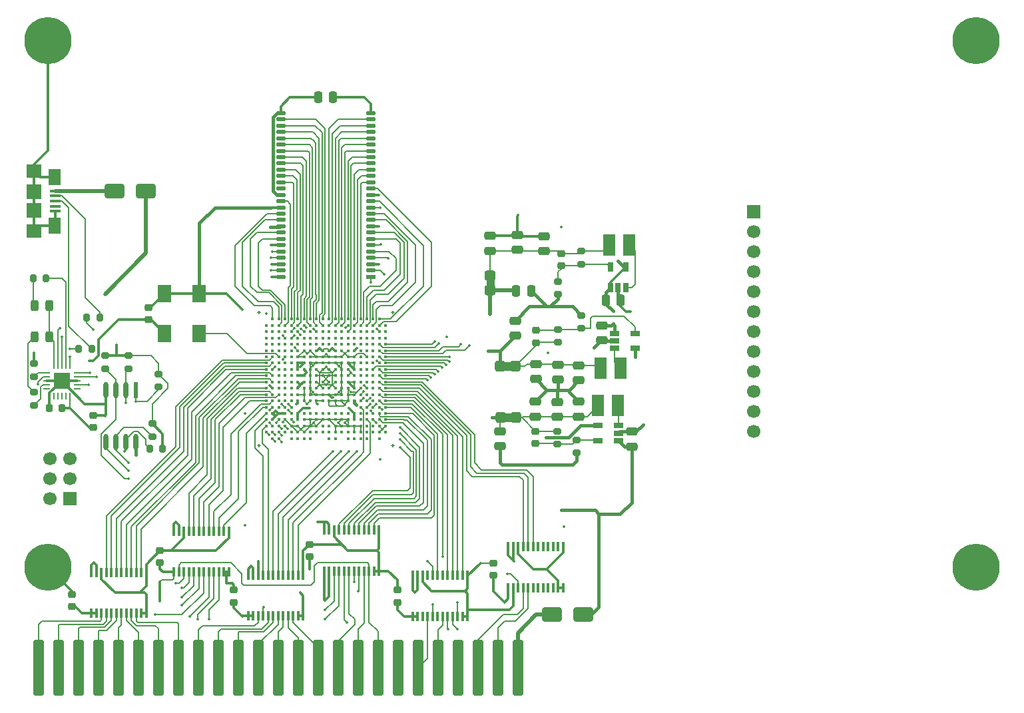
<source format=gbr>
%TF.GenerationSoftware,KiCad,Pcbnew,9.0.5*%
%TF.CreationDate,2025-12-06T10:01:17-08:00*%
%TF.ProjectId,project_byte_hamr,70726f6a-6563-4745-9f62-7974655f6861,rev?*%
%TF.SameCoordinates,Original*%
%TF.FileFunction,Copper,L1,Top*%
%TF.FilePolarity,Positive*%
%FSLAX46Y46*%
G04 Gerber Fmt 4.6, Leading zero omitted, Abs format (unit mm)*
G04 Created by KiCad (PCBNEW 9.0.5) date 2025-12-06 10:01:17*
%MOMM*%
%LPD*%
G01*
G04 APERTURE LIST*
G04 Aperture macros list*
%AMRoundRect*
0 Rectangle with rounded corners*
0 $1 Rounding radius*
0 $2 $3 $4 $5 $6 $7 $8 $9 X,Y pos of 4 corners*
0 Add a 4 corners polygon primitive as box body*
4,1,4,$2,$3,$4,$5,$6,$7,$8,$9,$2,$3,0*
0 Add four circle primitives for the rounded corners*
1,1,$1+$1,$2,$3*
1,1,$1+$1,$4,$5*
1,1,$1+$1,$6,$7*
1,1,$1+$1,$8,$9*
0 Add four rect primitives between the rounded corners*
20,1,$1+$1,$2,$3,$4,$5,0*
20,1,$1+$1,$4,$5,$6,$7,0*
20,1,$1+$1,$6,$7,$8,$9,0*
20,1,$1+$1,$8,$9,$2,$3,0*%
G04 Aperture macros list end*
%TA.AperFunction,Conductor*%
%ADD10C,0.150000*%
%TD*%
%TA.AperFunction,EtchedComponent*%
%ADD11C,0.100000*%
%TD*%
%TA.AperFunction,ComponentPad*%
%ADD12R,1.700000X1.700000*%
%TD*%
%TA.AperFunction,ComponentPad*%
%ADD13C,1.700000*%
%TD*%
%TA.AperFunction,SMDPad,CuDef*%
%ADD14R,0.700000X1.200000*%
%TD*%
%TA.AperFunction,SMDPad,CuDef*%
%ADD15RoundRect,0.200000X-0.275000X0.200000X-0.275000X-0.200000X0.275000X-0.200000X0.275000X0.200000X0*%
%TD*%
%TA.AperFunction,SMDPad,CuDef*%
%ADD16R,0.304800X1.295400*%
%TD*%
%TA.AperFunction,SMDPad,CuDef*%
%ADD17RoundRect,0.250000X-0.475000X0.250000X-0.475000X-0.250000X0.475000X-0.250000X0.475000X0.250000X0*%
%TD*%
%TA.AperFunction,SMDPad,CuDef*%
%ADD18RoundRect,0.200000X0.275000X-0.200000X0.275000X0.200000X-0.275000X0.200000X-0.275000X-0.200000X0*%
%TD*%
%TA.AperFunction,SMDPad,CuDef*%
%ADD19RoundRect,0.200000X0.200000X0.275000X-0.200000X0.275000X-0.200000X-0.275000X0.200000X-0.275000X0*%
%TD*%
%TA.AperFunction,ComponentPad*%
%ADD20C,6.000000*%
%TD*%
%TA.AperFunction,SMDPad,CuDef*%
%ADD21RoundRect,0.250000X0.475000X-0.250000X0.475000X0.250000X-0.475000X0.250000X-0.475000X-0.250000X0*%
%TD*%
%TA.AperFunction,SMDPad,CuDef*%
%ADD22RoundRect,0.250000X-0.250000X-0.475000X0.250000X-0.475000X0.250000X0.475000X-0.250000X0.475000X0*%
%TD*%
%TA.AperFunction,ConnectorPad*%
%ADD23RoundRect,0.350000X0.350000X3.206000X-0.350000X3.206000X-0.350000X-3.206000X0.350000X-3.206000X0*%
%TD*%
%TA.AperFunction,SMDPad,CuDef*%
%ADD24RoundRect,0.225000X0.250000X-0.225000X0.250000X0.225000X-0.250000X0.225000X-0.250000X-0.225000X0*%
%TD*%
%TA.AperFunction,SMDPad,CuDef*%
%ADD25RoundRect,0.200000X-0.200000X-0.275000X0.200000X-0.275000X0.200000X0.275000X-0.200000X0.275000X0*%
%TD*%
%TA.AperFunction,SMDPad,CuDef*%
%ADD26RoundRect,0.243750X-0.243750X-0.456250X0.243750X-0.456250X0.243750X0.456250X-0.243750X0.456250X0*%
%TD*%
%TA.AperFunction,SMDPad,CuDef*%
%ADD27RoundRect,0.323750X-0.376250X0.323750X-0.376250X-0.323750X0.376250X-0.323750X0.376250X0.323750X0*%
%TD*%
%TA.AperFunction,SMDPad,CuDef*%
%ADD28RoundRect,0.225000X-0.250000X0.225000X-0.250000X-0.225000X0.250000X-0.225000X0.250000X0.225000X0*%
%TD*%
%TA.AperFunction,SMDPad,CuDef*%
%ADD29C,0.400000*%
%TD*%
%TA.AperFunction,SMDPad,CuDef*%
%ADD30O,0.127000X0.508000*%
%TD*%
%TA.AperFunction,SMDPad,CuDef*%
%ADD31O,0.508000X0.127000*%
%TD*%
%TA.AperFunction,SMDPad,CuDef*%
%ADD32R,1.200000X0.700000*%
%TD*%
%TA.AperFunction,SMDPad,CuDef*%
%ADD33RoundRect,0.323750X0.323750X0.376250X-0.323750X0.376250X-0.323750X-0.376250X0.323750X-0.376250X0*%
%TD*%
%TA.AperFunction,SMDPad,CuDef*%
%ADD34RoundRect,0.250000X-1.000000X-0.650000X1.000000X-0.650000X1.000000X0.650000X-1.000000X0.650000X0*%
%TD*%
%TA.AperFunction,SMDPad,CuDef*%
%ADD35R,1.500000X2.700000*%
%TD*%
%TA.AperFunction,SMDPad,CuDef*%
%ADD36R,1.350000X0.400000*%
%TD*%
%TA.AperFunction,SMDPad,CuDef*%
%ADD37R,1.900000X1.800000*%
%TD*%
%TA.AperFunction,SMDPad,CuDef*%
%ADD38R,1.600000X2.100000*%
%TD*%
%TA.AperFunction,SMDPad,CuDef*%
%ADD39R,1.900000X1.900000*%
%TD*%
%TA.AperFunction,SMDPad,CuDef*%
%ADD40RoundRect,0.250000X0.250000X0.475000X-0.250000X0.475000X-0.250000X-0.475000X0.250000X-0.475000X0*%
%TD*%
%TA.AperFunction,SMDPad,CuDef*%
%ADD41R,0.600000X2.100000*%
%TD*%
%TA.AperFunction,SMDPad,CuDef*%
%ADD42O,0.600000X2.100000*%
%TD*%
%TA.AperFunction,SMDPad,CuDef*%
%ADD43R,1.200000X0.560000*%
%TD*%
%TA.AperFunction,SMDPad,CuDef*%
%ADD44O,1.200000X0.560000*%
%TD*%
%TA.AperFunction,SMDPad,CuDef*%
%ADD45RoundRect,0.062500X0.350000X0.062500X-0.350000X0.062500X-0.350000X-0.062500X0.350000X-0.062500X0*%
%TD*%
%TA.AperFunction,SMDPad,CuDef*%
%ADD46RoundRect,0.062500X0.062500X0.350000X-0.062500X0.350000X-0.062500X-0.350000X0.062500X-0.350000X0*%
%TD*%
%TA.AperFunction,SMDPad,CuDef*%
%ADD47R,2.000000X2.000000*%
%TD*%
%TA.AperFunction,SMDPad,CuDef*%
%ADD48R,1.800000X2.200000*%
%TD*%
%TA.AperFunction,SMDPad,CuDef*%
%ADD49RoundRect,0.225000X0.225000X0.250000X-0.225000X0.250000X-0.225000X-0.250000X0.225000X-0.250000X0*%
%TD*%
%TA.AperFunction,ViaPad*%
%ADD50C,0.350000*%
%TD*%
%TA.AperFunction,Conductor*%
%ADD51C,0.152500*%
%TD*%
%TA.AperFunction,Conductor*%
%ADD52C,0.300000*%
%TD*%
%TA.AperFunction,Conductor*%
%ADD53C,0.153000*%
%TD*%
%TA.AperFunction,Conductor*%
%ADD54C,0.400000*%
%TD*%
%TA.AperFunction,Conductor*%
%ADD55C,0.200000*%
%TD*%
%TA.AperFunction,Conductor*%
%ADD56C,0.500000*%
%TD*%
%TA.AperFunction,Conductor*%
%ADD57C,0.160000*%
%TD*%
G04 APERTURE END LIST*
%TO.N,GND*%
D10*
X88369417Y-95994417D02*
G75*
G02*
X88219417Y-95994417I-75000J0D01*
G01*
X88219417Y-95994417D02*
G75*
G02*
X88369417Y-95994417I75000J0D01*
G01*
X89967595Y-95992595D02*
G75*
G02*
X89817595Y-95992595I-75000J0D01*
G01*
X89817595Y-95992595D02*
G75*
G02*
X89967595Y-95992595I75000J0D01*
G01*
D11*
%TD*%
%TO.C,RP3*%
X110499080Y-85000000D02*
X109499080Y-85000000D01*
X109499080Y-84200000D01*
X110499080Y-84200000D01*
X110499080Y-85000000D01*
%TA.AperFunction,EtchedComponent*%
%TO.C,RP3*%
G36*
X110499080Y-85000000D02*
G01*
X109499080Y-85000000D01*
X109499080Y-84200000D01*
X110499080Y-84200000D01*
X110499080Y-85000000D01*
G37*
%TD.AperFunction*%
%TO.C,RP1*%
X112681580Y-102200000D02*
X111881580Y-102200000D01*
X111881580Y-101200000D01*
X112681580Y-101200000D01*
X112681580Y-102200000D01*
%TA.AperFunction,EtchedComponent*%
G36*
X112681580Y-102200000D02*
G01*
X111881580Y-102200000D01*
X111881580Y-101200000D01*
X112681580Y-101200000D01*
X112681580Y-102200000D01*
G37*
%TD.AperFunction*%
%TO.C,RP2*%
X112631580Y-95700000D02*
X111831580Y-95700000D01*
X111831580Y-94700000D01*
X112631580Y-94700000D01*
X112631580Y-95700000D01*
%TA.AperFunction,EtchedComponent*%
G36*
X112631580Y-95700000D02*
G01*
X111831580Y-95700000D01*
X111831580Y-94700000D01*
X112631580Y-94700000D01*
X112631580Y-95700000D01*
G37*
%TD.AperFunction*%
%TD*%
D12*
%TO.P,J1,1,Pin_1*%
%TO.N,I{slash}O_PIN_12*%
X143500000Y-75560000D03*
D13*
%TO.P,J1,2,Pin_2*%
%TO.N,I{slash}O_PIN_11*%
X143500000Y-78100000D03*
%TO.P,J1,3,Pin_3*%
%TO.N,I{slash}O_PIN_10*%
X143500000Y-80640000D03*
%TO.P,J1,4,Pin_4*%
%TO.N,I{slash}O_PIN_9*%
X143500000Y-83180000D03*
%TO.P,J1,5,Pin_5*%
%TO.N,I{slash}O_PIN_8*%
X143500000Y-85720000D03*
%TO.P,J1,6,Pin_6*%
%TO.N,I{slash}O_PIN_7*%
X143500000Y-88260000D03*
%TO.P,J1,7,Pin_7*%
%TO.N,I{slash}O_PIN_6*%
X143500000Y-90800000D03*
%TO.P,J1,8,Pin_8*%
%TO.N,I{slash}O_PIN_5*%
X143500000Y-93340000D03*
%TO.P,J1,9,Pin_9*%
%TO.N,I{slash}O_PIN_4*%
X143500000Y-95880000D03*
%TO.P,J1,10,Pin_10*%
%TO.N,I{slash}O_PIN_3*%
X143500000Y-98420000D03*
%TO.P,J1,11,Pin_11*%
%TO.N,I{slash}O_PIN_2*%
X143500000Y-100960000D03*
%TO.P,J1,12,Pin_12*%
%TO.N,I{slash}O_PIN_1*%
X143500000Y-103500000D03*
%TD*%
D14*
%TO.P,U5,1,EN*%
%TO.N,+5V*%
X125299080Y-85200000D03*
%TO.P,U5,2,GND*%
%TO.N,GND*%
X126249080Y-85200000D03*
%TO.P,U5,3,LX*%
%TO.N,/power/L3*%
X127199080Y-85200000D03*
%TO.P,U5,4,VIN*%
%TO.N,+5V*%
X127199080Y-82600000D03*
%TO.P,U5,5,FB*%
%TO.N,/power/FB3*%
X125299080Y-82600000D03*
%TD*%
D15*
%TO.P,R11,1*%
%TO.N,+3V3*%
X61000000Y-93850000D03*
%TO.P,R11,2*%
%TO.N,/flash/FLASH_nWP*%
X61000000Y-95500000D03*
%TD*%
D16*
%TO.P,U13,1,V_{CCA}*%
%TO.N,CARD5V*%
X88865000Y-121250000D03*
%TO.P,U13,2,DIR*%
X89500000Y-121250000D03*
%TO.P,U13,3,A1*%
%TO.N,Q3_5V*%
X90135000Y-121250000D03*
%TO.P,U13,4,A2*%
%TO.N,7M_5V*%
X90770000Y-121250000D03*
%TO.P,U13,5,A3*%
%TO.N,~{INH}_5V*%
X91405000Y-121250000D03*
%TO.P,U13,6,A4*%
%TO.N,A14_5V*%
X92040000Y-121250000D03*
%TO.P,U13,7,A5*%
%TO.N,PHI0_5V*%
X92675000Y-121250000D03*
%TO.P,U13,8,A6*%
%TO.N,PHI1_5V*%
X93310000Y-121250000D03*
%TO.P,U13,9,A7*%
%TO.N,A15_5V*%
X93945000Y-121250000D03*
%TO.P,U13,10,A8*%
%TO.N,R{slash}~{W}_5V*%
X94580000Y-121250000D03*
%TO.P,U13,11,GND*%
%TO.N,GND*%
X95215000Y-121250000D03*
%TO.P,U13,12,GND*%
X95850000Y-121250000D03*
%TO.P,U13,13,GND*%
X95850000Y-116043000D03*
%TO.P,U13,14,B8*%
%TO.N,R{slash}~{W}_3V3*%
X95215000Y-116043000D03*
%TO.P,U13,15,B7*%
%TO.N,A15_3V3*%
X94580000Y-116043000D03*
%TO.P,U13,16,B6*%
%TO.N,PHI1_3V3*%
X93945000Y-116043000D03*
%TO.P,U13,17,B5*%
%TO.N,PHI0_3V3*%
X93310000Y-116043000D03*
%TO.P,U13,18,B4*%
%TO.N,A14_3V3*%
X92675000Y-116043000D03*
%TO.P,U13,19,B3*%
%TO.N,~{INH}_3V3*%
X92040000Y-116043000D03*
%TO.P,U13,20,B2*%
%TO.N,7M_3V3*%
X91405000Y-116043000D03*
%TO.P,U13,21,B1*%
%TO.N,Q3_3V3*%
X90770000Y-116043000D03*
%TO.P,U13,22,~{OE}*%
%TO.N,GND*%
X90135000Y-116043000D03*
%TO.P,U13,23,V_{CCB}*%
%TO.N,+3V3*%
X89500000Y-116043000D03*
%TO.P,U13,24,V_{CCB}*%
X88865000Y-116043000D03*
%TD*%
D17*
%TO.P,C12,1*%
%TO.N,/power/P2V5*%
X118599080Y-95000000D03*
%TO.P,C12,2*%
%TO.N,GND*%
X118599080Y-96900000D03*
%TD*%
D18*
%TO.P,RB3,1*%
%TO.N,GND*%
X118599080Y-86050000D03*
%TO.P,RB3,2*%
%TO.N,/power/FB3*%
X118599080Y-84400000D03*
%TD*%
D19*
%TO.P,R12,1*%
%TO.N,+3V3*%
X68325000Y-105669214D03*
%TO.P,R12,2*%
%TO.N,/flash/FLASH_nHOLD*%
X66675000Y-105669214D03*
%TD*%
D18*
%TO.P,RA2,1*%
%TO.N,/power/P2V5*%
X118580782Y-92179275D03*
%TO.P,RA2,2*%
%TO.N,/power/FB2*%
X118580782Y-90529275D03*
%TD*%
D20*
%TO.P,H2,1,1*%
%TO.N,GND*%
X171750000Y-53750000D03*
%TD*%
D21*
%TO.P,C1,1*%
%TO.N,+5V*%
X127999080Y-105400000D03*
%TO.P,C1,2*%
%TO.N,GND*%
X127999080Y-103500000D03*
%TD*%
D22*
%TO.P,C5,1*%
%TO.N,+5V*%
X124699080Y-86800000D03*
%TO.P,C5,2*%
%TO.N,GND*%
X126599080Y-86800000D03*
%TD*%
D16*
%TO.P,U8,1,V_{CCA}*%
%TO.N,CARD5V*%
X59257500Y-126603500D03*
%TO.P,U8,2,DIR*%
X59892500Y-126603500D03*
%TO.P,U8,3,A1*%
%TO.N,~{I{slash}O_SELECT}_5V*%
X60527500Y-126603500D03*
%TO.P,U8,4,A2*%
%TO.N,A0_5V*%
X61162500Y-126603500D03*
%TO.P,U8,5,A3*%
%TO.N,A1_5V*%
X61797500Y-126603500D03*
%TO.P,U8,6,A4*%
%TO.N,A2_5V*%
X62432500Y-126603500D03*
%TO.P,U8,7,A5*%
%TO.N,A3_5V*%
X63067500Y-126603500D03*
%TO.P,U8,8,A6*%
%TO.N,A4_5V*%
X63702500Y-126603500D03*
%TO.P,U8,9,A7*%
%TO.N,A5_5V*%
X64337500Y-126603500D03*
%TO.P,U8,10,A8*%
%TO.N,A6_5V*%
X64972500Y-126603500D03*
%TO.P,U8,11,GND*%
%TO.N,GND*%
X65607500Y-126603500D03*
%TO.P,U8,12,GND*%
X66242500Y-126603500D03*
%TO.P,U8,13,GND*%
X66242500Y-121396500D03*
%TO.P,U8,14,B8*%
%TO.N,A6_3V3*%
X65607500Y-121396500D03*
%TO.P,U8,15,B7*%
%TO.N,A5_3V3*%
X64972500Y-121396500D03*
%TO.P,U8,16,B6*%
%TO.N,A4_3V3*%
X64337500Y-121396500D03*
%TO.P,U8,17,B5*%
%TO.N,A3_3V3*%
X63702500Y-121396500D03*
%TO.P,U8,18,B4*%
%TO.N,A2_3V3*%
X63067500Y-121396500D03*
%TO.P,U8,19,B3*%
%TO.N,A1_3V3*%
X62432500Y-121396500D03*
%TO.P,U8,20,B2*%
%TO.N,A0_3V3*%
X61797500Y-121396500D03*
%TO.P,U8,21,B1*%
%TO.N,~{I{slash}O_SELECT}_3V3*%
X61162500Y-121396500D03*
%TO.P,U8,22,~{OE}*%
%TO.N,GND*%
X60527500Y-121396500D03*
%TO.P,U8,23,V_{CCB}*%
%TO.N,+3V3*%
X59892500Y-121396500D03*
%TO.P,U8,24,V_{CCB}*%
X59257500Y-121396500D03*
%TD*%
D23*
%TO.P,J3,1,~{I/O_SELECT}*%
%TO.N,~{I{slash}O_SELECT}_5V*%
X52539325Y-133580513D03*
%TO.P,J3,2,A0*%
%TO.N,A0_5V*%
X55079325Y-133580513D03*
%TO.P,J3,3,A1*%
%TO.N,A1_5V*%
X57619325Y-133580513D03*
%TO.P,J3,4,A2*%
%TO.N,A2_5V*%
X60159325Y-133580513D03*
%TO.P,J3,5,A3*%
%TO.N,A3_5V*%
X62699325Y-133580513D03*
%TO.P,J3,6,A4*%
%TO.N,A4_5V*%
X65239325Y-133580513D03*
%TO.P,J3,7,A5*%
%TO.N,A5_5V*%
X67779325Y-133580513D03*
%TO.P,J3,8,A6*%
%TO.N,A6_5V*%
X70319325Y-133580513D03*
%TO.P,J3,9,A7*%
%TO.N,A7_5V*%
X72859325Y-133580513D03*
%TO.P,J3,10,A8*%
%TO.N,A8_5V*%
X75399325Y-133580513D03*
%TO.P,J3,11,A9*%
%TO.N,A9_5V*%
X77939325Y-133580513D03*
%TO.P,J3,12,A10*%
%TO.N,A10_5V*%
X80479325Y-133580513D03*
%TO.P,J3,13,A11*%
%TO.N,A11_5V*%
X83019325Y-133580513D03*
%TO.P,J3,14,A12*%
%TO.N,A12_5V*%
X85559325Y-133580513D03*
%TO.P,J3,15,A13*%
%TO.N,A13_5V*%
X88099325Y-133580513D03*
%TO.P,J3,16,A14*%
%TO.N,A14_5V*%
X90639325Y-133580513D03*
%TO.P,J3,17,A15*%
%TO.N,A15_5V*%
X93179325Y-133580513D03*
%TO.P,J3,18,R/~{W}*%
%TO.N,R{slash}~{W}_5V*%
X95719325Y-133580513D03*
%TO.P,J3,19,TESTPIN*%
%TO.N,unconnected-(J3-TESTPIN-Pad19)*%
X98259325Y-133580513D03*
%TO.P,J3,20,~{I/O_STROBE}*%
%TO.N,~{I{slash}O_STROBE}_5V*%
X100799325Y-133580513D03*
%TO.P,J3,21,RDY*%
%TO.N,RDY_5V*%
X103339325Y-133580513D03*
%TO.P,J3,22,~{DMA}*%
%TO.N,unconnected-(J3-~{DMA}-Pad22)*%
X105879325Y-133580513D03*
%TO.P,J3,23,INT_OUT*%
%TO.N,INT_OUT_5V*%
X108419325Y-133580513D03*
%TO.P,J3,24,DMA_OUT*%
%TO.N,DMA_OUT_5V*%
X110959325Y-133580513D03*
%TO.P,J3,25,+5V*%
%TO.N,CARD5V*%
X113499325Y-133580513D03*
%TD*%
D15*
%TO.P,R28,1*%
%TO.N,+3V3*%
X64000000Y-93850000D03*
%TO.P,R28,2*%
%TO.N,/flash/FLASH_MISO*%
X64000000Y-95500000D03*
%TD*%
D24*
%TO.P,C32,1*%
%TO.N,+3V3*%
X59500000Y-103000000D03*
%TO.P,C32,2*%
%TO.N,GND*%
X59500000Y-101450000D03*
%TD*%
D25*
%TO.P,R50,1*%
%TO.N,USB_FTDI_D+*%
X57675000Y-93000000D03*
%TO.P,R50,2*%
%TO.N,/usb/FTD+*%
X59325000Y-93000000D03*
%TD*%
D26*
%TO.P,D3,1,K*%
%TO.N,Net-(D3-K)*%
X52062500Y-91500000D03*
%TO.P,D3,2,A*%
%TO.N,FT3V3OUT*%
X53937500Y-91500000D03*
%TD*%
D27*
%TO.P,RP3,1,1*%
%TO.N,/power/P3V3*%
X109999080Y-83632500D03*
%TO.P,RP3,2,2*%
%TO.N,+3V3*%
X109999080Y-85567500D03*
%TD*%
D24*
%TO.P,C10,1*%
%TO.N,/power/P2V5*%
X115799080Y-92200000D03*
%TO.P,C10,2*%
%TO.N,/power/FB2*%
X115799080Y-90650000D03*
%TD*%
D28*
%TO.P,C2,1*%
%TO.N,/power/P1V1*%
X115749080Y-103450000D03*
%TO.P,C2,2*%
%TO.N,/power/FB1*%
X115749080Y-105000000D03*
%TD*%
D15*
%TO.P,R29,1*%
%TO.N,+3V3*%
X67000000Y-102500000D03*
%TO.P,R29,2*%
%TO.N,/flash/FLASH_SCK*%
X67000000Y-104150000D03*
%TD*%
D28*
%TO.P,C6,1*%
%TO.N,/power/P3V3*%
X118999080Y-80850000D03*
%TO.P,C6,2*%
%TO.N,/power/FB3*%
X118999080Y-82400000D03*
%TD*%
D29*
%TO.P,U1,A2,PL35A*%
%TO.N,SDRAM_D9*%
X82300000Y-89200000D03*
%TO.P,U1,A3,PL14C*%
%TO.N,SDRAM_D10*%
X83100000Y-89200000D03*
%TO.P,U1,A4,PL11A*%
%TO.N,SDRAM_D12*%
X83900000Y-89200000D03*
%TO.P,U1,A5,PL11B*%
%TO.N,SDRAM_DQM1*%
X84700000Y-89200000D03*
%TO.P,U1,A6,PT4A*%
%TO.N,SDRAM_CKE*%
X85500000Y-89200000D03*
%TO.P,U1,A7,PT18A*%
%TO.N,SDRAM_A11*%
X86300000Y-89200000D03*
%TO.P,U1,A8,PT18B*%
%TO.N,SDRAM_A8*%
X87100000Y-89200000D03*
%TO.P,U1,A9,GR_PCLK0_1*%
%TO.N,SDRAM_A6*%
X87900000Y-89200000D03*
%TO.P,U1,A10,PCLKT0_1*%
%TO.N,SDRAM_A4*%
X88700000Y-89200000D03*
%TO.P,U1,A11,PCLKC0_1*%
%TO.N,SDRAM_A3*%
X89500000Y-89200000D03*
%TO.P,U1,A12,PT76A*%
%TO.N,SDRAM_A1*%
X90300000Y-89200000D03*
%TO.P,U1,A13,PT76B*%
%TO.N,SDRAM_A10*%
X91100000Y-89200000D03*
%TO.P,U1,A14,PT83A*%
%TO.N,SDRAM_BA0*%
X91900000Y-89200000D03*
%TO.P,U1,A15,PT103A*%
%TO.N,SDRAM_nRAS*%
X92700000Y-89200000D03*
%TO.P,U1,A16,PT110A*%
%TO.N,SDRAM_nWE*%
X93500000Y-89200000D03*
%TO.P,U1,A17,PT116A*%
%TO.N,SDRAM_D3*%
X94300000Y-89200000D03*
%TO.P,U1,A18,PT119A*%
%TO.N,SDRAM_D5*%
X95100000Y-89200000D03*
%TO.P,U1,A19,PT121A*%
%TO.N,SDRAM_D7*%
X95900000Y-89200000D03*
%TO.P,U1,B1,PL35B*%
%TO.N,unconnected-(U1F-PL35B-PadB1)*%
X81500000Y-90000000D03*
%TO.P,U1,B2,VREF1_7*%
%TO.N,unconnected-(U1F-VREF1_7-PadB2)*%
X82300000Y-90000000D03*
%TO.P,U1,B3,PL14D*%
%TO.N,SDRAM_D11*%
X83100000Y-90000000D03*
%TO.P,U1,B4,PL14B*%
%TO.N,SDRAM_D8*%
X83900000Y-90000000D03*
%TO.P,U1,B5,PL11C*%
%TO.N,SDRAM_CLK*%
X84700000Y-90000000D03*
%TO.P,U1,B6,PT4B*%
%TO.N,SDRAM_A12*%
X85500000Y-90000000D03*
%TO.P,U1,B7,GND*%
%TO.N,GND*%
X86300000Y-90000000D03*
%TO.P,U1,B8,PT15B*%
%TO.N,SDRAM_A9*%
X87100000Y-90000000D03*
%TO.P,U1,B9,PT58A*%
%TO.N,SDRAM_A7*%
X87900000Y-90000000D03*
%TO.P,U1,B10,GR_PCLK0_0*%
%TO.N,SDRAM_A5*%
X88700000Y-90000000D03*
%TO.P,U1,B11,PCLKT0_0*%
%TO.N,SDRAM_A2*%
X89500000Y-90000000D03*
%TO.P,U1,B12,PCLKT1_0*%
%TO.N,SDRAM_A0*%
X90300000Y-90000000D03*
%TO.P,U1,B13,PT78A*%
%TO.N,SDRAM_BA1*%
X91100000Y-90000000D03*
%TO.P,U1,B14,GND*%
%TO.N,GND*%
X91900000Y-90000000D03*
%TO.P,U1,B15,PT105A*%
%TO.N,SDRAM_nCAS*%
X92700000Y-90000000D03*
%TO.P,U1,B16,PT110B*%
%TO.N,SDRAM_D2*%
X93500000Y-90000000D03*
%TO.P,U1,B17,PT114A*%
%TO.N,SDRAM_D4*%
X94300000Y-90000000D03*
%TO.P,U1,B18,PT116B*%
%TO.N,SDRAM_D6*%
X95100000Y-90000000D03*
%TO.P,U1,B19,PT119B*%
%TO.N,SDRAM_DQM0*%
X95900000Y-90000000D03*
%TO.P,U1,B20,PT121B*%
%TO.N,unconnected-(U1B-PT121B-PadB20)*%
X96700000Y-90000000D03*
%TO.P,U1,C1,PL38A*%
%TO.N,unconnected-(U1F-PL38A-PadC1)*%
X81500000Y-90800000D03*
%TO.P,U1,C2,PL35D*%
%TO.N,unconnected-(U1F-PL35D-PadC2)*%
X82300000Y-90800000D03*
%TO.P,U1,C3,PL17C*%
%TO.N,unconnected-(U1F-PL17C-PadC3)*%
X83100000Y-90800000D03*
%TO.P,U1,C4,PL14A*%
%TO.N,unconnected-(U1F-PL14A-PadC4)*%
X83900000Y-90800000D03*
%TO.P,U1,C5,PL11D*%
%TO.N,SDRAM_D13*%
X84700000Y-90800000D03*
%TO.P,U1,C6,PT11A*%
%TO.N,SDRAM_D0*%
X85500000Y-90800000D03*
%TO.P,U1,C7,PT11B*%
%TO.N,SDRAM_D14*%
X86300000Y-90800000D03*
%TO.P,U1,C8,PT15A*%
%TO.N,unconnected-(U1A-PT15A-PadC8)*%
X87100000Y-90800000D03*
%TO.P,U1,C9,PT54A*%
%TO.N,SDRAM_D15*%
X87900000Y-90800000D03*
%TO.P,U1,C10,PT58B*%
%TO.N,unconnected-(U1A-PT58B-PadC10)*%
X88700000Y-90800000D03*
%TO.P,U1,C11,PCLKC0_0*%
%TO.N,unconnected-(U1A-PCLKC0_0-PadC11)*%
X89500000Y-90800000D03*
%TO.P,U1,C12,PCLKC1_0*%
%TO.N,unconnected-(U1B-PCLKC1_0-PadC12)*%
X90300000Y-90800000D03*
%TO.P,U1,C13,PT78B*%
%TO.N,unconnected-(U1B-PT78B-PadC13)*%
X91100000Y-90800000D03*
%TO.P,U1,C14,PT83B*%
%TO.N,SDRAM_nCS*%
X91900000Y-90800000D03*
%TO.P,U1,C15,PT105B*%
%TO.N,unconnected-(U1B-PT105B-PadC15)*%
X92700000Y-90800000D03*
%TO.P,U1,C16,PT112A*%
%TO.N,unconnected-(U1B-PT112A-PadC16)*%
X93500000Y-90800000D03*
%TO.P,U1,C17,PT114B*%
%TO.N,unconnected-(U1B-PT114B-PadC17)*%
X94300000Y-90800000D03*
%TO.P,U1,C18,PR11A*%
%TO.N,unconnected-(U1C-PR11A-PadC18)*%
X95100000Y-90800000D03*
%TO.P,U1,C19,GND*%
%TO.N,GND*%
X95900000Y-90800000D03*
%TO.P,U1,C20,PR35A*%
%TO.N,unconnected-(U1C-PR35A-PadC20)*%
X96700000Y-90800000D03*
%TO.P,U1,D1,PL38B*%
%TO.N,unconnected-(U1F-PL38B-PadD1)*%
X81500000Y-91600000D03*
%TO.P,U1,D2,PL38C*%
%TO.N,unconnected-(U1F-PL38C-PadD2)*%
X82300000Y-91600000D03*
%TO.P,U1,D3,PL17D*%
%TO.N,unconnected-(U1F-PL17D-PadD3)*%
X83100000Y-91600000D03*
%TO.P,U1,D4,GND*%
%TO.N,GND*%
X83900000Y-91600000D03*
%TO.P,U1,D5,PL17B*%
%TO.N,SDRAM_D1*%
X84700000Y-91600000D03*
%TO.P,U1,D6,PT6B*%
%TO.N,unconnected-(U1A-PT6B-PadD6)*%
X85500000Y-91600000D03*
%TO.P,U1,D7,PT9B*%
%TO.N,unconnected-(U1A-PT9B-PadD7)*%
X86300000Y-91600000D03*
%TO.P,U1,D8,PT13B*%
%TO.N,unconnected-(U1A-PT13B-PadD8)*%
X87100000Y-91600000D03*
%TO.P,U1,D9,PT20A*%
%TO.N,unconnected-(U1A-PT20A-PadD9)*%
X87900000Y-91600000D03*
%TO.P,U1,D10,PT56A*%
%TO.N,unconnected-(U1A-PT56A-PadD10)*%
X88700000Y-91600000D03*
%TO.P,U1,D11,PCLKT1_1*%
%TO.N,unconnected-(U1B-PCLKT1_1-PadD11)*%
X89500000Y-91600000D03*
%TO.P,U1,D12,GR_PCLK1_0*%
%TO.N,unconnected-(U1B-GR_PCLK1_0-PadD12)*%
X90300000Y-91600000D03*
%TO.P,U1,D13,PT80A*%
%TO.N,unconnected-(U1B-PT80A-PadD13)*%
X91100000Y-91600000D03*
%TO.P,U1,D14,PT85A*%
%TO.N,unconnected-(U1B-PT85A-PadD14)*%
X91900000Y-91600000D03*
%TO.P,U1,D15,PT107A*%
%TO.N,unconnected-(U1B-PT107A-PadD15)*%
X92700000Y-91600000D03*
%TO.P,U1,D16,PT112B*%
%TO.N,unconnected-(U1B-PT112B-PadD16)*%
X93500000Y-91600000D03*
%TO.P,U1,D17,PR11B*%
%TO.N,unconnected-(U1C-PR11B-PadD17)*%
X94300000Y-91600000D03*
%TO.P,U1,D18,PR14A*%
%TO.N,unconnected-(U1C-PR14A-PadD18)*%
X95100000Y-91600000D03*
%TO.P,U1,D19,PR35B*%
%TO.N,unconnected-(U1C-PR35B-PadD19)*%
X95900000Y-91600000D03*
%TO.P,U1,D20,VREF1_2*%
%TO.N,unconnected-(U1C-VREF1_2-PadD20)*%
X96700000Y-91600000D03*
%TO.P,U1,E1,PL38D*%
%TO.N,unconnected-(U1F-PL38D-PadE1)*%
X81500000Y-92400000D03*
%TO.P,U1,E2,PCLKC7_0*%
%TO.N,unconnected-(U1F-PCLKC7_0-PadE2)*%
X82300000Y-92400000D03*
%TO.P,U1,E3,PL20B*%
%TO.N,unconnected-(U1F-PL20B-PadE3)*%
X83100000Y-92400000D03*
%TO.P,U1,E4,PL17A*%
%TO.N,unconnected-(U1F-PL17A-PadE4)*%
X83900000Y-92400000D03*
%TO.P,U1,E5,PL20C*%
%TO.N,unconnected-(U1F-PL20C-PadE5)*%
X84700000Y-92400000D03*
%TO.P,U1,E6,PT6A*%
%TO.N,unconnected-(U1A-PT6A-PadE6)*%
X85500000Y-92400000D03*
%TO.P,U1,E7,PT9A*%
%TO.N,unconnected-(U1A-PT9A-PadE7)*%
X86300000Y-92400000D03*
%TO.P,U1,E8,PT13A*%
%TO.N,unconnected-(U1A-PT13A-PadE8)*%
X87100000Y-92400000D03*
%TO.P,U1,E9,PT20B*%
%TO.N,unconnected-(U1A-PT20B-PadE9)*%
X87900000Y-92400000D03*
%TO.P,U1,E10,PT56B*%
%TO.N,unconnected-(U1A-PT56B-PadE10)*%
X88700000Y-92400000D03*
%TO.P,U1,E11,PCLKC1_1*%
%TO.N,unconnected-(U1B-PCLKC1_1-PadE11)*%
X89500000Y-92400000D03*
%TO.P,U1,E12,GR_PCLK1_1*%
%TO.N,unconnected-(U1B-GR_PCLK1_1-PadE12)*%
X90300000Y-92400000D03*
%TO.P,U1,E13,PT80B*%
%TO.N,unconnected-(U1B-PT80B-PadE13)*%
X91100000Y-92400000D03*
%TO.P,U1,E14,PT85B*%
%TO.N,unconnected-(U1B-PT85B-PadE14)*%
X91900000Y-92400000D03*
%TO.P,U1,E15,PT107B*%
%TO.N,unconnected-(U1B-PT107B-PadE15)*%
X92700000Y-92400000D03*
%TO.P,U1,E16,PR11C*%
%TO.N,unconnected-(U1C-PR11C-PadE16)*%
X93500000Y-92400000D03*
%TO.P,U1,E17,PR14B*%
%TO.N,unconnected-(U1C-PR14B-PadE17)*%
X94300000Y-92400000D03*
%TO.P,U1,E18,PR14C*%
%TO.N,unconnected-(U1C-PR14C-PadE18)*%
X95100000Y-92400000D03*
%TO.P,U1,E19,PR35D*%
%TO.N,I{slash}O_PIN_11*%
X95900000Y-92400000D03*
%TO.P,U1,E20,PR38A*%
%TO.N,I{slash}O_PIN_12*%
X96700000Y-92400000D03*
%TO.P,U1,F1,PCLKC6_1*%
%TO.N,unconnected-(U1E-PCLKC6_1-PadF1)*%
X81500000Y-93200000D03*
%TO.P,U1,F2,PCLKT7_0*%
%TO.N,unconnected-(U1F-PCLKT7_0-PadF2)*%
X82300000Y-93200000D03*
%TO.P,U1,F3,PCLKC7_1*%
%TO.N,unconnected-(U1F-PCLKC7_1-PadF3)*%
X83100000Y-93200000D03*
%TO.P,U1,F4,PL20A*%
%TO.N,unconnected-(U1F-PL20A-PadF4)*%
X83900000Y-93200000D03*
%TO.P,U1,F5,PL20D*%
%TO.N,unconnected-(U1F-PL20D-PadF5)*%
X84700000Y-93200000D03*
%TO.P,U1,F6,VCCAUX*%
%TO.N,+2V5*%
X85500000Y-93200000D03*
%TO.P,U1,F7,GND*%
%TO.N,GND*%
X86300000Y-93200000D03*
%TO.P,U1,F8,GND*%
X87100000Y-93200000D03*
%TO.P,U1,F9,VCCio0*%
%TO.N,+3V3*%
X87900000Y-93200000D03*
%TO.P,U1,F10,VCCio0*%
X88700000Y-93200000D03*
%TO.P,U1,F11,VCCio1*%
X89500000Y-93200000D03*
%TO.P,U1,F12,VCCio1*%
X90300000Y-93200000D03*
%TO.P,U1,F13,GND*%
%TO.N,GND*%
X91100000Y-93200000D03*
%TO.P,U1,F14,GND*%
X91900000Y-93200000D03*
%TO.P,U1,F15,VCCAUX*%
%TO.N,+2V5*%
X92700000Y-93200000D03*
%TO.P,U1,F16,PR11D*%
%TO.N,unconnected-(U1C-PR11D-PadF16)*%
X93500000Y-93200000D03*
%TO.P,U1,F17,PR17A*%
%TO.N,unconnected-(U1C-PR17A-PadF17)*%
X94300000Y-93200000D03*
%TO.P,U1,F18,PR14D*%
%TO.N,unconnected-(U1C-PR14D-PadF18)*%
X95100000Y-93200000D03*
%TO.P,U1,F19,PR38B*%
%TO.N,I{slash}O_PIN_9*%
X95900000Y-93200000D03*
%TO.P,U1,F20,PR38C*%
%TO.N,I{slash}O_PIN_10*%
X96700000Y-93200000D03*
%TO.P,U1,G1,PCLKC6_0*%
%TO.N,unconnected-(U1E-PCLKC6_0-PadG1)*%
X81500000Y-94000000D03*
%TO.P,U1,G2,PCLKT6_1*%
%TO.N,~{I{slash}O_SELECT}_3V3*%
X82300000Y-94000000D03*
%TO.P,U1,G3,PCLKT7_1*%
%TO.N,CLK_25MHz*%
X83100000Y-94000000D03*
%TO.P,U1,G4,GND*%
%TO.N,GND*%
X83900000Y-94000000D03*
%TO.P,U1,G5,PL41B*%
%TO.N,unconnected-(U1F-PL41B-PadG5)*%
X84700000Y-94000000D03*
%TO.P,U1,G6,GND*%
%TO.N,GND*%
X85500000Y-94000000D03*
%TO.P,U1,G7,GND*%
X86300000Y-94000000D03*
%TO.P,U1,G8,GND*%
X87100000Y-94000000D03*
%TO.P,U1,G9,GND*%
X87900000Y-94000000D03*
%TO.P,U1,G10,GND*%
X88700000Y-94000000D03*
%TO.P,U1,G11,GND*%
X89500000Y-94000000D03*
%TO.P,U1,G12,GND*%
X90300000Y-94000000D03*
%TO.P,U1,G13,GND*%
X91100000Y-94000000D03*
%TO.P,U1,G14,GND*%
X91900000Y-94000000D03*
%TO.P,U1,G15,GND*%
X92700000Y-94000000D03*
%TO.P,U1,G16,PR17C*%
%TO.N,unconnected-(U1C-PR17C-PadG16)*%
X93500000Y-94000000D03*
%TO.P,U1,G17,GND*%
%TO.N,GND*%
X94300000Y-94000000D03*
%TO.P,U1,G18,PR17B*%
%TO.N,unconnected-(U1C-PR17B-PadG18)*%
X95100000Y-94000000D03*
%TO.P,U1,G19,GR_PCLK2_1*%
%TO.N,I{slash}O_PIN_7*%
X95900000Y-94000000D03*
%TO.P,U1,G20,PR38D*%
%TO.N,I{slash}O_PIN_8*%
X96700000Y-94000000D03*
%TO.P,U1,H1,PL53C*%
%TO.N,A0_3V3*%
X81500000Y-94800000D03*
%TO.P,U1,H2,PCLKT6_0*%
%TO.N,A1_3V3*%
X82300000Y-94800000D03*
%TO.P,U1,H3,PL41D*%
%TO.N,unconnected-(U1F-PL41D-PadH3)*%
X83100000Y-94800000D03*
%TO.P,U1,H4,GR_PCLK7_1*%
%TO.N,unconnected-(U1F-GR_PCLK7_1-PadH4)*%
X83900000Y-94800000D03*
%TO.P,U1,H5,GR_PCLK7_0*%
%TO.N,unconnected-(U1F-GR_PCLK7_0-PadH5)*%
X84700000Y-94800000D03*
%TO.P,U1,H6,VCCio7*%
%TO.N,+3V3*%
X85500000Y-94800000D03*
%TO.P,U1,H7,VCCio7*%
X86300000Y-94800000D03*
%TO.P,U1,H8,VCC*%
%TO.N,+1V1*%
X87100000Y-94800000D03*
%TO.P,U1,H9,VCC*%
X87900000Y-94800000D03*
%TO.P,U1,H10,VCC*%
X88700000Y-94800000D03*
%TO.P,U1,H11,VCC*%
X89500000Y-94800000D03*
%TO.P,U1,H12,VCC*%
X90300000Y-94800000D03*
%TO.P,U1,H13,VCC*%
X91100000Y-94800000D03*
%TO.P,U1,H14,VCCio2*%
%TO.N,+3V3*%
X91900000Y-94800000D03*
%TO.P,U1,H15,VCCio2*%
X92700000Y-94800000D03*
%TO.P,U1,H16,PR17D*%
%TO.N,unconnected-(U1C-PR17D-PadH16)*%
X93500000Y-94800000D03*
%TO.P,U1,H17,PR20B*%
%TO.N,unconnected-(U1C-PR20B-PadH17)*%
X94300000Y-94800000D03*
%TO.P,U1,H18,PR20A*%
%TO.N,unconnected-(U1C-PR20A-PadH18)*%
X95100000Y-94800000D03*
%TO.P,U1,H19,GND*%
%TO.N,GND*%
X95900000Y-94800000D03*
%TO.P,U1,H20,PR41B*%
%TO.N,I{slash}O_PIN_6*%
X96700000Y-94800000D03*
%TO.P,U1,J1,PL53B*%
%TO.N,A2_3V3*%
X81500000Y-95600000D03*
%TO.P,U1,J2,GND*%
%TO.N,GND*%
X82300000Y-95600000D03*
%TO.P,U1,J3,GR_PCLK6_1*%
%TO.N,unconnected-(U1E-GR_PCLK6_1-PadJ3)*%
X83100000Y-95600000D03*
%TO.P,U1,J4,GR_PCLK6_0*%
%TO.N,unconnected-(U1E-GR_PCLK6_0-PadJ4)*%
X83900000Y-95600000D03*
%TO.P,U1,J5,PL50B*%
%TO.N,unconnected-(U1E-PL50B-PadJ5)*%
X84700000Y-95600000D03*
%TO.P,U1,J6,VCCio7*%
%TO.N,+3V3*%
X85500000Y-95600000D03*
%TO.P,U1,J7,GND*%
%TO.N,GND*%
X86300000Y-95600000D03*
%TO.P,U1,J8,VCC*%
%TO.N,+1V1*%
X87100000Y-95600000D03*
%TO.P,U1,J9,GND*%
%TO.N,GND*%
X87900000Y-95600000D03*
%TO.P,U1,J10,GND*%
X88700000Y-95600000D03*
%TO.P,U1,J11,GND*%
X89500000Y-95600000D03*
%TO.P,U1,J12,GND*%
X90300000Y-95600000D03*
%TO.P,U1,J13,VCC*%
%TO.N,+1V1*%
X91100000Y-95600000D03*
%TO.P,U1,J14,GND*%
%TO.N,GND*%
X91900000Y-95600000D03*
%TO.P,U1,J15,VCCio2*%
%TO.N,+3V3*%
X92700000Y-95600000D03*
%TO.P,U1,J16,PR20D*%
%TO.N,unconnected-(U1C-PR20D-PadJ16)*%
X93500000Y-95600000D03*
%TO.P,U1,J17,PR20C*%
%TO.N,unconnected-(U1C-PR20C-PadJ17)*%
X94300000Y-95600000D03*
%TO.P,U1,J18,GR_PCLK2_0*%
%TO.N,I{slash}O_PIN_5*%
X95100000Y-95600000D03*
%TO.P,U1,J19,PCLKT2_1*%
%TO.N,I{slash}O_PIN_3*%
X95900000Y-95600000D03*
%TO.P,U1,J20,PCLKT2_0*%
%TO.N,I{slash}O_PIN_4*%
X96700000Y-95600000D03*
%TO.P,U1,K1,PL53D*%
%TO.N,A4_3V3*%
X81500000Y-96400000D03*
%TO.P,U1,K2,PL53A*%
%TO.N,A3_3V3*%
X82300000Y-96400000D03*
%TO.P,U1,K3,PL50D*%
%TO.N,unconnected-(U1E-PL50D-PadK3)*%
X83100000Y-96400000D03*
%TO.P,U1,K4,PL56A*%
%TO.N,unconnected-(U1E-PL56A-PadK4)*%
X83900000Y-96400000D03*
%TO.P,U1,K5,VREF1_6*%
%TO.N,unconnected-(U1E-VREF1_6-PadK5)*%
X84700000Y-96400000D03*
%TO.P,U1,K6,GND*%
%TO.N,GND*%
X85500000Y-96400000D03*
%TO.P,U1,K7,GND*%
X86300000Y-96400000D03*
%TO.P,U1,K8,VCC*%
%TO.N,+1V1*%
X87100000Y-96400000D03*
%TO.P,U1,K9,GND*%
%TO.N,GND*%
X87900000Y-96400000D03*
%TO.P,U1,K10,GND*%
X88700000Y-96400000D03*
%TO.P,U1,K11,GND*%
X89500000Y-96400000D03*
%TO.P,U1,K12,GND*%
X90300000Y-96400000D03*
%TO.P,U1,K13,VCC*%
%TO.N,+1V1*%
X91100000Y-96400000D03*
%TO.P,U1,K14,GND*%
%TO.N,GND*%
X91900000Y-96400000D03*
%TO.P,U1,K15,GND*%
X92700000Y-96400000D03*
%TO.P,U1,K16,PR29A*%
%TO.N,unconnected-(U1C-PR29A-PadK16)*%
X93500000Y-96400000D03*
%TO.P,U1,K17,PR29B*%
%TO.N,unconnected-(U1C-PR29B-PadK17)*%
X94300000Y-96400000D03*
%TO.P,U1,K18,PR41D*%
%TO.N,unconnected-(U1C-PR41D-PadK18)*%
X95100000Y-96400000D03*
%TO.P,U1,K19,PCLKC2_1*%
%TO.N,I{slash}O_PIN_1*%
X95900000Y-96400000D03*
%TO.P,U1,K20,PCLKC2_0*%
%TO.N,I{slash}O_PIN_2*%
X96700000Y-96400000D03*
%TO.P,U1,L1,PL65C*%
%TO.N,A6_3V3*%
X81500000Y-97200000D03*
%TO.P,U1,L2,PL86D*%
%TO.N,A5_3V3*%
X82300000Y-97200000D03*
%TO.P,U1,L3,PL86C*%
%TO.N,unconnected-(U1E-PL86C-PadL3)*%
X83100000Y-97200000D03*
%TO.P,U1,L4,PL56C*%
%TO.N,unconnected-(U1E-PL56C-PadL4)*%
X83900000Y-97200000D03*
%TO.P,U1,L5,PL56D*%
%TO.N,unconnected-(U1E-PL56D-PadL5)*%
X84700000Y-97200000D03*
%TO.P,U1,L6,VCCio6*%
%TO.N,+3V3*%
X85500000Y-97200000D03*
%TO.P,U1,L7,VCCio6*%
X86300000Y-97200000D03*
%TO.P,U1,L8,VCC*%
%TO.N,+1V1*%
X87100000Y-97200000D03*
%TO.P,U1,L9,GND*%
%TO.N,GND*%
X87900000Y-97200000D03*
%TO.P,U1,L10,GND*%
X88700000Y-97200000D03*
%TO.P,U1,L11,GND*%
X89500000Y-97200000D03*
%TO.P,U1,L12,GND*%
X90300000Y-97200000D03*
%TO.P,U1,L13,VCC*%
%TO.N,+1V1*%
X91100000Y-97200000D03*
%TO.P,U1,L14,VCCio3*%
%TO.N,+3V3*%
X91900000Y-97200000D03*
%TO.P,U1,L15,VCCio3*%
X92700000Y-97200000D03*
%TO.P,U1,L16,GR_PCLK3_0*%
%TO.N,unconnected-(U1D-GR_PCLK3_0-PadL16)*%
X93500000Y-97200000D03*
%TO.P,U1,L17,PR50B*%
%TO.N,unconnected-(U1D-PR50B-PadL17)*%
X94300000Y-97200000D03*
%TO.P,U1,L18,GR_PCLK3_1*%
%TO.N,unconnected-(U1D-GR_PCLK3_1-PadL18)*%
X95100000Y-97200000D03*
%TO.P,U1,L19,PCLKT3_0*%
%TO.N,INT_OUT_3V3*%
X95900000Y-97200000D03*
%TO.P,U1,L20,PCLKT3_1*%
%TO.N,DMA_OUT_3V3*%
X96700000Y-97200000D03*
%TO.P,U1,M1,PL89B*%
%TO.N,D0_3V3*%
X81500000Y-98000000D03*
%TO.P,U1,M2,GND*%
%TO.N,GND*%
X82300000Y-98000000D03*
%TO.P,U1,M3,PL86B*%
%TO.N,unconnected-(U1E-PL86B-PadM3)*%
X83100000Y-98000000D03*
%TO.P,U1,M4,PL83A*%
%TO.N,unconnected-(U1E-PL83A-PadM4)*%
X83900000Y-98000000D03*
%TO.P,U1,M5,PL77A*%
%TO.N,unconnected-(U1E-PL77A-PadM5)*%
X84700000Y-98000000D03*
%TO.P,U1,M6,VCCio6*%
%TO.N,+3V3*%
X85500000Y-98000000D03*
%TO.P,U1,M7,GND*%
%TO.N,GND*%
X86300000Y-98000000D03*
%TO.P,U1,M8,VCC*%
%TO.N,+1V1*%
X87100000Y-98000000D03*
%TO.P,U1,M9,GND*%
%TO.N,GND*%
X87900000Y-98000000D03*
%TO.P,U1,M10,GND*%
X88700000Y-98000000D03*
%TO.P,U1,M11,GND*%
X89500000Y-98000000D03*
%TO.P,U1,M12,GND*%
X90300000Y-98000000D03*
%TO.P,U1,M13,VCC*%
%TO.N,+1V1*%
X91100000Y-98000000D03*
%TO.P,U1,M14,GND*%
%TO.N,GND*%
X91900000Y-98000000D03*
%TO.P,U1,M15,VCCio3*%
%TO.N,+3V3*%
X92700000Y-98000000D03*
%TO.P,U1,M16,GND*%
%TO.N,GND*%
X93500000Y-98000000D03*
%TO.P,U1,M17,PR53B*%
%TO.N,A8_3V3*%
X94300000Y-98000000D03*
%TO.P,U1,M18,PR50D*%
%TO.N,unconnected-(U1D-PR50D-PadM18)*%
X95100000Y-98000000D03*
%TO.P,U1,M19,PCLKC3_0*%
%TO.N,DMA_IN_3V3*%
X95900000Y-98000000D03*
%TO.P,U1,M20,PCLKC3_1*%
%TO.N,USER1_3V3*%
X96700000Y-98000000D03*
%TO.P,U1,N1,PL89D*%
%TO.N,D2_3V3*%
X81500000Y-98800000D03*
%TO.P,U1,N2,PL65A*%
%TO.N,D1_3V3*%
X82300000Y-98800000D03*
%TO.P,U1,N3,PL86A*%
%TO.N,D3_3V3*%
X83100000Y-98800000D03*
%TO.P,U1,N4,PL83C*%
%TO.N,unconnected-(U1E-PL83C-PadN4)*%
X83900000Y-98800000D03*
%TO.P,U1,N5,PL83B*%
%TO.N,unconnected-(U1E-PL83B-PadN5)*%
X84700000Y-98800000D03*
%TO.P,U1,N6,GND*%
%TO.N,GND*%
X85500000Y-98800000D03*
%TO.P,U1,N7,GND*%
X86300000Y-98800000D03*
%TO.P,U1,N8,VCC*%
%TO.N,+1V1*%
X87100000Y-98800000D03*
%TO.P,U1,N9,VCC*%
X87900000Y-98800000D03*
%TO.P,U1,N10,VCC*%
X88700000Y-98800000D03*
%TO.P,U1,N11,VCC*%
X89500000Y-98800000D03*
%TO.P,U1,N12,VCC*%
X90300000Y-98800000D03*
%TO.P,U1,N13,VCC*%
X91100000Y-98800000D03*
%TO.P,U1,N14,GND*%
%TO.N,GND*%
X91900000Y-98800000D03*
%TO.P,U1,N15,GND*%
X92700000Y-98800000D03*
%TO.P,U1,N16,PR53A*%
%TO.N,A9_3V3*%
X93500000Y-98800000D03*
%TO.P,U1,N17,PR56A*%
%TO.N,unconnected-(U1D-PR56A-PadN17)*%
X94300000Y-98800000D03*
%TO.P,U1,N18,PR53C*%
%TO.N,unconnected-(U1D-PR53C-PadN18)*%
X95100000Y-98800000D03*
%TO.P,U1,N19,PR83A*%
%TO.N,~{NMI}_3V3*%
X95900000Y-98800000D03*
%TO.P,U1,N20,PR83B*%
%TO.N,INT_IN_3V3*%
X96700000Y-98800000D03*
%TO.P,U1,P1,PL92A*%
%TO.N,D4_3V3*%
X81500000Y-99600000D03*
%TO.P,U1,P2,PL92B*%
%TO.N,D5_3V3*%
X82300000Y-99600000D03*
%TO.P,U1,P3,GPLL0T_IN*%
%TO.N,unconnected-(U1E-GPLL0T_IN-PadP3)*%
X83100000Y-99600000D03*
%TO.P,U1,P4,GPLL0C_IN*%
%TO.N,unconnected-(U1E-GPLL0C_IN-PadP4)*%
X83900000Y-99600000D03*
%TO.P,U1,P5,PL83D*%
%TO.N,unconnected-(U1E-PL83D-PadP5)*%
X84700000Y-99600000D03*
%TO.P,U1,P6,VCCAUX*%
%TO.N,+2V5*%
X85500000Y-99600000D03*
%TO.P,U1,P7,GND*%
%TO.N,GND*%
X86300000Y-99600000D03*
%TO.P,U1,P8,GND*%
X87100000Y-99600000D03*
%TO.P,U1,P9,VCCio8*%
%TO.N,+3V3*%
X87900000Y-99600000D03*
%TO.P,U1,P10,VCCio8*%
X88700000Y-99600000D03*
%TO.P,U1,P11,GND*%
%TO.N,GND*%
X89500000Y-99600000D03*
%TO.P,U1,P12,GND*%
X90300000Y-99600000D03*
%TO.P,U1,P13,GND*%
X91100000Y-99600000D03*
%TO.P,U1,P14,GND*%
X91900000Y-99600000D03*
%TO.P,U1,P15,VCCAUX*%
%TO.N,+2V5*%
X92700000Y-99600000D03*
%TO.P,U1,P16,VREF1_3*%
%TO.N,A10_3V3*%
X93500000Y-99600000D03*
%TO.P,U1,P17,PR53D*%
%TO.N,A11_3V3*%
X94300000Y-99600000D03*
%TO.P,U1,P18,PR83D*%
%TO.N,unconnected-(U1D-PR83D-PadP18)*%
X95100000Y-99600000D03*
%TO.P,U1,P19,PR83C*%
%TO.N,~{I{slash}O_STROBE}_3V3*%
X95900000Y-99600000D03*
%TO.P,U1,P20,PR86A*%
%TO.N,RDY_3V3*%
X96700000Y-99600000D03*
%TO.P,U1,R1,D7*%
%TO.N,D6_3V3*%
X81500000Y-100400000D03*
%TO.P,U1,R2,CSSPIN*%
%TO.N,/flash/FLASH_nCS*%
X82300000Y-100400000D03*
%TO.P,U1,R3,DOUT/CSOn*%
%TO.N,unconnected-(U1G-DOUT{slash}CSOn-PadR3)*%
X83100000Y-100400000D03*
%TO.P,U1,R4,CFG_2*%
%TO.N,GND*%
X83900000Y-100400000D03*
%TO.P,U1,R5,TDI*%
%TO.N,JTAG_TDI*%
X84700000Y-100400000D03*
%TO.P,U1,R16,PR56C*%
%TO.N,A12_3V3*%
X93500000Y-100400000D03*
%TO.P,U1,R17,PR56D*%
%TO.N,~{INH}_3V3*%
X94300000Y-100400000D03*
%TO.P,U1,R18,PR89B*%
%TO.N,A14_3V3*%
X95100000Y-100400000D03*
%TO.P,U1,R19,GND*%
%TO.N,GND*%
X95900000Y-100400000D03*
%TO.P,U1,R20,PR86B*%
%TO.N,~{RES}_3V3*%
X96700000Y-100400000D03*
%TO.P,U1,T1,D6*%
%TO.N,D7_3V3*%
X81500000Y-101200000D03*
%TO.P,U1,T2,SN/CSn*%
%TO.N,+3V3*%
X82300000Y-101200000D03*
%TO.P,U1,T3,WRITEn*%
X83100000Y-101200000D03*
%TO.P,U1,T4,CFG_1*%
X83900000Y-101200000D03*
%TO.P,U1,T5,TCK*%
%TO.N,JTAG_TCK*%
X84700000Y-101200000D03*
%TO.P,U1,T6,VCCA0*%
%TO.N,+1V1*%
X85500000Y-101200000D03*
%TO.P,U1,T7,VCCHTX0_D0CH0*%
%TO.N,unconnected-(U1H-VCCHTX0_D0CH0-PadT7)*%
X86300000Y-101200000D03*
%TO.P,U1,T8,VCCHRX0_D0CH0*%
%TO.N,unconnected-(U1H-VCCHRX0_D0CH0-PadT8)*%
X87100000Y-101200000D03*
%TO.P,U1,T9,VCCHRX0_D0CH1*%
%TO.N,unconnected-(U1H-VCCHRX0_D0CH1-PadT9)*%
X87900000Y-101200000D03*
%TO.P,U1,T10,VCCHTX0_D0CH1*%
%TO.N,unconnected-(U1H-VCCHTX0_D0CH1-PadT10)*%
X88700000Y-101200000D03*
%TO.P,U1,T11,VCCHTX0_D1CH0*%
%TO.N,unconnected-(U1H-VCCHTX0_D1CH0-PadT11)*%
X89500000Y-101200000D03*
%TO.P,U1,T12,VCCHRX0_D1CH0*%
%TO.N,unconnected-(U1H-VCCHRX0_D1CH0-PadT12)*%
X90300000Y-101200000D03*
%TO.P,U1,T13,VCCHRX0_D1CH1*%
%TO.N,unconnected-(U1H-VCCHRX0_D1CH1-PadT13)*%
X91100000Y-101200000D03*
%TO.P,U1,T14,VCCHTX0_D1CH1*%
%TO.N,unconnected-(U1H-VCCHTX0_D1CH1-PadT14)*%
X91900000Y-101200000D03*
%TO.P,U1,T15,VCCA1*%
%TO.N,+1V1*%
X92700000Y-101200000D03*
%TO.P,U1,T16,PR77A*%
%TO.N,unconnected-(U1D-PR77A-PadT16)*%
X93500000Y-101200000D03*
%TO.P,U1,T17,GPLL0C_IN*%
%TO.N,unconnected-(U1D-GPLL0C_IN-PadT17)*%
X94300000Y-101200000D03*
%TO.P,U1,T18,PR89D*%
%TO.N,7M_3V3*%
X95100000Y-101200000D03*
%TO.P,U1,T19,PR89A*%
%TO.N,A15_3V3*%
X95900000Y-101200000D03*
%TO.P,U1,T20,PR86C*%
%TO.N,R{slash}~{W}_3V3*%
X96700000Y-101200000D03*
%TO.P,U1,U1,D5/MISO2*%
%TO.N,A7_3V3*%
X81500000Y-102000000D03*
%TO.P,U1,U2,CS1n*%
%TO.N,+3V3*%
X82300000Y-102000000D03*
%TO.P,U1,U3,CCLK*%
%TO.N,/flash/FLASH_SCK*%
X83100000Y-102000000D03*
%TO.P,U1,U4,CFG_0*%
%TO.N,GND*%
X83900000Y-102000000D03*
%TO.P,U1,U5,TMS*%
%TO.N,JTAG_TMS*%
X84700000Y-102000000D03*
%TO.P,U1,U6,VCCA0*%
%TO.N,+1V1*%
X85500000Y-102000000D03*
%TO.P,U1,U7,GND*%
%TO.N,GND*%
X86300000Y-102000000D03*
%TO.P,U1,U8,GND*%
X87100000Y-102000000D03*
%TO.P,U1,U9,GND*%
X87900000Y-102000000D03*
%TO.P,U1,U10,GND*%
X88700000Y-102000000D03*
%TO.P,U1,U11,GND*%
X89500000Y-102000000D03*
%TO.P,U1,U12,GND*%
X90300000Y-102000000D03*
%TO.P,U1,U13,GND*%
X91100000Y-102000000D03*
%TO.P,U1,U14,GND*%
X91900000Y-102000000D03*
%TO.P,U1,U15,VCCA1*%
%TO.N,+1V1*%
X92700000Y-102000000D03*
%TO.P,U1,U16,GPLL0T_IN*%
%TO.N,unconnected-(U1D-GPLL0T_IN-PadU16)*%
X93500000Y-102000000D03*
%TO.P,U1,U17,PR92B*%
%TO.N,A13_3V3*%
X94300000Y-102000000D03*
%TO.P,U1,U18,PR92A*%
%TO.N,Q3_3V3*%
X95100000Y-102000000D03*
%TO.P,U1,U19,PR89C*%
%TO.N,PHI0_3V3*%
X95900000Y-102000000D03*
%TO.P,U1,U20,PR86D*%
%TO.N,PHI1_3V3*%
X96700000Y-102000000D03*
%TO.P,U1,V1,D4/MOSI2*%
%TO.N,~{DEVICE_SELECT}_3V3*%
X81500000Y-102800000D03*
%TO.P,U1,V2,D1/MISO*%
%TO.N,/flash/FLASH_MISO*%
X82300000Y-102800000D03*
%TO.P,U1,V3,INITn*%
%TO.N,/flash/FPGA_INITN*%
X83100000Y-102800000D03*
%TO.P,U1,V4,TDO*%
%TO.N,JTAG_TDO*%
X83900000Y-102800000D03*
%TO.P,U1,V5,GND*%
%TO.N,GND*%
X84700000Y-102800000D03*
%TO.P,U1,V6,GND*%
X85500000Y-102800000D03*
%TO.P,U1,V7,GND*%
X86300000Y-102800000D03*
%TO.P,U1,V8,GND*%
X87100000Y-102800000D03*
%TO.P,U1,V9,GND*%
X87900000Y-102800000D03*
%TO.P,U1,V10,VCCAUXA0*%
%TO.N,unconnected-(U1H-VCCAUXA0-PadV10)*%
X88700000Y-102800000D03*
%TO.P,U1,V11,VCCAUXA0*%
%TO.N,unconnected-(U1H-VCCAUXA0-PadV11)*%
X89500000Y-102800000D03*
%TO.P,U1,V12,GND*%
%TO.N,GND*%
X90300000Y-102800000D03*
%TO.P,U1,V13,GND*%
X91100000Y-102800000D03*
%TO.P,U1,V14,GND*%
X91900000Y-102800000D03*
%TO.P,U1,V15,GND*%
X92700000Y-102800000D03*
%TO.P,U1,V16,GND*%
X93500000Y-102800000D03*
%TO.P,U1,V17,VCCAUXA1*%
%TO.N,unconnected-(U1H-VCCAUXA1-PadV17)*%
X94300000Y-102800000D03*
%TO.P,U1,V18,VCCAUXA1*%
%TO.N,unconnected-(U1H-VCCAUXA1-PadV18)*%
X95100000Y-102800000D03*
%TO.P,U1,V19,GND*%
%TO.N,GND*%
X95900000Y-102800000D03*
%TO.P,U1,V20,GND*%
X96700000Y-102800000D03*
%TO.P,U1,W1,D3/HOLDn*%
%TO.N,/flash/FLASH_nHOLD*%
X81500000Y-103600000D03*
%TO.P,U1,W2,D0/MOSI*%
%TO.N,/flash/FLASH_MOSI*%
X82300000Y-103600000D03*
%TO.P,U1,W3,PROGRAMn*%
%TO.N,/flash/FPGA_PROGRAMN*%
X83100000Y-103600000D03*
%TO.P,U1,W4,HDTXP0_D0CH0*%
%TO.N,unconnected-(U1H-HDTXP0_D0CH0-PadW4)*%
X83900000Y-103600000D03*
%TO.P,U1,W5,HDTXN0_D0CH0*%
%TO.N,unconnected-(U1H-HDTXN0_D0CH0-PadW5)*%
X84700000Y-103600000D03*
%TO.P,U1,W6,GND*%
%TO.N,GND*%
X85500000Y-103600000D03*
%TO.P,U1,W7,GND*%
X86300000Y-103600000D03*
%TO.P,U1,W8,HDTXP0_D0CH1*%
%TO.N,unconnected-(U1H-HDTXP0_D0CH1-PadW8)*%
X87100000Y-103600000D03*
%TO.P,U1,W9,HDTXN0_D0CH1*%
%TO.N,unconnected-(U1H-HDTXN0_D0CH1-PadW9)*%
X87900000Y-103600000D03*
%TO.P,U1,W10*%
%TO.N,N/C*%
X88700000Y-103600000D03*
%TO.P,U1,W11*%
X89500000Y-103600000D03*
%TO.P,U1,W12,GND*%
%TO.N,GND*%
X90300000Y-103600000D03*
%TO.P,U1,W13,HDTXP0_D1CH0*%
%TO.N,unconnected-(U1H-HDTXP0_D1CH0-PadW13)*%
X91100000Y-103600000D03*
%TO.P,U1,W14,HDTXN0_D1CH0*%
%TO.N,unconnected-(U1H-HDTXN0_D1CH0-PadW14)*%
X91900000Y-103600000D03*
%TO.P,U1,W15,GND*%
%TO.N,GND*%
X92700000Y-103600000D03*
%TO.P,U1,W16,GND*%
X93500000Y-103600000D03*
%TO.P,U1,W17,HDTXP0_D1CH1*%
%TO.N,unconnected-(U1H-HDTXP0_D1CH1-PadW17)*%
X94300000Y-103600000D03*
%TO.P,U1,W18,HDTXN0_D1CH1*%
%TO.N,unconnected-(U1H-HDTXN0_D1CH1-PadW18)*%
X95100000Y-103600000D03*
%TO.P,U1,W19,GND*%
%TO.N,GND*%
X95900000Y-103600000D03*
%TO.P,U1,W20,REFCLKN_D1*%
%TO.N,unconnected-(U1H-REFCLKN_D1-PadW20)*%
X96700000Y-103600000D03*
D30*
%TO.P,U1,X*%
%TO.N,N/C*%
X80600000Y-88300000D03*
D31*
X80600000Y-88300000D03*
D30*
X80600000Y-105300000D03*
D31*
X80600000Y-105300000D03*
D30*
X97600000Y-88300000D03*
D31*
X97600000Y-88300000D03*
D30*
X97600000Y-105300000D03*
D31*
X97600000Y-105300000D03*
D29*
%TO.P,U1,Y2,D2/WPn*%
%TO.N,/flash/FLASH_nWP*%
X82300000Y-104400000D03*
%TO.P,U1,Y3,DONE*%
%TO.N,/flash/FPGA_DONE*%
X83100000Y-104400000D03*
%TO.P,U1,Y5,HDRXP0_D0CH0*%
%TO.N,unconnected-(U1H-HDRXP0_D0CH0-PadY5)*%
X84700000Y-104400000D03*
%TO.P,U1,Y6,HDRXN0_D0CH0*%
%TO.N,unconnected-(U1H-HDRXN0_D0CH0-PadY6)*%
X85500000Y-104400000D03*
%TO.P,U1,Y7,HDRXP0_D0CH1*%
%TO.N,unconnected-(U1H-HDRXP0_D0CH1-PadY7)*%
X86300000Y-104400000D03*
%TO.P,U1,Y8,HDRXN0_D0CH1*%
%TO.N,unconnected-(U1H-HDRXN0_D0CH1-PadY8)*%
X87100000Y-104400000D03*
%TO.P,U1,Y11,REFCLKP_D0*%
%TO.N,unconnected-(U1H-REFCLKP_D0-PadY11)*%
X89500000Y-104400000D03*
%TO.P,U1,Y12,REFCLKN_D0*%
%TO.N,unconnected-(U1H-REFCLKN_D0-PadY12)*%
X90300000Y-104400000D03*
%TO.P,U1,Y14,HDRXP0_D1CH0*%
%TO.N,unconnected-(U1H-HDRXP0_D1CH0-PadY14)*%
X91900000Y-104400000D03*
%TO.P,U1,Y15,HDRXN0_D1CH0*%
%TO.N,unconnected-(U1H-HDRXN0_D1CH0-PadY15)*%
X92700000Y-104400000D03*
%TO.P,U1,Y16,HDRXP0_D1CH1*%
%TO.N,unconnected-(U1H-HDRXP0_D1CH1-PadY16)*%
X93500000Y-104400000D03*
%TO.P,U1,Y17,HDRXN0_D1CH1*%
%TO.N,unconnected-(U1H-HDRXN0_D1CH1-PadY17)*%
X94300000Y-104400000D03*
%TO.P,U1,Y19,REFCLKP_D1*%
%TO.N,unconnected-(U1H-REFCLKP_D1-PadY19)*%
X95900000Y-104400000D03*
%TD*%
D21*
%TO.P,C22,1*%
%TO.N,/power/P1V1*%
X115749080Y-101600000D03*
%TO.P,C22,2*%
%TO.N,GND*%
X115749080Y-99700000D03*
%TD*%
D25*
%TO.P,R49,1*%
%TO.N,USB_FTDI_D-*%
X58675000Y-89000000D03*
%TO.P,R49,2*%
%TO.N,/usb/FTD-*%
X60325000Y-89000000D03*
%TD*%
D32*
%TO.P,U3,1,EN*%
%TO.N,+5V*%
X126299080Y-104650000D03*
%TO.P,U3,2,GND*%
%TO.N,GND*%
X126299080Y-103700000D03*
%TO.P,U3,3,LX*%
%TO.N,/power/L1*%
X126299080Y-102750000D03*
%TO.P,U3,4,VIN*%
%TO.N,+5V*%
X123699080Y-102750000D03*
%TO.P,U3,5,FB*%
%TO.N,/power/FB1*%
X123699080Y-104650000D03*
%TD*%
D33*
%TO.P,RP1,1,1*%
%TO.N,/power/P1V1*%
X113249080Y-101700000D03*
%TO.P,RP1,2,2*%
%TO.N,+1V1*%
X111314080Y-101700000D03*
%TD*%
D26*
%TO.P,D19,1,K*%
%TO.N,Net-(D19-K)*%
X52062500Y-87500000D03*
%TO.P,D19,2,A*%
%TO.N,FT3V3OUT*%
X53937500Y-87500000D03*
%TD*%
D34*
%TO.P,D2,1,K*%
%TO.N,CARD5V*%
X117800000Y-126800000D03*
%TO.P,D2,2,A*%
%TO.N,+5V*%
X121800000Y-126800000D03*
%TD*%
D16*
%TO.P,U9,1,V_{CCA}*%
%TO.N,CARD5V*%
X100115000Y-127000000D03*
%TO.P,U9,2,DIR*%
X100750000Y-127000000D03*
%TO.P,U9,3,A1*%
%TO.N,unconnected-(U9-A1-Pad3)*%
X101385000Y-127000000D03*
%TO.P,U9,4,A2*%
%TO.N,~{I{slash}O_STROBE}_5V*%
X102020000Y-127000000D03*
%TO.P,U9,5,A3*%
%TO.N,~{RES}_5V*%
X102655000Y-127000000D03*
%TO.P,U9,6,A4*%
%TO.N,unconnected-(U9-A4-Pad6)*%
X103290000Y-127000000D03*
%TO.P,U9,7,A5*%
%TO.N,RDY_5V*%
X103925000Y-127000000D03*
%TO.P,U9,8,A6*%
%TO.N,~{NMI}_5V*%
X104560000Y-127000000D03*
%TO.P,U9,9,A7*%
%TO.N,INT_IN_5V*%
X105195000Y-127000000D03*
%TO.P,U9,10,A8*%
%TO.N,DMA_IN_5V*%
X105830000Y-127000000D03*
%TO.P,U9,11,GND*%
%TO.N,GND*%
X106465000Y-127000000D03*
%TO.P,U9,12,GND*%
X107100000Y-127000000D03*
%TO.P,U9,13,GND*%
X107100000Y-121793000D03*
%TO.P,U9,14,B8*%
%TO.N,DMA_IN_3V3*%
X106465000Y-121793000D03*
%TO.P,U9,15,B7*%
%TO.N,INT_IN_3V3*%
X105830000Y-121793000D03*
%TO.P,U9,16,B6*%
%TO.N,~{NMI}_3V3*%
X105195000Y-121793000D03*
%TO.P,U9,17,B5*%
%TO.N,RDY_3V3*%
X104560000Y-121793000D03*
%TO.P,U9,18,B4*%
%TO.N,unconnected-(U9-B4-Pad18)*%
X103925000Y-121793000D03*
%TO.P,U9,19,B3*%
%TO.N,~{RES}_3V3*%
X103290000Y-121793000D03*
%TO.P,U9,20,B2*%
%TO.N,~{I{slash}O_STROBE}_3V3*%
X102655000Y-121793000D03*
%TO.P,U9,21,B1*%
%TO.N,unconnected-(U9-B1-Pad21)*%
X102020000Y-121793000D03*
%TO.P,U9,22,~{OE}*%
%TO.N,GND*%
X101385000Y-121793000D03*
%TO.P,U9,23,V_{CCB}*%
%TO.N,+3V3*%
X100750000Y-121793000D03*
%TO.P,U9,24,V_{CCB}*%
X100115000Y-121793000D03*
%TD*%
D20*
%TO.P,H1,1,1*%
%TO.N,GND*%
X53750000Y-53750000D03*
%TD*%
D16*
%TO.P,U12,1,V_{CCA}*%
%TO.N,CARD5V*%
X69757500Y-121353500D03*
%TO.P,U12,2,DIR*%
%TO.N,R{slash}~{W}_5V*%
X70392500Y-121353500D03*
%TO.P,U12,3,A1*%
%TO.N,D0_5V*%
X71027500Y-121353500D03*
%TO.P,U12,4,A2*%
%TO.N,D1_5V*%
X71662500Y-121353500D03*
%TO.P,U12,5,A3*%
%TO.N,D2_5V*%
X72297500Y-121353500D03*
%TO.P,U12,6,A4*%
%TO.N,D3_5V*%
X72932500Y-121353500D03*
%TO.P,U12,7,A5*%
%TO.N,D4_5V*%
X73567500Y-121353500D03*
%TO.P,U12,8,A6*%
%TO.N,D5_5V*%
X74202500Y-121353500D03*
%TO.P,U12,9,A7*%
%TO.N,D6_5V*%
X74837500Y-121353500D03*
%TO.P,U12,10,A8*%
%TO.N,D7_5V*%
X75472500Y-121353500D03*
%TO.P,U12,11,GND*%
%TO.N,GND*%
X76107500Y-121353500D03*
%TO.P,U12,12,GND*%
X76742500Y-121353500D03*
%TO.P,U12,13,GND*%
X76742500Y-116146500D03*
%TO.P,U12,14,B8*%
%TO.N,D7_3V3*%
X76107500Y-116146500D03*
%TO.P,U12,15,B7*%
%TO.N,D6_3V3*%
X75472500Y-116146500D03*
%TO.P,U12,16,B6*%
%TO.N,D5_3V3*%
X74837500Y-116146500D03*
%TO.P,U12,17,B5*%
%TO.N,D4_3V3*%
X74202500Y-116146500D03*
%TO.P,U12,18,B4*%
%TO.N,D3_3V3*%
X73567500Y-116146500D03*
%TO.P,U12,19,B3*%
%TO.N,D2_3V3*%
X72932500Y-116146500D03*
%TO.P,U12,20,B2*%
%TO.N,D1_3V3*%
X72297500Y-116146500D03*
%TO.P,U12,21,B1*%
%TO.N,D0_3V3*%
X71662500Y-116146500D03*
%TO.P,U12,22,~{OE}*%
%TO.N,GND*%
X71027500Y-116146500D03*
%TO.P,U12,23,V_{CCB}*%
%TO.N,+3V3*%
X70392500Y-116146500D03*
%TO.P,U12,24,V_{CCB}*%
X69757500Y-116146500D03*
%TD*%
D24*
%TO.P,C13,1*%
%TO.N,CARD5V*%
X56761063Y-125738937D03*
%TO.P,C13,2*%
%TO.N,GND*%
X56761063Y-124188937D03*
%TD*%
D16*
%TO.P,U11,1,V_{CCA}*%
%TO.N,CARD5V*%
X79190000Y-126957000D03*
%TO.P,U11,2,DIR*%
X79825000Y-126957000D03*
%TO.P,U11,3,A1*%
%TO.N,A7_5V*%
X80460000Y-126957000D03*
%TO.P,U11,4,A2*%
%TO.N,~{DEVICE_SELECT}_5V*%
X81095000Y-126957000D03*
%TO.P,U11,5,A3*%
%TO.N,A8_5V*%
X81730000Y-126957000D03*
%TO.P,U11,6,A4*%
%TO.N,A9_5V*%
X82365000Y-126957000D03*
%TO.P,U11,7,A5*%
%TO.N,A10_5V*%
X83000000Y-126957000D03*
%TO.P,U11,8,A6*%
%TO.N,A11_5V*%
X83635000Y-126957000D03*
%TO.P,U11,9,A7*%
%TO.N,A12_5V*%
X84270000Y-126957000D03*
%TO.P,U11,10,A8*%
%TO.N,A13_5V*%
X84905000Y-126957000D03*
%TO.P,U11,11,GND*%
%TO.N,GND*%
X85540000Y-126957000D03*
%TO.P,U11,12,GND*%
X86175000Y-126957000D03*
%TO.P,U11,13,GND*%
X86175000Y-121750000D03*
%TO.P,U11,14,B8*%
%TO.N,A13_3V3*%
X85540000Y-121750000D03*
%TO.P,U11,15,B7*%
%TO.N,A12_3V3*%
X84905000Y-121750000D03*
%TO.P,U11,16,B6*%
%TO.N,A11_3V3*%
X84270000Y-121750000D03*
%TO.P,U11,17,B5*%
%TO.N,A10_3V3*%
X83635000Y-121750000D03*
%TO.P,U11,18,B4*%
%TO.N,A9_3V3*%
X83000000Y-121750000D03*
%TO.P,U11,19,B3*%
%TO.N,A8_3V3*%
X82365000Y-121750000D03*
%TO.P,U11,20,B2*%
%TO.N,~{DEVICE_SELECT}_3V3*%
X81730000Y-121750000D03*
%TO.P,U11,21,B1*%
%TO.N,A7_3V3*%
X81095000Y-121750000D03*
%TO.P,U11,22,~{OE}*%
%TO.N,GND*%
X80460000Y-121750000D03*
%TO.P,U11,23,V_{CCB}*%
%TO.N,+3V3*%
X79825000Y-121750000D03*
%TO.P,U11,24,V_{CCB}*%
X79190000Y-121750000D03*
%TD*%
D18*
%TO.P,RB1,1*%
%TO.N,GND*%
X120999080Y-106200000D03*
%TO.P,RB1,2*%
%TO.N,/power/FB1*%
X120999080Y-104550000D03*
%TD*%
D20*
%TO.P,H4,1,1*%
%TO.N,GND*%
X53750000Y-120750000D03*
%TD*%
D35*
%TO.P,L1,1,1*%
%TO.N,/power/L1*%
X126249080Y-100200000D03*
%TO.P,L1,2,2*%
%TO.N,/power/P1V1*%
X123709080Y-100200000D03*
%TD*%
D36*
%TO.P,US1,1,VBUS*%
%TO.N,USB5V*%
X54675000Y-72900000D03*
%TO.P,US1,2,D-*%
%TO.N,/usb/FTD-*%
X54675000Y-73550000D03*
%TO.P,US1,3,D+*%
%TO.N,/usb/FTD+*%
X54675000Y-74200000D03*
%TO.P,US1,4,ID*%
%TO.N,unconnected-(US1-ID-Pad4)*%
X54675000Y-74850000D03*
%TO.P,US1,5,GND*%
%TO.N,GND*%
X54675000Y-75500000D03*
D37*
%TO.P,US1,6,shield*%
X52000000Y-70400000D03*
D38*
X54550000Y-71100000D03*
D39*
X52000000Y-73000000D03*
X52000000Y-75400000D03*
D38*
X54550000Y-77300000D03*
D37*
X52000000Y-78000000D03*
%TD*%
D15*
%TO.P,RA3,1*%
%TO.N,/power/P3V3*%
X121599080Y-80550000D03*
%TO.P,RA3,2*%
%TO.N,/power/FB3*%
X121599080Y-82200000D03*
%TD*%
D40*
%TO.P,C16,1*%
%TO.N,+3V3*%
X90000000Y-61000000D03*
%TO.P,C16,2*%
%TO.N,GND*%
X88100000Y-61000000D03*
%TD*%
D32*
%TO.P,U4,1,EN*%
%TO.N,+5V*%
X125799080Y-91000000D03*
%TO.P,U4,2,GND*%
%TO.N,GND*%
X125799080Y-91950000D03*
%TO.P,U4,3,LX*%
%TO.N,/power/L2*%
X125799080Y-92900000D03*
%TO.P,U4,4,VIN*%
%TO.N,+5V*%
X128399080Y-92900000D03*
%TO.P,U4,5,FB*%
%TO.N,/power/FB2*%
X128399080Y-91000000D03*
%TD*%
D18*
%TO.P,R9,1*%
%TO.N,nRESET*%
X52000000Y-96500000D03*
%TO.P,R9,2*%
%TO.N,+3V3*%
X52000000Y-94850000D03*
%TD*%
D35*
%TO.P,L2,1,1*%
%TO.N,/power/L2*%
X126539080Y-95400000D03*
%TO.P,L2,2,2*%
%TO.N,/power/P2V5*%
X123999080Y-95400000D03*
%TD*%
D41*
%TO.P,U10,1,~{CS}*%
%TO.N,/flash/FLASH_nCS*%
X64905000Y-98198000D03*
D42*
%TO.P,U10,2,MISO*%
%TO.N,/flash/FLASH_MISO*%
X63635000Y-98198000D03*
%TO.P,U10,3,~{WP}*%
%TO.N,/flash/FLASH_nWP*%
X62365000Y-98198000D03*
%TO.P,U10,4,GND*%
%TO.N,GND*%
X61095000Y-98198000D03*
%TO.P,U10,5,MOSI*%
%TO.N,/flash/FLASH_MOSI*%
X61095000Y-104802000D03*
%TO.P,U10,6,SCK*%
%TO.N,/flash/FLASH_SCK*%
X62365000Y-104802000D03*
%TO.P,U10,7,~{HOLD}*%
%TO.N,/flash/FLASH_nHOLD*%
X63635000Y-104802000D03*
%TO.P,U10,8,VCC*%
%TO.N,+3V3*%
X64905000Y-104802000D03*
%TD*%
D34*
%TO.P,D1,1,K*%
%TO.N,USB5V*%
X62175000Y-72900000D03*
%TO.P,D1,2,A*%
%TO.N,+5V*%
X66175000Y-72900000D03*
%TD*%
D21*
%TO.P,C7,1*%
%TO.N,/power/P3V3*%
X116799080Y-80550000D03*
%TO.P,C7,2*%
%TO.N,GND*%
X116799080Y-78650000D03*
%TD*%
D15*
%TO.P,RA1,1*%
%TO.N,/power/P1V1*%
X118499080Y-103450000D03*
%TO.P,RA1,2*%
%TO.N,/power/FB1*%
X118499080Y-105100000D03*
%TD*%
D35*
%TO.P,L3,1,1*%
%TO.N,/power/L3*%
X127669080Y-79800000D03*
%TO.P,L3,2,2*%
%TO.N,/power/P3V3*%
X125129080Y-79800000D03*
%TD*%
D21*
%TO.P,C3,1*%
%TO.N,/power/P1V1*%
X121249080Y-101600000D03*
%TO.P,C3,2*%
%TO.N,GND*%
X121249080Y-99700000D03*
%TD*%
D12*
%TO.P,J4,1,Pin_1*%
%TO.N,GND*%
X56500000Y-112000000D03*
D13*
%TO.P,J4,2,Pin_2*%
%TO.N,+3V3*%
X53960000Y-112000000D03*
%TO.P,J4,3,Pin_3*%
%TO.N,JTAG_TDI*%
X56500000Y-109460000D03*
%TO.P,J4,4,Pin_4*%
%TO.N,JTAG_TCK*%
X53960000Y-109460000D03*
%TO.P,J4,5,Pin_5*%
%TO.N,JTAG_TMS*%
X56500000Y-106920000D03*
%TO.P,J4,6,Pin_6*%
%TO.N,JTAG_TDO*%
X53960000Y-106920000D03*
%TD*%
D22*
%TO.P,C20,1*%
%TO.N,+3V3*%
X113299080Y-85600000D03*
%TO.P,C20,2*%
%TO.N,GND*%
X115199080Y-85600000D03*
%TD*%
D24*
%TO.P,C18,1*%
%TO.N,CARD5V*%
X87000000Y-119400000D03*
%TO.P,C18,2*%
%TO.N,GND*%
X87000000Y-117850000D03*
%TD*%
D43*
%TO.P,U2,1,VDD*%
%TO.N,+3V3*%
X94800000Y-83800000D03*
D44*
%TO.P,U2,2,DQ0*%
%TO.N,SDRAM_D0*%
X94800000Y-83000000D03*
%TO.P,U2,3,VDDQ*%
%TO.N,+3V3*%
X94800000Y-82200000D03*
%TO.P,U2,4,DQ1*%
%TO.N,SDRAM_D1*%
X94800000Y-81400000D03*
%TO.P,U2,5,DQ2*%
%TO.N,SDRAM_D2*%
X94800000Y-80600000D03*
%TO.P,U2,6,VSSQ*%
%TO.N,GND*%
X94800000Y-79800000D03*
%TO.P,U2,7,DQ3*%
%TO.N,SDRAM_D3*%
X94800000Y-79000000D03*
%TO.P,U2,8,DQ4*%
%TO.N,SDRAM_D4*%
X94800000Y-78200000D03*
%TO.P,U2,9,VDDQ*%
%TO.N,+3V3*%
X94800000Y-77400000D03*
%TO.P,U2,10,DQ5*%
%TO.N,SDRAM_D5*%
X94800000Y-76600000D03*
%TO.P,U2,11,DQ6*%
%TO.N,SDRAM_D6*%
X94800000Y-75800000D03*
%TO.P,U2,12,VSSQ*%
%TO.N,GND*%
X94800000Y-75000000D03*
%TO.P,U2,13,DQ7*%
%TO.N,SDRAM_D7*%
X94800000Y-74200000D03*
%TO.P,U2,14,VDD*%
%TO.N,+3V3*%
X94800000Y-73400000D03*
%TO.P,U2,15,DQML*%
%TO.N,SDRAM_DQM0*%
X94800000Y-72600000D03*
%TO.P,U2,16,~{WE}*%
%TO.N,SDRAM_nWE*%
X94800000Y-71800000D03*
%TO.P,U2,17,~{CAS}*%
%TO.N,SDRAM_nCAS*%
X94800000Y-71000000D03*
%TO.P,U2,18,~{RAS}*%
%TO.N,SDRAM_nRAS*%
X94800000Y-70200000D03*
%TO.P,U2,19,~{CS}*%
%TO.N,SDRAM_nCS*%
X94800000Y-69400000D03*
%TO.P,U2,20,BA0*%
%TO.N,SDRAM_BA0*%
X94800000Y-68600000D03*
%TO.P,U2,21,BA1*%
%TO.N,SDRAM_BA1*%
X94800000Y-67800000D03*
%TO.P,U2,22,A10*%
%TO.N,SDRAM_A10*%
X94800000Y-67000000D03*
%TO.P,U2,23,A0*%
%TO.N,SDRAM_A0*%
X94800000Y-66200000D03*
%TO.P,U2,24,A1*%
%TO.N,SDRAM_A1*%
X94800000Y-65400000D03*
%TO.P,U2,25,A2*%
%TO.N,SDRAM_A2*%
X94800000Y-64600000D03*
%TO.P,U2,26,A3*%
%TO.N,SDRAM_A3*%
X94800000Y-63800000D03*
%TO.P,U2,27,VDD*%
%TO.N,+3V3*%
X94800000Y-63000000D03*
%TO.P,U2,28,VSS*%
%TO.N,GND*%
X83340000Y-63000000D03*
%TO.P,U2,29,A4*%
%TO.N,SDRAM_A4*%
X83340000Y-63800000D03*
%TO.P,U2,30,A5*%
%TO.N,SDRAM_A5*%
X83340000Y-64600000D03*
%TO.P,U2,31,A6*%
%TO.N,SDRAM_A6*%
X83340000Y-65400000D03*
%TO.P,U2,32,A7*%
%TO.N,SDRAM_A7*%
X83340000Y-66200000D03*
%TO.P,U2,33,A8*%
%TO.N,SDRAM_A8*%
X83340000Y-67000000D03*
%TO.P,U2,34,A9*%
%TO.N,SDRAM_A9*%
X83340000Y-67800000D03*
%TO.P,U2,35,A11*%
%TO.N,SDRAM_A11*%
X83340000Y-68600000D03*
%TO.P,U2,36,A12*%
%TO.N,SDRAM_A12*%
X83340000Y-69400000D03*
%TO.P,U2,37,CKE*%
%TO.N,SDRAM_CKE*%
X83340000Y-70200000D03*
%TO.P,U2,38,CLK*%
%TO.N,SDRAM_CLK*%
X83340000Y-71000000D03*
%TO.P,U2,39,DQMH*%
%TO.N,SDRAM_DQM1*%
X83340000Y-71800000D03*
%TO.P,U2,40*%
%TO.N,N/C*%
X83340000Y-72600000D03*
%TO.P,U2,41,VSS*%
%TO.N,GND*%
X83340000Y-73400000D03*
%TO.P,U2,42,DQ8*%
%TO.N,SDRAM_D8*%
X83340000Y-74200000D03*
%TO.P,U2,43,VDDQ*%
%TO.N,+3V3*%
X83340000Y-75000000D03*
%TO.P,U2,44,DQ9*%
%TO.N,SDRAM_D9*%
X83340000Y-75800000D03*
%TO.P,U2,45,DQ10*%
%TO.N,SDRAM_D10*%
X83340000Y-76600000D03*
%TO.P,U2,46,VSSQ*%
%TO.N,GND*%
X83340000Y-77400000D03*
%TO.P,U2,47,DQ11*%
%TO.N,SDRAM_D11*%
X83340000Y-78200000D03*
%TO.P,U2,48,DQ12*%
%TO.N,SDRAM_D12*%
X83340000Y-79000000D03*
%TO.P,U2,49,VDDQ*%
%TO.N,+3V3*%
X83340000Y-79800000D03*
%TO.P,U2,50,DQ13*%
%TO.N,SDRAM_D13*%
X83340000Y-80600000D03*
%TO.P,U2,51,DQ14*%
%TO.N,SDRAM_D14*%
X83340000Y-81400000D03*
%TO.P,U2,52,VSSQ*%
%TO.N,GND*%
X83340000Y-82200000D03*
%TO.P,U2,53,DQ15*%
%TO.N,SDRAM_D15*%
X83340000Y-83000000D03*
%TO.P,U2,54,VSS*%
%TO.N,GND*%
X83340000Y-83800000D03*
%TD*%
D45*
%TO.P,U6,1,RXD*%
%TO.N,unconnected-(U6-RXD-Pad1)*%
X57437500Y-98062500D03*
%TO.P,U6,2,~{RI}*%
%TO.N,JTAG_TDI*%
X57437500Y-97562500D03*
%TO.P,U6,3,GND*%
%TO.N,GND*%
X57437500Y-97062500D03*
%TO.P,U6,4,~{DSR}*%
%TO.N,JTAG_TCK*%
X57437500Y-96562500D03*
%TO.P,U6,5,~{DCD}*%
%TO.N,JTAG_TMS*%
X57437500Y-96062500D03*
D46*
%TO.P,U6,6,~{CTS}*%
%TO.N,JTAG_TDO*%
X56500000Y-95125000D03*
%TO.P,U6,7,CBUS2*%
%TO.N,FTDI_nTXLED*%
X56000000Y-95125000D03*
%TO.P,U6,8,USBDP*%
%TO.N,USB_FTDI_D+*%
X55500000Y-95125000D03*
%TO.P,U6,9,USBDM*%
%TO.N,USB_FTDI_D-*%
X55000000Y-95125000D03*
%TO.P,U6,10,3V3OUT*%
%TO.N,FT3V3OUT*%
X54500000Y-95125000D03*
D45*
%TO.P,U6,11,~{RESET}*%
%TO.N,nRESET*%
X53562500Y-96062500D03*
%TO.P,U6,12,VCC*%
%TO.N,+5V*%
X53562500Y-96562500D03*
%TO.P,U6,13,GND*%
%TO.N,GND*%
X53562500Y-97062500D03*
%TO.P,U6,14,CBUS1*%
%TO.N,FTDI_nRXLED*%
X53562500Y-97562500D03*
%TO.P,U6,15,CBUS0*%
%TO.N,unconnected-(U6-CBUS0-Pad15)*%
X53562500Y-98062500D03*
D46*
%TO.P,U6,16,CBUS3*%
%TO.N,unconnected-(U6-CBUS3-Pad16)*%
X54500000Y-99000000D03*
%TO.P,U6,17,TXD*%
%TO.N,unconnected-(U6-TXD-Pad17)*%
X55000000Y-99000000D03*
%TO.P,U6,18,~{DTR}*%
%TO.N,unconnected-(U6-~{DTR}-Pad18)*%
X55500000Y-99000000D03*
%TO.P,U6,19,~{RTS}*%
%TO.N,unconnected-(U6-~{RTS}-Pad19)*%
X56000000Y-99000000D03*
%TO.P,U6,20,VCCIO*%
%TO.N,+3V3*%
X56500000Y-99000000D03*
D47*
%TO.P,U6,21,GND*%
%TO.N,GND*%
X55500000Y-97062500D03*
%TD*%
D24*
%TO.P,C15,1*%
%TO.N,CARD5V*%
X77400000Y-125200000D03*
%TO.P,C15,2*%
%TO.N,GND*%
X77400000Y-123650000D03*
%TD*%
%TO.P,C36,1*%
%TO.N,CARD5V*%
X110400000Y-121775000D03*
%TO.P,C36,2*%
%TO.N,GND*%
X110400000Y-120225000D03*
%TD*%
D21*
%TO.P,C8,1*%
%TO.N,/power/P3V3*%
X113399080Y-80400000D03*
%TO.P,C8,2*%
%TO.N,GND*%
X113399080Y-78500000D03*
%TD*%
D17*
%TO.P,C17,1*%
%TO.N,+1V1*%
X111249080Y-103450000D03*
%TO.P,C17,2*%
%TO.N,GND*%
X111249080Y-105350000D03*
%TD*%
D21*
%TO.P,C4,1*%
%TO.N,/power/P1V1*%
X118499080Y-101650000D03*
%TO.P,C4,2*%
%TO.N,GND*%
X118499080Y-99750000D03*
%TD*%
D24*
%TO.P,C21,1*%
%TO.N,CARD5V*%
X98200000Y-125200000D03*
%TO.P,C21,2*%
%TO.N,GND*%
X98200000Y-123650000D03*
%TD*%
D33*
%TO.P,RP2,1,1*%
%TO.N,/power/P2V5*%
X113199080Y-95200000D03*
%TO.P,RP2,2,2*%
%TO.N,+2V5*%
X111264080Y-95200000D03*
%TD*%
D15*
%TO.P,R30,1*%
%TO.N,+3V3*%
X67825000Y-96175000D03*
%TO.P,R30,2*%
%TO.N,/flash/FLASH_nCS*%
X67825000Y-97825000D03*
%TD*%
D18*
%TO.P,R1,1*%
%TO.N,FTDI_nRXLED*%
X52000000Y-100150000D03*
%TO.P,R1,2*%
%TO.N,Net-(D3-K)*%
X52000000Y-98500000D03*
%TD*%
D20*
%TO.P,H3,1,1*%
%TO.N,GND*%
X171750000Y-120750000D03*
%TD*%
D19*
%TO.P,R37,1*%
%TO.N,FTDI_nTXLED*%
X53500000Y-84000000D03*
%TO.P,R37,2*%
%TO.N,Net-(D19-K)*%
X51850000Y-84000000D03*
%TD*%
D17*
%TO.P,C9,1*%
%TO.N,+5V*%
X124199080Y-90000000D03*
%TO.P,C9,2*%
%TO.N,GND*%
X124199080Y-91900000D03*
%TD*%
D28*
%TO.P,C34,1*%
%TO.N,+3V3*%
X66500000Y-87725000D03*
%TO.P,C34,2*%
%TO.N,GND*%
X66500000Y-89275000D03*
%TD*%
D21*
%TO.P,C19,1*%
%TO.N,+2V5*%
X113199080Y-91300000D03*
%TO.P,C19,2*%
%TO.N,GND*%
X113199080Y-89400000D03*
%TD*%
D16*
%TO.P,U14,1,V_{CCA}*%
%TO.N,CARD5V*%
X112257500Y-123353500D03*
%TO.P,U14,2,DIR*%
%TO.N,GND*%
X112892500Y-123353500D03*
%TO.P,U14,3,A1*%
%TO.N,USER1_5V*%
X113527500Y-123353500D03*
%TO.P,U14,4,A2*%
%TO.N,INT_OUT_5V*%
X114162500Y-123353500D03*
%TO.P,U14,5,A3*%
%TO.N,DMA_OUT_5V*%
X114797500Y-123353500D03*
%TO.P,U14,6,A4*%
%TO.N,unconnected-(U14-A4-Pad6)*%
X115432500Y-123353500D03*
%TO.P,U14,7,A5*%
%TO.N,unconnected-(U14-A5-Pad7)*%
X116067500Y-123353500D03*
%TO.P,U14,8,A6*%
%TO.N,unconnected-(U14-A6-Pad8)*%
X116702500Y-123353500D03*
%TO.P,U14,9,A7*%
%TO.N,unconnected-(U14-A7-Pad9)*%
X117337500Y-123353500D03*
%TO.P,U14,10,A8*%
%TO.N,unconnected-(U14-A8-Pad10)*%
X117972500Y-123353500D03*
%TO.P,U14,11,GND*%
%TO.N,GND*%
X118607500Y-123353500D03*
%TO.P,U14,12,GND*%
X119242500Y-123353500D03*
%TO.P,U14,13,GND*%
X119242500Y-118146500D03*
%TO.P,U14,14,B8*%
%TO.N,unconnected-(U14-B8-Pad14)*%
X118607500Y-118146500D03*
%TO.P,U14,15,B7*%
%TO.N,unconnected-(U14-B7-Pad15)*%
X117972500Y-118146500D03*
%TO.P,U14,16,B6*%
%TO.N,unconnected-(U14-B6-Pad16)*%
X117337500Y-118146500D03*
%TO.P,U14,17,B5*%
%TO.N,unconnected-(U14-B5-Pad17)*%
X116702500Y-118146500D03*
%TO.P,U14,18,B4*%
%TO.N,unconnected-(U14-B4-Pad18)*%
X116067500Y-118146500D03*
%TO.P,U14,19,B3*%
%TO.N,DMA_OUT_3V3*%
X115432500Y-118146500D03*
%TO.P,U14,20,B2*%
%TO.N,INT_OUT_3V3*%
X114797500Y-118146500D03*
%TO.P,U14,21,B1*%
%TO.N,USER1_3V3*%
X114162500Y-118146500D03*
%TO.P,U14,22,~{OE}*%
%TO.N,GND*%
X113527500Y-118146500D03*
%TO.P,U14,23,V_{CCB}*%
%TO.N,+3V3*%
X112892500Y-118146500D03*
%TO.P,U14,24,V_{CCB}*%
X112257500Y-118146500D03*
%TD*%
D21*
%TO.P,C24,1*%
%TO.N,/power/P3V3*%
X109999080Y-80500000D03*
%TO.P,C24,2*%
%TO.N,GND*%
X109999080Y-78600000D03*
%TD*%
D48*
%TO.P,Y1,1,1*%
%TO.N,+3V3*%
X68600000Y-85920000D03*
%TO.P,Y1,2,2*%
%TO.N,GND*%
X68600000Y-91000000D03*
%TO.P,Y1,3,3*%
%TO.N,CLK_25MHz*%
X73000000Y-91000000D03*
%TO.P,Y1,4,4*%
%TO.N,+3V3*%
X73000000Y-85920000D03*
%TD*%
D24*
%TO.P,C14,1*%
%TO.N,CARD5V*%
X68000000Y-120200000D03*
%TO.P,C14,2*%
%TO.N,GND*%
X68000000Y-118650000D03*
%TD*%
D15*
%TO.P,RB2,1*%
%TO.N,GND*%
X121599080Y-88750000D03*
%TO.P,RB2,2*%
%TO.N,/power/FB2*%
X121599080Y-90400000D03*
%TD*%
D17*
%TO.P,C23,1*%
%TO.N,/power/P2V5*%
X115799080Y-94900000D03*
%TO.P,C23,2*%
%TO.N,GND*%
X115799080Y-96800000D03*
%TD*%
D49*
%TO.P,C48,1*%
%TO.N,+3V3*%
X55500000Y-100500000D03*
%TO.P,C48,2*%
%TO.N,GND*%
X53950000Y-100500000D03*
%TD*%
D17*
%TO.P,C11,1*%
%TO.N,/power/P2V5*%
X121199080Y-95100000D03*
%TO.P,C11,2*%
%TO.N,GND*%
X121199080Y-97000000D03*
%TD*%
D50*
%TO.N,+3V3*%
X85869360Y-95235770D03*
%TO.N,I{slash}O_PIN_10*%
X106264604Y-92418733D03*
%TO.N,I{slash}O_PIN_9*%
X107322632Y-92551458D03*
%TO.N,I{slash}O_PIN_12*%
X102958526Y-92073385D03*
%TO.N,I{slash}O_PIN_11*%
X103429159Y-92316266D03*
%TO.N,I{slash}O_PIN_8*%
X104772028Y-94000078D03*
%TO.N,I{slash}O_PIN_7*%
X104776522Y-94601892D03*
%TO.N,I{slash}O_PIN_6*%
X104341776Y-95001073D03*
%TO.N,I{slash}O_PIN_5*%
X103856803Y-95396357D03*
%TO.N,I{slash}O_PIN_4*%
X103334501Y-95844249D03*
%TO.N,I{slash}O_PIN_3*%
X102908836Y-96235263D03*
%TO.N,I{slash}O_PIN_2*%
X102424245Y-96636963D03*
%TO.N,I{slash}O_PIN_1*%
X102000000Y-97000000D03*
%TO.N,+5V*%
X119000000Y-113500000D03*
X128399080Y-94000000D03*
X119000000Y-77500000D03*
X126199080Y-81800000D03*
X122749080Y-102700000D03*
X125599080Y-89800000D03*
X117293021Y-93477912D03*
X52500000Y-97500000D03*
X117110888Y-104223717D03*
X125599080Y-88200000D03*
X61000000Y-86000000D03*
%TO.N,GND*%
X83600000Y-102300000D03*
X116249080Y-107700000D03*
X85800000Y-124000000D03*
X87505014Y-102399221D03*
X86691757Y-99992581D03*
X92276615Y-96007808D03*
X83600000Y-91300000D03*
X118399080Y-98200000D03*
X91600000Y-90300000D03*
X64600000Y-124000000D03*
X91497687Y-100098335D03*
X95584444Y-94484034D03*
X82217437Y-82217437D03*
X92260324Y-98456174D03*
X89907650Y-97592692D03*
X61000000Y-101500000D03*
X86624708Y-95994563D03*
X129399080Y-102600000D03*
X90693505Y-102407395D03*
X96285008Y-103186510D03*
X113500000Y-76000000D03*
X88303495Y-97580983D03*
X82168755Y-83800000D03*
X89100000Y-95300000D03*
X96210616Y-100710277D03*
X96061093Y-79727816D03*
X127842519Y-88225629D03*
X89105573Y-97580983D03*
X106800000Y-123800000D03*
X96000000Y-107000000D03*
X115500000Y-121000000D03*
X86600000Y-90300000D03*
X82600000Y-95300000D03*
X123199080Y-92800000D03*
X95585092Y-90483333D03*
X81946128Y-97646128D03*
X82000000Y-77500000D03*
X96000000Y-75000000D03*
X80500000Y-120000000D03*
X85888588Y-103202134D03*
X84500000Y-61000000D03*
X89096533Y-93648824D03*
X95600000Y-118600000D03*
X83500000Y-100000000D03*
X117599080Y-87600000D03*
X76400000Y-122800000D03*
X59000000Y-94500000D03*
X83600000Y-94300000D03*
X91496033Y-102397487D03*
X86702219Y-93576870D03*
X91469233Y-93601654D03*
%TO.N,+3V3*%
X92297230Y-95162328D03*
X104500000Y-91500000D03*
X78800000Y-101200000D03*
X88000000Y-115000000D03*
X52000000Y-93500000D03*
X94800000Y-84493620D03*
X109999080Y-88600000D03*
X70000000Y-115000000D03*
X119400000Y-115600000D03*
X85869360Y-97589168D03*
X82689278Y-100851900D03*
X64905000Y-106405000D03*
X81500000Y-88500000D03*
X88305876Y-92866896D03*
X82104580Y-75000000D03*
X93000000Y-61000000D03*
X88000000Y-100000000D03*
X100400000Y-124000000D03*
X56500000Y-100500000D03*
X95813086Y-73400000D03*
X95809782Y-77400000D03*
X95813996Y-82197060D03*
X82110949Y-79800000D03*
X59600000Y-120200000D03*
X78500000Y-88000000D03*
X89895430Y-92873242D03*
X78800000Y-115400000D03*
X79600000Y-120600000D03*
X62500000Y-92500000D03*
X82693640Y-101576098D03*
X92303474Y-97566478D03*
X113000000Y-120000000D03*
%TO.N,+1V1*%
X87428210Y-98494137D03*
X89944666Y-99144666D03*
X92000000Y-100500000D03*
X90713243Y-95155832D03*
X90766514Y-98482299D03*
X110249080Y-101700000D03*
X87000000Y-100520581D03*
X87440048Y-95138076D03*
%TO.N,+2V5*%
X92945220Y-100068273D03*
X85350000Y-100050000D03*
X85121803Y-92821803D03*
X93006669Y-92902106D03*
X109701470Y-93200000D03*
%TO.N,CARD5V*%
X86990597Y-121026187D03*
X58000000Y-126500000D03*
X99000000Y-127000000D03*
X68000000Y-125044617D03*
X111800000Y-125200000D03*
X78500000Y-127000000D03*
X115800000Y-126800000D03*
X89000000Y-125000000D03*
%TO.N,D2_5V*%
X70800000Y-124600000D03*
%TO.N,D0_5V*%
X70000000Y-122800000D03*
%TO.N,~{INH}_5V*%
X91800000Y-127800000D03*
%TO.N,7M_5V*%
X89000000Y-127400000D03*
%TO.N,~{RES}_5V*%
X102648396Y-125500000D03*
%TO.N,D1_5V*%
X70800000Y-123400000D03*
%TO.N,Q3_5V*%
X89000000Y-126200000D03*
%TO.N,~{NMI}_5V*%
X104600000Y-128600000D03*
%TO.N,D7_5V*%
X74200000Y-127400000D03*
%TO.N,DMA_IN_5V*%
X105800000Y-125200000D03*
%TO.N,INT_IN_5V*%
X105800000Y-128600000D03*
%TO.N,PHI0_5V*%
X92667771Y-122613449D03*
%TO.N,PHI1_5V*%
X93200000Y-123800000D03*
%TO.N,~{DEVICE_SELECT}_5V*%
X81200000Y-125800000D03*
%TO.N,D5_5V*%
X71800000Y-127000000D03*
%TO.N,D6_5V*%
X72800000Y-127400000D03*
%TO.N,D4_5V*%
X67400000Y-126800000D03*
%TO.N,USER1_5V*%
X112200000Y-121600000D03*
%TO.N,D3_5V*%
X70800000Y-125600000D03*
%TO.N,/flash/FLASH_nWP*%
X64000000Y-109500000D03*
X82622054Y-104724587D03*
%TO.N,/flash/FLASH_nHOLD*%
X81844171Y-103944171D03*
X63500000Y-106000000D03*
%TO.N,/flash/FLASH_MOSI*%
X82651444Y-103943198D03*
X64000000Y-108500000D03*
%TO.N,/flash/FLASH_MISO*%
X63635000Y-99865000D03*
X81920694Y-102420694D03*
%TO.N,/flash/FLASH_SCK*%
X82746161Y-102353839D03*
X64000000Y-107500000D03*
%TO.N,/flash/FLASH_nCS*%
X81912060Y-100787940D03*
X64905000Y-99636938D03*
%TO.N,/flash/FPGA_PROGRAMN*%
X83500000Y-104000000D03*
%TO.N,/flash/FPGA_DONE*%
X83500000Y-104800000D03*
%TO.N,/flash/FPGA_INITN*%
X83428247Y-103124177D03*
%TO.N,USB_FTDI_D-*%
X59500000Y-90500000D03*
X55295483Y-90341836D03*
%TO.N,USB_FTDI_D+*%
X55500000Y-91479437D03*
X56500000Y-93000000D03*
%TO.N,7M_3V3*%
X98500000Y-104500000D03*
X94797358Y-100897358D03*
%TO.N,SDRAM_D0*%
X96500000Y-83500000D03*
X85865699Y-91165699D03*
%TO.N,SDRAM_D13*%
X85106287Y-90389280D03*
X82316198Y-80600000D03*
%TO.N,Q3_3V3*%
X98500000Y-105500000D03*
X95500000Y-102400000D03*
%TO.N,JTAG_TDO*%
X56500000Y-94000000D03*
X84229955Y-103125404D03*
%TO.N,SDRAM_D15*%
X82144493Y-83000000D03*
X87521009Y-90419267D03*
%TO.N,JTAG_TDI*%
X58937500Y-97562500D03*
X84327261Y-100026579D03*
%TO.N,~{INH}_3V3*%
X94700000Y-100000000D03*
X98494014Y-103744014D03*
%TO.N,JTAG_TCK*%
X59937500Y-96562500D03*
X84307190Y-100803406D03*
%TO.N,SDRAM_D1*%
X85045058Y-91249071D03*
X97000000Y-81500000D03*
%TO.N,SDRAM_D14*%
X82146693Y-81378285D03*
X85915021Y-90418040D03*
%TO.N,JTAG_TMS*%
X85005208Y-102310111D03*
X59040042Y-96062500D03*
%TO.N,~{I{slash}O_STROBE}_3V3*%
X103950368Y-119417529D03*
X102000000Y-120000000D03*
%TO.N,A9_3V3*%
X91000000Y-106000000D03*
X93861449Y-98441250D03*
%TO.N,A14_3V3*%
X95500000Y-100000000D03*
X98500000Y-103000000D03*
%TO.N,A10_3V3*%
X93885949Y-99214051D03*
X92000000Y-106000000D03*
%TO.N,A11_3V3*%
X93000000Y-106000000D03*
X94698036Y-99214662D03*
%TO.N,A8_3V3*%
X93930385Y-97630385D03*
X90000000Y-106000000D03*
%TD*%
D51*
%TO.N,+3V3*%
X85869360Y-95235770D02*
X85869360Y-95230640D01*
D52*
X85869360Y-95230640D02*
X86300000Y-94800000D01*
X85500000Y-95600000D02*
X85500000Y-94800000D01*
D51*
%TO.N,I{slash}O_PIN_10*%
X105994198Y-92689139D02*
X106264604Y-92418733D01*
X103925386Y-92689139D02*
X105994198Y-92689139D01*
%TO.N,I{slash}O_PIN_9*%
X106711105Y-93162985D02*
X107322632Y-92551458D01*
X106583078Y-93162985D02*
X106711105Y-93162985D01*
X104352673Y-93162985D02*
X106583078Y-93162985D01*
X103918158Y-93597500D02*
X104352673Y-93162985D01*
X103862623Y-93597500D02*
X103918158Y-93597500D01*
%TO.N,I{slash}O_PIN_12*%
X102633241Y-92398670D02*
X102958526Y-92073385D01*
X102473139Y-92398670D02*
X102633241Y-92398670D01*
X100600000Y-92400000D02*
X100601330Y-92398670D01*
X100601330Y-92398670D02*
X102473139Y-92398670D01*
%TO.N,I{slash}O_PIN_11*%
X102942627Y-92802798D02*
X103429159Y-92316266D01*
X102706516Y-92802798D02*
X102942627Y-92802798D01*
X101197298Y-92802798D02*
X102706516Y-92802798D01*
X101197250Y-92802750D02*
X101197298Y-92802798D01*
%TO.N,I{slash}O_PIN_10*%
X103414360Y-93200165D02*
X103925386Y-92689139D01*
X103200142Y-93200165D02*
X103414360Y-93200165D01*
X101638304Y-93200000D02*
X101638469Y-93200165D01*
X101638469Y-93200165D02*
X103200142Y-93200165D01*
%TO.N,I{slash}O_PIN_9*%
X101902500Y-93597500D02*
X103862623Y-93597500D01*
%TO.N,I{slash}O_PIN_8*%
X104771950Y-94000000D02*
X104772028Y-94000078D01*
X102000000Y-94000000D02*
X104771950Y-94000000D01*
%TO.N,I{slash}O_PIN_7*%
X104567922Y-94397500D02*
X104776522Y-94606100D01*
X96297500Y-94397500D02*
X104567922Y-94397500D01*
%TO.N,I{slash}O_PIN_6*%
X104140703Y-94800000D02*
X104341776Y-95001073D01*
X101800000Y-94800000D02*
X104140703Y-94800000D01*
%TO.N,I{slash}O_PIN_5*%
X103657946Y-95197500D02*
X103856803Y-95396357D01*
X101697500Y-95197500D02*
X103657946Y-95197500D01*
%TO.N,I{slash}O_PIN_4*%
X103090252Y-95600000D02*
X103334501Y-95844249D01*
X101400000Y-95600000D02*
X103090252Y-95600000D01*
%TO.N,I{slash}O_PIN_3*%
X102673573Y-96000000D02*
X102908836Y-96235263D01*
X101654932Y-96000000D02*
X102673573Y-96000000D01*
%TO.N,I{slash}O_PIN_2*%
X102187282Y-96400000D02*
X102424245Y-96636963D01*
X96700000Y-96400000D02*
X102187282Y-96400000D01*
%TO.N,I{slash}O_PIN_1*%
X101797500Y-96797500D02*
X102000000Y-97000000D01*
X96297500Y-96797500D02*
X101797500Y-96797500D01*
%TO.N,I{slash}O_PIN_12*%
X96700000Y-92400000D02*
X100600000Y-92400000D01*
%TO.N,I{slash}O_PIN_11*%
X96302750Y-92802750D02*
X101197250Y-92802750D01*
X95900000Y-92400000D02*
X96302750Y-92802750D01*
D53*
%TO.N,I{slash}O_PIN_9*%
X96297500Y-93597500D02*
X101902500Y-93597500D01*
X95900000Y-93200000D02*
X96297500Y-93597500D01*
%TO.N,I{slash}O_PIN_8*%
X96700000Y-94000000D02*
X102000000Y-94000000D01*
%TO.N,I{slash}O_PIN_7*%
X95900000Y-94000000D02*
X96297500Y-94397500D01*
%TO.N,I{slash}O_PIN_6*%
X96700000Y-94800000D02*
X101800000Y-94800000D01*
%TO.N,I{slash}O_PIN_5*%
X95502500Y-95197500D02*
X101697500Y-95197500D01*
X95100000Y-95600000D02*
X95502500Y-95197500D01*
%TO.N,I{slash}O_PIN_4*%
X96700000Y-95600000D02*
X101400000Y-95600000D01*
%TO.N,I{slash}O_PIN_3*%
X96300000Y-96000000D02*
X101654932Y-96000000D01*
X95900000Y-95600000D02*
X96300000Y-96000000D01*
%TO.N,I{slash}O_PIN_1*%
X95900000Y-96400000D02*
X96297500Y-96797500D01*
D54*
%TO.N,+5V*%
X123699080Y-102750000D02*
X122799080Y-102750000D01*
D55*
X52500000Y-97196702D02*
X52500000Y-97500000D01*
D56*
X66175000Y-72900000D02*
X66175000Y-80825000D01*
D55*
X53134202Y-96562500D02*
X52500000Y-97196702D01*
D54*
X124199080Y-90000000D02*
X125399080Y-90000000D01*
D55*
X122800000Y-126800000D02*
X121800000Y-126800000D01*
D52*
X125299080Y-85200000D02*
X125299080Y-84500000D01*
D55*
X124699080Y-86800000D02*
X124699080Y-87300000D01*
D54*
X121518596Y-102700000D02*
X122749080Y-102700000D01*
X126999080Y-82600000D02*
X126199080Y-81800000D01*
X122000000Y-113500000D02*
X123300000Y-113500000D01*
X123800000Y-114000000D02*
X126500000Y-114000000D01*
X124699080Y-87300000D02*
X125599080Y-88200000D01*
X117110888Y-104223717D02*
X117138171Y-104251000D01*
X117138171Y-104251000D02*
X119967596Y-104251000D01*
X127999080Y-112499080D02*
X127999080Y-111500000D01*
X124699080Y-86800000D02*
X124699080Y-85800000D01*
X125399080Y-90000000D02*
X125599080Y-89800000D01*
X128000000Y-112500000D02*
X127999080Y-112499080D01*
X123800000Y-114000000D02*
X123800000Y-125800000D01*
D55*
X125799080Y-90000000D02*
X125599080Y-89800000D01*
D54*
X127999080Y-105400000D02*
X127049080Y-105400000D01*
X122000000Y-113500000D02*
X119000000Y-113500000D01*
X123300000Y-113500000D02*
X123800000Y-114000000D01*
X123800000Y-125800000D02*
X122800000Y-126800000D01*
X127999080Y-111500000D02*
X127999080Y-105400000D01*
D52*
X125299080Y-84500000D02*
X127199080Y-82600000D01*
D55*
X127199080Y-82600000D02*
X126999080Y-82600000D01*
D54*
X128399080Y-92900000D02*
X128399080Y-94000000D01*
D55*
X53562500Y-96562500D02*
X53134202Y-96562500D01*
D56*
X66175000Y-80825000D02*
X61000000Y-86000000D01*
D54*
X126500000Y-114000000D02*
X128000000Y-112500000D01*
X119967596Y-104251000D02*
X121518596Y-102700000D01*
D55*
X122799080Y-102750000D02*
X122749080Y-102700000D01*
D54*
X125799080Y-91000000D02*
X125799080Y-90000000D01*
X127049080Y-105400000D02*
X126299080Y-104650000D01*
X124699080Y-85800000D02*
X125299080Y-85200000D01*
%TO.N,GND*%
X111499080Y-107700000D02*
X116249080Y-107700000D01*
D55*
X89500000Y-96400000D02*
X88700000Y-97200000D01*
X89119017Y-97580983D02*
X89500000Y-97200000D01*
X95900000Y-103600000D02*
X95900000Y-103571518D01*
D52*
X95850000Y-118350000D02*
X95850000Y-116043000D01*
D55*
X94800000Y-75000000D02*
X96000000Y-75000000D01*
X89907650Y-97592692D02*
X89892595Y-97577637D01*
D54*
X82339000Y-72882079D02*
X82339000Y-63517921D01*
D55*
X92700000Y-103600000D02*
X92700000Y-102800000D01*
D52*
X66242500Y-126603500D02*
X66242500Y-124242500D01*
D55*
X89105573Y-97580983D02*
X89895941Y-97580983D01*
D54*
X113199080Y-89400000D02*
X114999080Y-87600000D01*
D55*
X91900000Y-98000000D02*
X91900000Y-98800000D01*
X93500000Y-103600000D02*
X93500000Y-102800000D01*
X87900000Y-94000000D02*
X87100000Y-93200000D01*
X83600000Y-94300000D02*
X83900000Y-94000000D01*
X94300000Y-94000000D02*
X94300000Y-93937409D01*
X95585092Y-90483333D02*
X95585092Y-90485092D01*
D52*
X113299080Y-78600000D02*
X113399080Y-78500000D01*
X109999080Y-78600000D02*
X113299080Y-78600000D01*
D55*
X88296239Y-95992595D02*
X89892595Y-95992595D01*
X87505014Y-102394986D02*
X87900000Y-102000000D01*
X92999000Y-98501000D02*
X92700000Y-98800000D01*
X88800000Y-95600000D02*
X89100000Y-95300000D01*
X88700000Y-95600000D02*
X88800000Y-95600000D01*
X89892595Y-95992595D02*
X89907405Y-95992595D01*
X87100000Y-94000000D02*
X87900000Y-94000000D01*
D52*
X69371700Y-118650000D02*
X75086700Y-118650000D01*
X113399080Y-76100920D02*
X113500000Y-76000000D01*
D55*
X91900000Y-102000000D02*
X91100000Y-102000000D01*
D52*
X60174000Y-93826000D02*
X60174000Y-91826000D01*
X86175000Y-124375000D02*
X85800000Y-124000000D01*
X86624708Y-95924708D02*
X86300000Y-95600000D01*
D55*
X94300000Y-94000000D02*
X94305713Y-94000000D01*
X85500000Y-102800000D02*
X85500000Y-102813546D01*
X86702219Y-93576870D02*
X86702219Y-93602219D01*
X92276615Y-96023385D02*
X91900000Y-96400000D01*
X89895941Y-97580983D02*
X89907650Y-97592692D01*
D52*
X77200000Y-122800000D02*
X77400000Y-123000000D01*
X107100000Y-126200000D02*
X112400000Y-126200000D01*
D55*
X52700000Y-71100000D02*
X52000000Y-70400000D01*
D52*
X86300000Y-96319271D02*
X86624708Y-95994563D01*
X82300000Y-98000000D02*
X81946128Y-97646128D01*
D55*
X87100000Y-102000000D02*
X87100000Y-102800000D01*
X87505014Y-102399221D02*
X87505014Y-102394986D01*
D52*
X55500000Y-97062500D02*
X58437500Y-100000000D01*
X54550000Y-77300000D02*
X52700000Y-77300000D01*
X77400000Y-123000000D02*
X77400000Y-123650000D01*
D55*
X91501654Y-93601654D02*
X91900000Y-94000000D01*
X94800000Y-79800000D02*
X95988909Y-79800000D01*
X85500000Y-94000000D02*
X86300000Y-93200000D01*
X92668807Y-96400000D02*
X92276615Y-96007808D01*
D52*
X97050000Y-121250000D02*
X95850000Y-121250000D01*
X53950000Y-98612500D02*
X55500000Y-97062500D01*
X64600000Y-124000000D02*
X65400000Y-124000000D01*
D54*
X127999080Y-103500000D02*
X126499080Y-103500000D01*
D55*
X91498346Y-93601654D02*
X91900000Y-93200000D01*
D52*
X82217437Y-82217437D02*
X83322563Y-82217437D01*
D55*
X87900000Y-96400000D02*
X88700000Y-96400000D01*
D52*
X76107500Y-121353500D02*
X76400000Y-121353500D01*
D55*
X90600000Y-100300000D02*
X89600000Y-100300000D01*
X91100000Y-102800000D02*
X90300000Y-102800000D01*
D52*
X60527500Y-122244200D02*
X62283300Y-124000000D01*
D54*
X119999080Y-98450000D02*
X119999080Y-98200000D01*
D52*
X52000000Y-69500000D02*
X53750000Y-67750000D01*
D55*
X124199080Y-91900000D02*
X124099080Y-91900000D01*
X91469233Y-93601654D02*
X91498346Y-93601654D01*
X95988909Y-79800000D02*
X96061093Y-79727816D01*
X86300000Y-98000000D02*
X86300000Y-98800000D01*
X85888588Y-103202134D02*
X85902134Y-103202134D01*
X82300000Y-95600000D02*
X82600000Y-95300000D01*
D52*
X119242500Y-118921200D02*
X117163700Y-121000000D01*
D55*
X91100000Y-102800000D02*
X91086110Y-102800000D01*
D52*
X91844300Y-118600000D02*
X95600000Y-118600000D01*
X83340000Y-83800000D02*
X82168755Y-83800000D01*
D55*
X86300000Y-103600000D02*
X87100000Y-102800000D01*
D52*
X60174000Y-91826000D02*
X62725000Y-89275000D01*
D55*
X89105573Y-97580983D02*
X89119017Y-97580983D01*
X85897866Y-103202134D02*
X86300000Y-102800000D01*
X90300000Y-99600000D02*
X90300000Y-100000000D01*
D54*
X121599080Y-88750000D02*
X120449080Y-87600000D01*
D55*
X93902500Y-93602500D02*
X94300000Y-94000000D01*
X86300000Y-96400000D02*
X86300000Y-96319271D01*
D52*
X98200000Y-122400000D02*
X97050000Y-121250000D01*
X88100000Y-61000000D02*
X84500000Y-61000000D01*
D55*
X89907405Y-95992595D02*
X90300000Y-95600000D01*
X108775000Y-120225000D02*
X110400000Y-120225000D01*
D52*
X102544300Y-123800000D02*
X106800000Y-123800000D01*
X112892500Y-125707500D02*
X112892500Y-123353500D01*
X61095000Y-98198000D02*
X61095000Y-100000000D01*
D55*
X89500000Y-95600000D02*
X89892595Y-95992595D01*
X87100000Y-102800000D02*
X86300000Y-102800000D01*
X90300000Y-97200000D02*
X90300000Y-97200342D01*
D54*
X82856921Y-63000000D02*
X83340000Y-63000000D01*
D52*
X90135000Y-116043000D02*
X90135000Y-116890700D01*
D55*
X88303495Y-97580983D02*
X89105573Y-97580983D01*
D52*
X95215000Y-121250000D02*
X95850000Y-121250000D01*
X58437500Y-100000000D02*
X61095000Y-100000000D01*
X101385000Y-121793000D02*
X101385000Y-122640700D01*
D54*
X83340000Y-73400000D02*
X82856921Y-73400000D01*
D52*
X107207000Y-121793000D02*
X108775000Y-120225000D01*
D55*
X60950000Y-101450000D02*
X61000000Y-101500000D01*
X87900000Y-102000000D02*
X87100000Y-102000000D01*
X92700000Y-96400000D02*
X92668807Y-96400000D01*
D52*
X85540000Y-126957000D02*
X86175000Y-126957000D01*
D55*
X95584444Y-94484444D02*
X95900000Y-94800000D01*
D52*
X82168755Y-83800000D02*
X82153445Y-83815310D01*
D55*
X89500342Y-98000000D02*
X89907650Y-97592692D01*
X92700000Y-94000000D02*
X93097500Y-93602500D01*
D52*
X53750000Y-120750000D02*
X56761063Y-123761063D01*
D55*
X83900000Y-100400000D02*
X83500000Y-100000000D01*
X89500000Y-99600000D02*
X90300000Y-99600000D01*
D52*
X62725000Y-89275000D02*
X66500000Y-89275000D01*
X66875000Y-89275000D02*
X68600000Y-91000000D01*
D54*
X111249080Y-107450000D02*
X111499080Y-107700000D01*
D55*
X91502513Y-102397487D02*
X91900000Y-102000000D01*
D54*
X124099080Y-91900000D02*
X123199080Y-92800000D01*
D55*
X52700000Y-77300000D02*
X52000000Y-78000000D01*
X92276615Y-96007808D02*
X92276615Y-96023385D01*
D54*
X115749080Y-99700000D02*
X117199080Y-98250000D01*
D55*
X88700000Y-96400000D02*
X89500000Y-96400000D01*
X84700000Y-102800000D02*
X85500000Y-102800000D01*
X83600000Y-91300000D02*
X83900000Y-91600000D01*
D54*
X118499080Y-99750000D02*
X118499080Y-98300000D01*
D55*
X89096533Y-93648824D02*
X89148824Y-93648824D01*
X87900000Y-97984478D02*
X88303495Y-97580983D01*
X88294417Y-95994417D02*
X88305583Y-95994417D01*
X86702219Y-93576870D02*
X86723130Y-93576870D01*
D52*
X98200000Y-123650000D02*
X98200000Y-122400000D01*
D55*
X88700000Y-96400000D02*
X89500000Y-97200000D01*
D54*
X118599080Y-86600000D02*
X117599080Y-87600000D01*
D52*
X86175000Y-126957000D02*
X86175000Y-124375000D01*
D54*
X118599080Y-96900000D02*
X118599080Y-98000000D01*
D52*
X90135000Y-116890700D02*
X91844300Y-118600000D01*
X112400000Y-126200000D02*
X112892500Y-125707500D01*
D55*
X83900000Y-100400000D02*
X83900000Y-100399532D01*
X87100000Y-102800000D02*
X87900000Y-102800000D01*
D52*
X76742500Y-116994200D02*
X76742500Y-116146500D01*
D54*
X126249080Y-85200000D02*
X126249080Y-86450000D01*
X82000000Y-77500000D02*
X83240000Y-77500000D01*
D55*
X83600000Y-102300000D02*
X83900000Y-102000000D01*
X85500000Y-98800000D02*
X86300000Y-98800000D01*
D54*
X83240000Y-77500000D02*
X83340000Y-77400000D01*
D55*
X91900000Y-98000000D02*
X91900000Y-98095850D01*
X86300000Y-98800000D02*
X86300000Y-99600000D01*
X90693505Y-102407395D02*
X90693505Y-102406495D01*
X87900000Y-97200000D02*
X87922512Y-97200000D01*
X90600000Y-100300000D02*
X91296022Y-100300000D01*
D52*
X66242500Y-123157500D02*
X66242500Y-121396500D01*
D55*
X90300000Y-100000000D02*
X90600000Y-100300000D01*
X117199080Y-87600000D02*
X117599080Y-87600000D01*
D54*
X125799080Y-91950000D02*
X124249080Y-91950000D01*
D55*
X88745357Y-94000000D02*
X89096533Y-93648824D01*
X126249080Y-86450000D02*
X126599080Y-86800000D01*
X88700000Y-102000000D02*
X87900000Y-102000000D01*
D52*
X86175000Y-118675000D02*
X87000000Y-117850000D01*
X118607500Y-123353500D02*
X119242500Y-123353500D01*
X119242500Y-118146500D02*
X119242500Y-118921200D01*
D55*
X91900000Y-94000000D02*
X92700000Y-94000000D01*
D52*
X95850000Y-118850000D02*
X95600000Y-118600000D01*
D55*
X91469233Y-93601654D02*
X91501654Y-93601654D01*
X88700000Y-98000000D02*
X88700000Y-97977488D01*
D52*
X66500000Y-89275000D02*
X66875000Y-89275000D01*
D55*
X90300000Y-96400000D02*
X89500000Y-96400000D01*
D54*
X82856921Y-73400000D02*
X82339000Y-72882079D01*
D52*
X54550000Y-71100000D02*
X52700000Y-71100000D01*
D55*
X54675000Y-77175000D02*
X54550000Y-77300000D01*
X95900000Y-103571518D02*
X96285008Y-103186510D01*
X85500000Y-103600000D02*
X85500000Y-103590722D01*
X85888588Y-103202134D02*
X85897866Y-103202134D01*
D52*
X107100000Y-127000000D02*
X107100000Y-126200000D01*
D55*
X91100000Y-99600000D02*
X91900000Y-99600000D01*
D52*
X95850000Y-121250000D02*
X95850000Y-118850000D01*
D55*
X95900000Y-102800000D02*
X95900000Y-102801502D01*
X88303495Y-96003495D02*
X87900000Y-95600000D01*
X90300000Y-97200342D02*
X89907650Y-97592692D01*
X83900000Y-100400000D02*
X83900000Y-100395614D01*
X86325349Y-93200000D02*
X86702219Y-93576870D01*
D54*
X118599080Y-86050000D02*
X118599080Y-86600000D01*
D55*
X88700000Y-97977488D02*
X88303495Y-97580983D01*
D52*
X107100000Y-123500000D02*
X106800000Y-123800000D01*
X127225629Y-88225629D02*
X126599080Y-87599080D01*
X66242500Y-121396500D02*
X66242500Y-120407500D01*
D55*
X87900000Y-94000000D02*
X88700000Y-94000000D01*
D52*
X95600000Y-118600000D02*
X95850000Y-118350000D01*
D55*
X92700000Y-98800000D02*
X91900000Y-98800000D01*
D52*
X84500000Y-61000000D02*
X83340000Y-62160000D01*
X118607500Y-123353500D02*
X118607500Y-122443800D01*
D55*
X91100000Y-99600000D02*
X91100000Y-99700648D01*
D52*
X66242500Y-124242500D02*
X66000000Y-124000000D01*
D55*
X86300000Y-99600824D02*
X86691757Y-99992581D01*
X84700000Y-102800000D02*
X83900000Y-102000000D01*
X91100000Y-93200000D02*
X91100000Y-93232421D01*
D54*
X121249080Y-99700000D02*
X119999080Y-98450000D01*
D55*
X91900000Y-98095850D02*
X92260324Y-98456174D01*
X92260324Y-98456174D02*
X92305150Y-98501000D01*
D52*
X61095000Y-100000000D02*
X61095000Y-101405000D01*
X116799080Y-78650000D02*
X113549080Y-78650000D01*
D55*
X89400000Y-95600000D02*
X89100000Y-95300000D01*
D54*
X115799080Y-96800000D02*
X117199080Y-98200000D01*
D55*
X91898546Y-102800000D02*
X91496033Y-102397487D01*
D54*
X119999080Y-98200000D02*
X118399080Y-98200000D01*
D52*
X52000000Y-78000000D02*
X52000000Y-70400000D01*
D55*
X86300000Y-93200000D02*
X86325349Y-93200000D01*
D52*
X117163700Y-121000000D02*
X115500000Y-121000000D01*
D55*
X91100000Y-94000000D02*
X91100000Y-93970887D01*
D52*
X69371700Y-118650000D02*
X71027500Y-116994200D01*
D55*
X91900000Y-102800000D02*
X91900000Y-102000000D01*
D52*
X59500000Y-101450000D02*
X60950000Y-101450000D01*
D55*
X92700000Y-102800000D02*
X91900000Y-102800000D01*
X86600000Y-90300000D02*
X86300000Y-90000000D01*
X91100000Y-102000000D02*
X90300000Y-102000000D01*
X87100000Y-94000000D02*
X87100000Y-93974552D01*
X83322563Y-82217437D02*
X83340000Y-82200000D01*
D52*
X66242500Y-120407500D02*
X68000000Y-118650000D01*
D53*
X93097500Y-93602500D02*
X93902500Y-93602500D01*
D52*
X57437500Y-97062500D02*
X55500000Y-97062500D01*
X107100000Y-124100000D02*
X106800000Y-123800000D01*
D55*
X86624708Y-95994563D02*
X86624708Y-95924708D01*
X127999080Y-103500000D02*
X128499080Y-103500000D01*
X90300000Y-99600000D02*
X91100000Y-99600000D01*
D52*
X62283300Y-124000000D02*
X64600000Y-124000000D01*
D55*
X85902134Y-103202134D02*
X86300000Y-103600000D01*
X83500000Y-100000000D02*
X83478122Y-99978122D01*
D54*
X116249080Y-107700000D02*
X120499080Y-107700000D01*
D52*
X83340000Y-62160000D02*
X83340000Y-63000000D01*
D54*
X120999080Y-107200000D02*
X120999080Y-106200000D01*
D55*
X91100000Y-93232421D02*
X91469233Y-93601654D01*
D52*
X60527500Y-121396500D02*
X60527500Y-122244200D01*
D55*
X86300000Y-102000000D02*
X87100000Y-102000000D01*
X88303495Y-97580983D02*
X88303495Y-96003495D01*
X86300000Y-99600000D02*
X86300000Y-99600824D01*
D54*
X111249080Y-105350000D02*
X111249080Y-107450000D01*
D55*
X85500000Y-94000000D02*
X86300000Y-94000000D01*
X91900000Y-102800000D02*
X91898546Y-102800000D01*
D54*
X117199080Y-98200000D02*
X118399080Y-98200000D01*
D55*
X88700000Y-94000000D02*
X89500000Y-94000000D01*
D52*
X76400000Y-122800000D02*
X76400000Y-121353500D01*
D55*
X84700000Y-102800000D02*
X85500000Y-103600000D01*
X89892595Y-97577637D02*
X89892595Y-95992595D01*
X107100000Y-121793000D02*
X107207000Y-121793000D01*
X86723130Y-93576870D02*
X87100000Y-93200000D01*
D52*
X53750000Y-67750000D02*
X53750000Y-53750000D01*
X59500000Y-94500000D02*
X60174000Y-93826000D01*
D55*
X91296022Y-100300000D02*
X91497687Y-100098335D01*
X90693505Y-102406495D02*
X91100000Y-102000000D01*
D52*
X71027500Y-116994200D02*
X71027500Y-116146500D01*
D55*
X87104235Y-102800000D02*
X87505014Y-102399221D01*
X118599080Y-98000000D02*
X118399080Y-98200000D01*
X87900000Y-98000000D02*
X87900000Y-97984478D01*
D52*
X65400000Y-124000000D02*
X66000000Y-124000000D01*
D55*
X87100000Y-99600000D02*
X87084338Y-99600000D01*
D54*
X82339000Y-63517921D02*
X82856921Y-63000000D01*
D55*
X117199080Y-98250000D02*
X117199080Y-98200000D01*
X87922512Y-97200000D02*
X88303495Y-97580983D01*
D52*
X53950000Y-100500000D02*
X53950000Y-98612500D01*
D55*
X96671518Y-102800000D02*
X96285008Y-103186510D01*
X96210277Y-100710277D02*
X95900000Y-100400000D01*
D52*
X106465000Y-127000000D02*
X107100000Y-127000000D01*
D55*
X89500000Y-94000000D02*
X90300000Y-94000000D01*
X92276615Y-95976615D02*
X91900000Y-95600000D01*
D54*
X114999080Y-87600000D02*
X117599080Y-87600000D01*
D55*
X96210616Y-100710277D02*
X96210277Y-100710277D01*
X95900000Y-102801502D02*
X96285008Y-103186510D01*
D52*
X76400000Y-121353500D02*
X76742500Y-121353500D01*
X86175000Y-121750000D02*
X86175000Y-118675000D01*
D55*
X88700000Y-94000000D02*
X88745357Y-94000000D01*
D52*
X65400000Y-124000000D02*
X66242500Y-123157500D01*
D55*
X90300000Y-103600000D02*
X90300000Y-102800000D01*
D52*
X87000000Y-117850000D02*
X91094300Y-117850000D01*
D55*
X118499080Y-98300000D02*
X118399080Y-98200000D01*
X93500000Y-102800000D02*
X92700000Y-102800000D01*
X124249080Y-91950000D02*
X124199080Y-91900000D01*
X85500000Y-102813546D02*
X85888588Y-103202134D01*
D52*
X107100000Y-126200000D02*
X107100000Y-124100000D01*
D55*
X87100000Y-102800000D02*
X87104235Y-102800000D01*
D52*
X118607500Y-122443800D02*
X117163700Y-121000000D01*
X113549080Y-78650000D02*
X113399080Y-78500000D01*
D55*
X91086110Y-102800000D02*
X90693505Y-102407395D01*
X91094300Y-117850000D02*
X91844300Y-118600000D01*
D52*
X113527500Y-119027500D02*
X115500000Y-121000000D01*
D55*
X91600000Y-90300000D02*
X91900000Y-90000000D01*
D52*
X113527500Y-118146500D02*
X113527500Y-119027500D01*
D55*
X91497687Y-100002313D02*
X91900000Y-99600000D01*
X126499080Y-103500000D02*
X126299080Y-103700000D01*
X91496033Y-102397487D02*
X91502513Y-102397487D01*
X87084338Y-99600000D02*
X86691757Y-99992581D01*
D52*
X76400000Y-122800000D02*
X77200000Y-122800000D01*
D55*
X89500000Y-99600000D02*
X89500000Y-100200000D01*
X52000000Y-70400000D02*
X52000000Y-69500000D01*
X90300000Y-102000000D02*
X89500000Y-102000000D01*
X87900000Y-102800000D02*
X88700000Y-102000000D01*
X95584444Y-94484034D02*
X95584444Y-94484444D01*
X89500000Y-95600000D02*
X89400000Y-95600000D01*
X61095000Y-101405000D02*
X61000000Y-101500000D01*
X89500000Y-102000000D02*
X88700000Y-102000000D01*
X89148824Y-93648824D02*
X89500000Y-94000000D01*
X90300000Y-97985042D02*
X89907650Y-97592692D01*
D54*
X120449080Y-87600000D02*
X117599080Y-87600000D01*
D52*
X85500000Y-96400000D02*
X86300000Y-96400000D01*
X65607500Y-126603500D02*
X66242500Y-126603500D01*
D55*
X95585092Y-90485092D02*
X95900000Y-90800000D01*
X91100000Y-99700648D02*
X91497687Y-100098335D01*
D52*
X113399080Y-78500000D02*
X113399080Y-76100920D01*
D55*
X86300000Y-94000000D02*
X86300000Y-93979089D01*
X92305150Y-98501000D02*
X92999000Y-98501000D01*
X89500000Y-98000000D02*
X89500342Y-98000000D01*
D54*
X128499080Y-103500000D02*
X129399080Y-102600000D01*
D52*
X127842519Y-88225629D02*
X127225629Y-88225629D01*
X126599080Y-87599080D02*
X126599080Y-86800000D01*
D55*
X88724590Y-97200000D02*
X89105573Y-97580983D01*
X91900000Y-102800000D02*
X91100000Y-102800000D01*
X80460000Y-120040000D02*
X80500000Y-120000000D01*
D53*
X119242500Y-123353500D02*
X119242500Y-123078800D01*
D52*
X56761063Y-123761063D02*
X56761063Y-124188937D01*
D55*
X86300000Y-93200000D02*
X86300000Y-93110427D01*
D52*
X53562500Y-97062500D02*
X55500000Y-97062500D01*
D55*
X96700000Y-102800000D02*
X96671518Y-102800000D01*
X89500000Y-102000000D02*
X90300000Y-102800000D01*
X85500000Y-103590722D02*
X85888588Y-103202134D01*
X90300000Y-94000000D02*
X91100000Y-94000000D01*
D52*
X80460000Y-121750000D02*
X80460000Y-120040000D01*
X101385000Y-122640700D02*
X102544300Y-123800000D01*
D54*
X120499080Y-107700000D02*
X120999080Y-107200000D01*
D55*
X89500000Y-100200000D02*
X89600000Y-100300000D01*
X91900000Y-98800000D02*
X91900000Y-99600000D01*
X91497687Y-100098335D02*
X91497687Y-100002313D01*
D54*
X115199080Y-85600000D02*
X117199080Y-87600000D01*
D55*
X88700000Y-97200000D02*
X88724590Y-97200000D01*
D52*
X54675000Y-75500000D02*
X54675000Y-77175000D01*
D55*
X88294417Y-95994417D02*
X88296239Y-95992595D01*
D52*
X68000000Y-118650000D02*
X69371700Y-118650000D01*
D55*
X87505014Y-102399221D02*
X87505014Y-102405014D01*
X88305583Y-95994417D02*
X88700000Y-95600000D01*
D52*
X75086700Y-118650000D02*
X76742500Y-116994200D01*
D55*
X92276615Y-96007808D02*
X92276615Y-95976615D01*
X87505014Y-102405014D02*
X87900000Y-102800000D01*
D52*
X107100000Y-121793000D02*
X107100000Y-123500000D01*
D55*
X91100000Y-93970887D02*
X91469233Y-93601654D01*
D54*
X121199080Y-97000000D02*
X119999080Y-98200000D01*
D55*
X93500000Y-98000000D02*
X92999000Y-98501000D01*
D52*
X59000000Y-94500000D02*
X59500000Y-94500000D01*
D55*
%TO.N,/power/FB1*%
X118499080Y-105100000D02*
X120449080Y-105100000D01*
X115749080Y-105000000D02*
X118399080Y-105000000D01*
X118399080Y-105000000D02*
X118499080Y-105100000D01*
X123599080Y-104550000D02*
X123699080Y-104650000D01*
X120449080Y-105100000D02*
X120999080Y-104550000D01*
X120999080Y-104550000D02*
X123599080Y-104550000D01*
%TO.N,/power/P1V1*%
X115799080Y-101650000D02*
X115749080Y-101600000D01*
X115749080Y-103450000D02*
X118499080Y-103450000D01*
X122309080Y-101600000D02*
X123709080Y-100200000D01*
X113999080Y-101700000D02*
X115749080Y-103450000D01*
X118549080Y-101650000D02*
X118599080Y-101600000D01*
X118599080Y-101600000D02*
X121249080Y-101600000D01*
X121249080Y-101600000D02*
X122309080Y-101600000D01*
X114099080Y-101600000D02*
X115749080Y-101600000D01*
X118499080Y-101650000D02*
X115799080Y-101650000D01*
X113999080Y-101700000D02*
X114099080Y-101600000D01*
X118499080Y-101650000D02*
X118549080Y-101650000D01*
X113249080Y-101700000D02*
X113999080Y-101700000D01*
%TO.N,/power/FB3*%
X121399080Y-82400000D02*
X121599080Y-82200000D01*
X118999080Y-82400000D02*
X121399080Y-82400000D01*
X124899080Y-82200000D02*
X125299080Y-82600000D01*
X118999080Y-82400000D02*
X118999080Y-82800000D01*
X121599080Y-82200000D02*
X124899080Y-82200000D01*
X118599080Y-83200000D02*
X118599080Y-84400000D01*
X118999080Y-82800000D02*
X118599080Y-83200000D01*
%TO.N,/power/P3V3*%
X116799080Y-80550000D02*
X118699080Y-80550000D01*
X124379080Y-80550000D02*
X125129080Y-79800000D01*
X121299080Y-80850000D02*
X121599080Y-80550000D01*
X121599080Y-80550000D02*
X124379080Y-80550000D01*
X113549080Y-80550000D02*
X113399080Y-80400000D01*
X109999080Y-83632500D02*
X109999080Y-80500000D01*
X118699080Y-80550000D02*
X118999080Y-80850000D01*
X113299080Y-80500000D02*
X113399080Y-80400000D01*
X118999080Y-80850000D02*
X121299080Y-80850000D01*
X109999080Y-80500000D02*
X113299080Y-80500000D01*
X116799080Y-80550000D02*
X113549080Y-80550000D01*
%TO.N,/power/FB2*%
X122749080Y-90400000D02*
X122749080Y-89050000D01*
X121469805Y-90529275D02*
X121599080Y-90400000D01*
X128399080Y-90200000D02*
X128399080Y-91000000D01*
X122749080Y-89050000D02*
X122999080Y-88800000D01*
X121599080Y-90400000D02*
X122749080Y-90400000D01*
X122999080Y-88800000D02*
X126999080Y-88800000D01*
X115799080Y-90650000D02*
X118460057Y-90650000D01*
X118580782Y-90529275D02*
X121469805Y-90529275D01*
X118460057Y-90650000D02*
X118580782Y-90529275D01*
X126999080Y-88800000D02*
X128399080Y-90200000D01*
%TO.N,/power/P2V5*%
X123699080Y-95100000D02*
X123999080Y-95400000D01*
X115799080Y-94900000D02*
X118499080Y-94900000D01*
X116219805Y-92179275D02*
X118580782Y-92179275D01*
X121199080Y-95100000D02*
X123699080Y-95100000D01*
X121099080Y-95000000D02*
X121199080Y-95100000D01*
X114399080Y-95200000D02*
X114699080Y-94900000D01*
X118599080Y-95000000D02*
X121099080Y-95000000D01*
X115799080Y-92200000D02*
X116199080Y-92200000D01*
X118499080Y-94900000D02*
X118599080Y-95000000D01*
X115799080Y-92600000D02*
X115799080Y-92200000D01*
X113199080Y-95200000D02*
X114399080Y-95200000D01*
X113199080Y-95200000D02*
X115799080Y-92600000D01*
X116199080Y-92200000D02*
X116219805Y-92179275D01*
X114699080Y-94900000D02*
X115799080Y-94900000D01*
%TO.N,+3V3*%
X56500000Y-99000000D02*
X56500000Y-100500000D01*
X83100000Y-101200000D02*
X83069738Y-101200000D01*
D52*
X88865000Y-116043000D02*
X88865000Y-115065000D01*
D55*
X87900000Y-99600000D02*
X87900000Y-99900000D01*
D52*
X66500000Y-87725000D02*
X66795000Y-87725000D01*
D55*
X86300000Y-97200000D02*
X86258528Y-97200000D01*
D52*
X82317542Y-101200000D02*
X82693640Y-101576098D01*
X86258528Y-97200000D02*
X85869360Y-97589168D01*
D55*
X94800000Y-83800000D02*
X94800000Y-84493620D01*
D52*
X59892500Y-121396500D02*
X59892500Y-120492500D01*
D55*
X85500000Y-94800000D02*
X85500000Y-94895645D01*
D52*
X59000000Y-103000000D02*
X56500000Y-100500000D01*
X88638980Y-93200000D02*
X88305876Y-92866896D01*
X64000000Y-93850000D02*
X62500000Y-93850000D01*
X70392500Y-115392500D02*
X70000000Y-115000000D01*
X83069738Y-101200000D02*
X82693640Y-101576098D01*
D55*
X92700000Y-98000000D02*
X92700000Y-97200000D01*
D52*
X59892500Y-120492500D02*
X59600000Y-120200000D01*
D55*
X90300000Y-93200000D02*
X90222188Y-93200000D01*
X85500000Y-97200000D02*
X85500000Y-97219808D01*
D52*
X62500000Y-93850000D02*
X61000000Y-93850000D01*
D55*
X88899999Y-93000001D02*
X89300001Y-93000001D01*
D52*
X70392500Y-116146500D02*
X70392500Y-115392500D01*
D55*
X91900000Y-94800000D02*
X92700000Y-94800000D01*
D53*
X109999080Y-85567500D02*
X109567500Y-85567500D01*
D52*
X90000000Y-61000000D02*
X92000000Y-61000000D01*
D55*
X82300000Y-101200000D02*
X82341178Y-101200000D01*
D52*
X92700000Y-95565098D02*
X92297230Y-95162328D01*
D54*
X82104580Y-75000000D02*
X75000000Y-75000000D01*
D52*
X66795000Y-87725000D02*
X68600000Y-85920000D01*
X83037378Y-101200000D02*
X82689278Y-100851900D01*
X85500000Y-97219808D02*
X85869360Y-97589168D01*
X55500000Y-100500000D02*
X56500000Y-100500000D01*
D55*
X91900000Y-94800000D02*
X91934902Y-94800000D01*
X85500000Y-95600000D02*
X85500000Y-95493611D01*
D52*
X94800000Y-73400000D02*
X95813086Y-73400000D01*
D55*
X69000000Y-97350000D02*
X67825000Y-96175000D01*
D52*
X94800000Y-82200000D02*
X95811056Y-82200000D01*
X86300000Y-94800000D02*
X85500000Y-94800000D01*
X100115000Y-123715000D02*
X100400000Y-124000000D01*
X85500000Y-97958528D02*
X85869360Y-97589168D01*
D55*
X91900000Y-97200000D02*
X91936996Y-97200000D01*
D52*
X79825000Y-121750000D02*
X79825000Y-120825000D01*
D54*
X64905000Y-104802000D02*
X64905000Y-106405000D01*
D55*
X67000000Y-100000000D02*
X69000000Y-98000000D01*
X112892500Y-119892500D02*
X113000000Y-120000000D01*
D52*
X93000000Y-61000000D02*
X94000000Y-61000000D01*
D55*
X88700000Y-93200000D02*
X88638980Y-93200000D01*
D52*
X83340000Y-75000000D02*
X82104580Y-75000000D01*
D55*
X82300000Y-102000000D02*
X82300000Y-101969738D01*
D52*
X112257500Y-118146500D02*
X112257500Y-119257500D01*
X79190000Y-121010000D02*
X79600000Y-120600000D01*
X100115000Y-121793000D02*
X100115000Y-123715000D01*
X112892500Y-118146500D02*
X112892500Y-119892500D01*
X73000000Y-85920000D02*
X76420000Y-85920000D01*
X100750000Y-121793000D02*
X100750000Y-123650000D01*
X92700000Y-97963004D02*
X92303474Y-97566478D01*
X87972772Y-93200000D02*
X88305876Y-92866896D01*
D55*
X92700000Y-95600000D02*
X92700000Y-95565098D01*
X92700000Y-95600000D02*
X92700000Y-94800000D01*
X89500000Y-93200000D02*
X89568672Y-93200000D01*
D56*
X109999080Y-85567500D02*
X113266580Y-85567500D01*
D55*
X69000000Y-98000000D02*
X69000000Y-97350000D01*
D51*
X88700000Y-99600000D02*
X87900000Y-99600000D01*
D52*
X90222188Y-93200000D02*
X89895430Y-92873242D01*
X89200000Y-115000000D02*
X88800000Y-115000000D01*
X67000000Y-102500000D02*
X68325000Y-103825000D01*
X83340000Y-79800000D02*
X82110949Y-79800000D01*
X92000000Y-61000000D02*
X93000000Y-61000000D01*
X76420000Y-85920000D02*
X78500000Y-88000000D01*
D54*
X75000000Y-75000000D02*
X73000000Y-77000000D01*
D55*
X87900000Y-93200000D02*
X87972772Y-93200000D01*
X113266580Y-85567500D02*
X113299080Y-85600000D01*
D52*
X82300000Y-101969738D02*
X82693640Y-101576098D01*
X94800000Y-77400000D02*
X95809782Y-77400000D01*
X69757500Y-116146500D02*
X69757500Y-115242500D01*
D55*
X95813086Y-73400000D02*
X95818721Y-73394365D01*
D52*
X62500000Y-93850000D02*
X62500000Y-92500000D01*
D55*
X92700000Y-98000000D02*
X92700000Y-97963004D01*
D52*
X91934902Y-94800000D02*
X92297230Y-95162328D01*
X100750000Y-123650000D02*
X100400000Y-124000000D01*
D55*
X64000000Y-93850000D02*
X66850000Y-93850000D01*
X89300001Y-93000001D02*
X89500000Y-93200000D01*
X83069738Y-101200000D02*
X83037378Y-101200000D01*
X67825000Y-94825000D02*
X67825000Y-96175000D01*
X67000000Y-102500000D02*
X67000000Y-100000000D01*
D52*
X89568672Y-93200000D02*
X89895430Y-92873242D01*
D55*
X85500000Y-98000000D02*
X85500000Y-97958528D01*
D52*
X83900000Y-101200000D02*
X83100000Y-101200000D01*
D55*
X88700000Y-99600000D02*
X88672527Y-99600000D01*
D52*
X69757500Y-115242500D02*
X70000000Y-115000000D01*
X68600000Y-85920000D02*
X73000000Y-85920000D01*
X91936996Y-97200000D02*
X92303474Y-97566478D01*
X59500000Y-103000000D02*
X59000000Y-103000000D01*
X88800000Y-115000000D02*
X88000000Y-115000000D01*
D55*
X88700000Y-93200000D02*
X88899999Y-93000001D01*
D52*
X59257500Y-120542500D02*
X59600000Y-120200000D01*
X89500000Y-115300000D02*
X89200000Y-115000000D01*
X112257500Y-119257500D02*
X113000000Y-120000000D01*
X52000000Y-94850000D02*
X52000000Y-93500000D01*
D54*
X73000000Y-77000000D02*
X73000000Y-85920000D01*
D55*
X82300000Y-101200000D02*
X82317542Y-101200000D01*
D52*
X79825000Y-120825000D02*
X79600000Y-120600000D01*
D55*
X86300000Y-94800000D02*
X86305130Y-94800000D01*
X91900000Y-97200000D02*
X92700000Y-97200000D01*
D52*
X89500000Y-116043000D02*
X89500000Y-115300000D01*
X94800000Y-61800000D02*
X94800000Y-63000000D01*
X95811056Y-82200000D02*
X95813996Y-82197060D01*
D55*
X88865000Y-115065000D02*
X88800000Y-115000000D01*
X66850000Y-93850000D02*
X67825000Y-94825000D01*
X87900000Y-99900000D02*
X88000000Y-100000000D01*
X87900000Y-99600000D02*
X87978079Y-99600000D01*
D56*
X109999080Y-85567500D02*
X109999080Y-88600000D01*
D52*
X79190000Y-121750000D02*
X79190000Y-121010000D01*
X59257500Y-121396500D02*
X59257500Y-120542500D01*
X68325000Y-103825000D02*
X68325000Y-105500000D01*
X94000000Y-61000000D02*
X94800000Y-61800000D01*
X82341178Y-101200000D02*
X82689278Y-100851900D01*
%TO.N,+1V1*%
X86179419Y-100520581D02*
X87000000Y-100520581D01*
D55*
X87100000Y-98165927D02*
X87428210Y-98494137D01*
X91100000Y-95600000D02*
X91100000Y-95542589D01*
X87900000Y-94800000D02*
X87100000Y-94800000D01*
X91100000Y-95542589D02*
X90713243Y-95155832D01*
X87900000Y-94800000D02*
X87778124Y-94800000D01*
X87900000Y-94800000D02*
X88700000Y-94800000D01*
D52*
X92700000Y-101200000D02*
X92000000Y-100500000D01*
D55*
X87100000Y-95478124D02*
X87440048Y-95138076D01*
X87101972Y-94800000D02*
X87440048Y-95138076D01*
X87100000Y-95600000D02*
X87100000Y-95478124D01*
X89944666Y-99144666D02*
X89844666Y-99144666D01*
D54*
X110249080Y-101700000D02*
X111314080Y-101700000D01*
D52*
X92700000Y-102000000D02*
X92700000Y-101200000D01*
D55*
X87100000Y-98800000D02*
X87900000Y-98800000D01*
X90357411Y-94800000D02*
X90713243Y-95155832D01*
X87122347Y-98800000D02*
X87428210Y-98494137D01*
X91100000Y-98800000D02*
X91100000Y-98000000D01*
X87100000Y-94800000D02*
X87101972Y-94800000D01*
X91100000Y-98800000D02*
X91084215Y-98800000D01*
X90300000Y-98800000D02*
X90448813Y-98800000D01*
X87778124Y-94800000D02*
X87440048Y-95138076D01*
X90448813Y-98800000D02*
X90766514Y-98482299D01*
X87734073Y-98800000D02*
X87428210Y-98494137D01*
X88700000Y-98800000D02*
X89500000Y-98800000D01*
X87100000Y-97200000D02*
X87100000Y-98000000D01*
X91100000Y-97200000D02*
X91100000Y-96400000D01*
X87100000Y-94800000D02*
X87100000Y-95600000D01*
X91100000Y-96400000D02*
X91100000Y-95600000D01*
X87100000Y-95600000D02*
X87100000Y-96400000D01*
X87100000Y-96400000D02*
X87100000Y-97200000D01*
X91100000Y-98000000D02*
X91100000Y-98148813D01*
X90300000Y-94800000D02*
X89500000Y-94800000D01*
D52*
X85500000Y-101200000D02*
X86179419Y-100520581D01*
D55*
X90300000Y-94800000D02*
X90357411Y-94800000D01*
X91100000Y-98148813D02*
X90766514Y-98482299D01*
X91084215Y-98800000D02*
X90766514Y-98482299D01*
X87100000Y-98000000D02*
X87100000Y-98165927D01*
X89500000Y-98800000D02*
X90300000Y-98800000D01*
X87900000Y-98800000D02*
X87734073Y-98800000D01*
X91100000Y-94800000D02*
X91069075Y-94800000D01*
X91100000Y-94800000D02*
X90300000Y-94800000D01*
X111249080Y-103450000D02*
X111249080Y-101765000D01*
X87900000Y-98800000D02*
X88700000Y-98800000D01*
X91100000Y-98000000D02*
X91100000Y-97200000D01*
X90300000Y-98800000D02*
X91100000Y-98800000D01*
X91069075Y-94800000D02*
X90713243Y-95155832D01*
X87100000Y-98800000D02*
X87122347Y-98800000D01*
X111249080Y-101765000D02*
X111314080Y-101700000D01*
D52*
X89844666Y-99144666D02*
X89500000Y-98800000D01*
X85500000Y-102000000D02*
X85500000Y-101200000D01*
D55*
X87100000Y-98000000D02*
X87100000Y-98800000D01*
X91100000Y-95600000D02*
X91100000Y-94800000D01*
X89500000Y-94800000D02*
X88700000Y-94800000D01*
D54*
%TO.N,+2V5*%
X111264080Y-95200000D02*
X111264080Y-93235000D01*
D52*
X92708775Y-93200000D02*
X93006669Y-92902106D01*
D51*
X85500000Y-93200000D02*
X85500000Y-93102033D01*
D55*
X85500000Y-93200000D02*
X85121803Y-92821803D01*
D52*
X85500000Y-99600000D02*
X85500000Y-99900000D01*
D54*
X111264080Y-93235000D02*
X113199080Y-91300000D01*
D55*
X109736470Y-93235000D02*
X109701470Y-93200000D01*
D52*
X85500000Y-99900000D02*
X85350000Y-100050000D01*
D55*
X92700000Y-93200000D02*
X92708775Y-93200000D01*
D54*
X111264080Y-93235000D02*
X109736470Y-93235000D01*
X92700000Y-99600000D02*
X92700000Y-99823053D01*
D53*
X85121803Y-92821803D02*
X85120739Y-92821803D01*
D54*
X92700000Y-99823053D02*
X92945220Y-100068273D01*
D56*
%TO.N,USB5V*%
X62175000Y-72900000D02*
X54675000Y-72900000D01*
D52*
%TO.N,CARD5V*%
X68000000Y-121000000D02*
X68000000Y-120200000D01*
X112257500Y-123353500D02*
X112257500Y-124742500D01*
X89500000Y-124500000D02*
X89000000Y-125000000D01*
X99000000Y-127000000D02*
X100115000Y-127000000D01*
X112257500Y-124742500D02*
X111800000Y-125200000D01*
X77400000Y-125900000D02*
X78500000Y-127000000D01*
D56*
X113499325Y-129100675D02*
X115800000Y-126800000D01*
D52*
X98200000Y-125200000D02*
X98200000Y-126200000D01*
D55*
X69550057Y-122400000D02*
X68200000Y-122400000D01*
D52*
X56761063Y-125738937D02*
X57238937Y-125738937D01*
X59257500Y-126603500D02*
X58103500Y-126603500D01*
X89500000Y-121250000D02*
X89500000Y-124500000D01*
D55*
X86990597Y-119409403D02*
X87000000Y-119400000D01*
D52*
X110400000Y-123800000D02*
X111800000Y-125200000D01*
X59892500Y-126603500D02*
X59257500Y-126603500D01*
X68353500Y-121353500D02*
X68000000Y-121000000D01*
X86990597Y-121026187D02*
X86990597Y-119409403D01*
D56*
X113499325Y-133580513D02*
X113499325Y-129100675D01*
D55*
X69757500Y-121353500D02*
X69757500Y-122192557D01*
D56*
X115800000Y-126800000D02*
X117800000Y-126800000D01*
D55*
X58103500Y-126603500D02*
X58000000Y-126500000D01*
D52*
X77400000Y-125200000D02*
X77400000Y-125900000D01*
X100750000Y-127000000D02*
X100115000Y-127000000D01*
X79825000Y-126957000D02*
X79190000Y-126957000D01*
X69757500Y-121353500D02*
X68353500Y-121353500D01*
X79190000Y-126957000D02*
X78543000Y-126957000D01*
X57238937Y-125738937D02*
X58000000Y-126500000D01*
X88865000Y-124865000D02*
X89000000Y-125000000D01*
D55*
X69757500Y-122192557D02*
X69550057Y-122400000D01*
D52*
X110400000Y-121775000D02*
X110400000Y-123800000D01*
X68000000Y-122600000D02*
X68000000Y-125044617D01*
D55*
X68200000Y-122400000D02*
X68000000Y-122600000D01*
X78543000Y-126957000D02*
X78500000Y-127000000D01*
D52*
X88865000Y-121250000D02*
X88865000Y-124865000D01*
X98200000Y-126200000D02*
X99000000Y-127000000D01*
D55*
%TO.N,Net-(D3-K)*%
X51224000Y-97724000D02*
X51224000Y-92338500D01*
X51224000Y-92338500D02*
X52062500Y-91500000D01*
X52000000Y-98500000D02*
X51224000Y-97724000D01*
%TO.N,FT3V3OUT*%
X54500000Y-92062500D02*
X53937500Y-91500000D01*
X54500000Y-95125000D02*
X54500000Y-92062500D01*
X53937500Y-91500000D02*
X53937500Y-87500000D01*
%TO.N,Net-(D19-K)*%
X51850000Y-84000000D02*
X51850000Y-87287500D01*
X51850000Y-87287500D02*
X52062500Y-87500000D01*
%TO.N,D2_5V*%
X72297500Y-123102500D02*
X70800000Y-124600000D01*
X72297500Y-121353500D02*
X72297500Y-123102500D01*
%TO.N,A8_5V*%
X75399325Y-129001675D02*
X75801000Y-128600000D01*
X75399325Y-133580513D02*
X75399325Y-129001675D01*
X75801000Y-128600000D02*
X80934700Y-128600000D01*
X80934700Y-128600000D02*
X81730000Y-127804700D01*
X81730000Y-127804700D02*
X81730000Y-126957000D01*
%TO.N,A7_5V*%
X80460000Y-127740000D02*
X80460000Y-126957000D01*
X80000000Y-128200000D02*
X80460000Y-127740000D01*
X72859325Y-133580513D02*
X72859325Y-128740675D01*
X73400000Y-128200000D02*
X80000000Y-128200000D01*
X72859325Y-128740675D02*
X73400000Y-128200000D01*
%TO.N,D0_5V*%
X70428700Y-122800000D02*
X70000000Y-122800000D01*
X71027500Y-121353500D02*
X71027500Y-122201200D01*
X71027500Y-122201200D02*
X70428700Y-122800000D01*
%TO.N,A5_5V*%
X65032900Y-128200000D02*
X67400000Y-128200000D01*
X67779325Y-128579325D02*
X67779325Y-133580513D01*
X64337500Y-127504600D02*
X65032900Y-128200000D01*
X67400000Y-128200000D02*
X67779325Y-128579325D01*
X64337500Y-126603500D02*
X64337500Y-127504600D01*
%TO.N,~{I{slash}O_STROBE}_5V*%
X100799325Y-133580513D02*
X102020000Y-132359838D01*
X102020000Y-132359838D02*
X102020000Y-127000000D01*
%TO.N,DMA_OUT_5V*%
X110959325Y-128440675D02*
X111800000Y-127600000D01*
X113167100Y-127600000D02*
X114797500Y-125969600D01*
X111800000Y-127600000D02*
X113167100Y-127600000D01*
X114797500Y-125969600D02*
X114797500Y-123353500D01*
X110959325Y-133580513D02*
X110959325Y-128440675D01*
%TO.N,~{INH}_5V*%
X91405000Y-127405000D02*
X91800000Y-127800000D01*
X91405000Y-121250000D02*
X91405000Y-127405000D01*
%TO.N,7M_5V*%
X90770000Y-125630000D02*
X89000000Y-127400000D01*
X90770000Y-121250000D02*
X90770000Y-125630000D01*
%TO.N,A2_5V*%
X61198000Y-128802000D02*
X62432500Y-127567500D01*
X60159325Y-133580513D02*
X60159325Y-128842675D01*
X60159325Y-128842675D02*
X60200000Y-128802000D01*
X62432500Y-127567500D02*
X62432500Y-126603500D01*
X60200000Y-128802000D02*
X61198000Y-128802000D01*
%TO.N,A14_5V*%
X92800000Y-128000000D02*
X90639325Y-130160675D01*
X92800000Y-127400000D02*
X92800000Y-128000000D01*
X92040000Y-121250000D02*
X92040000Y-126640000D01*
X90639325Y-130160675D02*
X90639325Y-133580513D01*
X92040000Y-126640000D02*
X92800000Y-127400000D01*
%TO.N,A10_5V*%
X80479325Y-130520675D02*
X83000000Y-128000000D01*
X83000000Y-128000000D02*
X83000000Y-126957000D01*
X80479325Y-133580513D02*
X80479325Y-130520675D01*
%TO.N,~{RES}_5V*%
X102655000Y-127000000D02*
X102655000Y-125506604D01*
X102655000Y-125506604D02*
X102648396Y-125500000D01*
%TO.N,D1_5V*%
X71000000Y-123400000D02*
X70800000Y-123400000D01*
X71662500Y-122737500D02*
X71000000Y-123400000D01*
X71662500Y-121353500D02*
X71662500Y-122737500D01*
%TO.N,A4_5V*%
X63702500Y-126603500D02*
X63702500Y-127502500D01*
X65239325Y-129039325D02*
X65239325Y-133580513D01*
X63702500Y-127502500D02*
X65239325Y-129039325D01*
%TO.N,R{slash}~{W}_5V*%
X94580000Y-121250000D02*
X94580000Y-127780000D01*
X76991100Y-120200000D02*
X70698300Y-120200000D01*
X87600000Y-120600000D02*
X87600000Y-122600000D01*
X70392500Y-120505800D02*
X70392500Y-121353500D01*
X94400000Y-120200000D02*
X88000000Y-120200000D01*
X88000000Y-120200000D02*
X87600000Y-120600000D01*
X87200000Y-123000000D02*
X78600000Y-123000000D01*
X78600000Y-123000000D02*
X78400000Y-122800000D01*
X95719325Y-128919325D02*
X95719325Y-133580513D01*
X87600000Y-122600000D02*
X87200000Y-123000000D01*
X94580000Y-120380000D02*
X94400000Y-120200000D01*
X94580000Y-127780000D02*
X95719325Y-128919325D01*
X70698300Y-120200000D02*
X70392500Y-120505800D01*
X78400000Y-121608900D02*
X76991100Y-120200000D01*
X78400000Y-122800000D02*
X78400000Y-121608900D01*
X94580000Y-121250000D02*
X94580000Y-120380000D01*
%TO.N,RDY_5V*%
X103339325Y-128739325D02*
X103339325Y-133580513D01*
X103925000Y-128153650D02*
X103925000Y-127000000D01*
X103339325Y-128739325D02*
X103925000Y-128153650D01*
%TO.N,Q3_5V*%
X90135000Y-121250000D02*
X90135000Y-125065000D01*
X90135000Y-125065000D02*
X89000000Y-126200000D01*
%TO.N,A12_5V*%
X85559325Y-133580513D02*
X85559325Y-129759325D01*
X84270000Y-128470000D02*
X84270000Y-126957000D01*
X85559325Y-129759325D02*
X84270000Y-128470000D01*
%TO.N,A6_5V*%
X70200000Y-127800000D02*
X65200000Y-127800000D01*
X64972500Y-127572500D02*
X64972500Y-126603500D01*
X70319325Y-133580513D02*
X70319325Y-127919325D01*
X70319325Y-127919325D02*
X70200000Y-127800000D01*
X65200000Y-127800000D02*
X64972500Y-127572500D01*
%TO.N,~{NMI}_5V*%
X104560000Y-127000000D02*
X104560000Y-128560000D01*
X104560000Y-128560000D02*
X104600000Y-128600000D01*
%TO.N,D7_5V*%
X75472500Y-124927500D02*
X74200000Y-126200000D01*
X75472500Y-121353500D02*
X75472500Y-124927500D01*
X74200000Y-126200000D02*
X74200000Y-127400000D01*
%TO.N,~{I{slash}O_SELECT}_5V*%
X60400000Y-127600000D02*
X53000000Y-127600000D01*
X53000000Y-127600000D02*
X52539325Y-128060675D01*
X60527500Y-127472500D02*
X60400000Y-127600000D01*
X52539325Y-128060675D02*
X52539325Y-133580513D01*
X60527500Y-126603500D02*
X60527500Y-127472500D01*
%TO.N,DMA_IN_5V*%
X105830000Y-127000000D02*
X105830000Y-125230000D01*
X105830000Y-125230000D02*
X105800000Y-125200000D01*
%TO.N,A13_5V*%
X84905000Y-126957000D02*
X84905000Y-127804700D01*
X88099325Y-130999025D02*
X88099325Y-133580513D01*
X84905000Y-127804700D02*
X88099325Y-130999025D01*
%TO.N,INT_IN_5V*%
X105195000Y-127000000D02*
X105195000Y-127995000D01*
X105195000Y-127995000D02*
X105800000Y-128600000D01*
%TO.N,PHI0_5V*%
X92675000Y-122606220D02*
X92667771Y-122613449D01*
X92675000Y-121250000D02*
X92675000Y-122606220D01*
%TO.N,PHI1_5V*%
X93310000Y-123690000D02*
X93200000Y-123800000D01*
X93310000Y-121250000D02*
X93310000Y-123690000D01*
%TO.N,A1_5V*%
X61797500Y-127569600D02*
X61797500Y-126603500D01*
X57619325Y-128581675D02*
X57800000Y-128401000D01*
X60966100Y-128401000D02*
X61797500Y-127569600D01*
X57800000Y-128401000D02*
X60966100Y-128401000D01*
X57619325Y-133580513D02*
X57619325Y-128581675D01*
%TO.N,~{DEVICE_SELECT}_5V*%
X81095000Y-126957000D02*
X81095000Y-125905000D01*
X81095000Y-125905000D02*
X81200000Y-125800000D01*
%TO.N,D5_5V*%
X74202500Y-121353500D02*
X74202500Y-124597500D01*
X74202500Y-124597500D02*
X71800000Y-127000000D01*
%TO.N,A15_5V*%
X93945000Y-127855000D02*
X93179325Y-128620675D01*
X93945000Y-121250000D02*
X93945000Y-127855000D01*
X93179325Y-128620675D02*
X93179325Y-133580513D01*
X94000000Y-121195000D02*
X93945000Y-121250000D01*
%TO.N,A11_5V*%
X83019325Y-128980675D02*
X83635000Y-128365000D01*
X83635000Y-128365000D02*
X83635000Y-126957000D01*
X83019325Y-133580513D02*
X83019325Y-128980675D01*
%TO.N,D6_5V*%
X72800000Y-126800000D02*
X72800000Y-127400000D01*
X74837500Y-124762500D02*
X72800000Y-126800000D01*
X74837500Y-121353500D02*
X74837500Y-124762500D01*
%TO.N,A3_5V*%
X63067500Y-126603500D02*
X63067500Y-128132500D01*
X63067500Y-128132500D02*
X62699325Y-128500675D01*
X62699325Y-128500675D02*
X62699325Y-133580513D01*
%TO.N,D4_5V*%
X73567500Y-124032500D02*
X70800000Y-126800000D01*
X73567500Y-121353500D02*
X73567500Y-124032500D01*
X70800000Y-126800000D02*
X67400000Y-126800000D01*
%TO.N,A9_5V*%
X77939325Y-129061675D02*
X78000000Y-129001000D01*
X81168700Y-129001000D02*
X82365000Y-127804700D01*
X77939325Y-133580513D02*
X77939325Y-129061675D01*
X82365000Y-127804700D02*
X82365000Y-126957000D01*
X78000000Y-129001000D02*
X81168700Y-129001000D01*
%TO.N,INT_OUT_5V*%
X111643839Y-126800000D02*
X113400000Y-126800000D01*
X114162500Y-126037500D02*
X114162500Y-123353500D01*
X108419325Y-133580513D02*
X108419325Y-130024514D01*
X108419325Y-130024514D02*
X111643839Y-126800000D01*
X113400000Y-126800000D02*
X114162500Y-126037500D01*
%TO.N,USER1_5V*%
X113527500Y-123353500D02*
X113527500Y-122505800D01*
X113527500Y-122505800D02*
X112621700Y-121600000D01*
X112621700Y-121600000D02*
X112200000Y-121600000D01*
%TO.N,A0_5V*%
X55079325Y-133580513D02*
X55079325Y-128120675D01*
X61162500Y-127637500D02*
X61162500Y-126603500D01*
X55079325Y-128120675D02*
X55200000Y-128000000D01*
X55200000Y-128000000D02*
X60800000Y-128000000D01*
X60800000Y-128000000D02*
X61162500Y-127637500D01*
%TO.N,D3_5V*%
X72932500Y-123467500D02*
X70800000Y-125600000D01*
X72932500Y-121353500D02*
X72932500Y-123467500D01*
%TO.N,FTDI_nRXLED*%
X52849000Y-99301000D02*
X52000000Y-100150000D01*
X52849000Y-97847702D02*
X52849000Y-99301000D01*
X53134202Y-97562500D02*
X52849000Y-97847702D01*
X53562500Y-97562500D02*
X53134202Y-97562500D01*
%TO.N,nRESET*%
X52437500Y-96062500D02*
X53562500Y-96062500D01*
X52000000Y-96500000D02*
X52437500Y-96062500D01*
%TO.N,/flash/FLASH_nWP*%
X63500000Y-109500000D02*
X64000000Y-109500000D01*
X82622054Y-104722054D02*
X82622054Y-104724587D01*
X60494000Y-106494000D02*
X62000000Y-108000000D01*
X60494000Y-103803058D02*
X60494000Y-106494000D01*
X82300000Y-104400000D02*
X82622054Y-104722054D01*
X61000000Y-95500000D02*
X62365000Y-96865000D01*
X62000000Y-108000000D02*
X63500000Y-109500000D01*
X62365000Y-96865000D02*
X62365000Y-98198000D01*
X62365000Y-101932058D02*
X60494000Y-103803058D01*
X62365000Y-98198000D02*
X62365000Y-101932058D01*
%TO.N,/flash/FLASH_nHOLD*%
X63635000Y-104472058D02*
X64656058Y-103451000D01*
X63635000Y-104802000D02*
X63635000Y-104472058D01*
X81844171Y-103944171D02*
X81844171Y-103947155D01*
X66224000Y-104521058D02*
X66224000Y-105049000D01*
X66224000Y-105218214D02*
X66675000Y-105669214D01*
X63635000Y-104802000D02*
X63635000Y-105865000D01*
X63635000Y-105865000D02*
X63500000Y-106000000D01*
X81500000Y-103600000D02*
X81844171Y-103944171D01*
X65153942Y-103451000D02*
X66224000Y-104521058D01*
X64656058Y-103451000D02*
X65153942Y-103451000D01*
X66224000Y-105049000D02*
X66224000Y-105218214D01*
%TO.N,/flash/FLASH_MOSI*%
X61095000Y-105595000D02*
X64000000Y-108500000D01*
X82643198Y-103943198D02*
X82651444Y-103943198D01*
X82300000Y-103600000D02*
X82643198Y-103943198D01*
X61095000Y-104802000D02*
X61095000Y-105595000D01*
%TO.N,/flash/FLASH_MISO*%
X63635000Y-98198000D02*
X63635000Y-99865000D01*
D51*
X82300000Y-102800000D02*
X82300000Y-102787043D01*
D55*
X63635000Y-98198000D02*
X63635000Y-95865000D01*
X63635000Y-95865000D02*
X64000000Y-95500000D01*
D51*
X82300000Y-102800000D02*
X81920694Y-102420694D01*
D55*
%TO.N,/flash/FLASH_SCK*%
X82746161Y-102353839D02*
X82743614Y-102353839D01*
X83100000Y-102000000D02*
X82746161Y-102353839D01*
X65850000Y-103000000D02*
X67000000Y-104150000D01*
X62365000Y-104802000D02*
X62365000Y-105865000D01*
X62365000Y-104052000D02*
X63417000Y-103000000D01*
X62365000Y-104802000D02*
X62365000Y-104052000D01*
X62365000Y-105865000D02*
X64000000Y-107500000D01*
X63417000Y-103000000D02*
X65850000Y-103000000D01*
%TO.N,/flash/FLASH_nCS*%
X66363062Y-99636938D02*
X67825000Y-98175000D01*
X64905000Y-99636938D02*
X66363062Y-99636938D01*
X82300000Y-100400000D02*
X81912060Y-100787940D01*
X81912060Y-100787940D02*
X81912060Y-100801271D01*
X67825000Y-98175000D02*
X67825000Y-97825000D01*
X64905000Y-98198000D02*
X64905000Y-99636938D01*
%TO.N,/flash/FPGA_PROGRAMN*%
X83100000Y-103600000D02*
X83500000Y-104000000D01*
%TO.N,/flash/FPGA_DONE*%
X83100000Y-104400000D02*
X83500000Y-104800000D01*
%TO.N,/flash/FPGA_INITN*%
X83100000Y-102800000D02*
X83424177Y-103124177D01*
X83424177Y-103124177D02*
X83428247Y-103124177D01*
%TO.N,FTDI_nTXLED*%
X55500000Y-84000000D02*
X53500000Y-84000000D01*
X56000000Y-95125000D02*
X56000000Y-84500000D01*
X56000000Y-84500000D02*
X55500000Y-84000000D01*
%TO.N,/usb/FTD-*%
X60325000Y-89000000D02*
X60325000Y-88325000D01*
X60325000Y-88325000D02*
X58500000Y-86500000D01*
X58500000Y-86500000D02*
X58500000Y-76500000D01*
X55550000Y-73550000D02*
X54675000Y-73550000D01*
X58500000Y-76500000D02*
X55550000Y-73550000D01*
%TO.N,USB_FTDI_D-*%
X55000000Y-92500000D02*
X55000000Y-90637319D01*
X58675000Y-89000000D02*
X58675000Y-89675000D01*
X58675000Y-89675000D02*
X59500000Y-90500000D01*
X55000000Y-90637319D02*
X55295483Y-90341836D01*
X55000000Y-95125000D02*
X55000000Y-92500000D01*
%TO.N,USB_FTDI_D+*%
X55500000Y-95125000D02*
X55500000Y-92013979D01*
X57675000Y-93000000D02*
X56500000Y-93000000D01*
X55500000Y-92013979D02*
X55500000Y-91479437D01*
X55500000Y-91479437D02*
X55487010Y-91466447D01*
%TO.N,/usb/FTD+*%
X56401000Y-90076000D02*
X56401000Y-75051000D01*
X59325000Y-93000000D02*
X56401000Y-90076000D01*
X55550000Y-74200000D02*
X54675000Y-74200000D01*
X56401000Y-75051000D02*
X55550000Y-74200000D01*
%TO.N,7M_3V3*%
X100198000Y-111302000D02*
X100198000Y-106015100D01*
X95100000Y-101200000D02*
X94797358Y-100897358D01*
X91405000Y-116043000D02*
X91405000Y-115195300D01*
X95100300Y-111500000D02*
X100000000Y-111500000D01*
X100000000Y-111500000D02*
X100198000Y-111302000D01*
X91405000Y-115195300D02*
X95100300Y-111500000D01*
X100198000Y-106015100D02*
X100015100Y-106015100D01*
X100015100Y-106015100D02*
X98500000Y-104500000D01*
D53*
%TO.N,SDRAM_D11*%
X83500000Y-87500000D02*
X81828000Y-85828000D01*
X83500000Y-89600000D02*
X83500000Y-87500000D01*
X83100000Y-90000000D02*
X83500000Y-89600000D01*
X79500000Y-85000000D02*
X79500000Y-84500000D01*
X81828000Y-85828000D02*
X80328000Y-85828000D01*
D55*
X79500000Y-79000000D02*
X79500000Y-84500000D01*
X83340000Y-78200000D02*
X80300000Y-78200000D01*
X80300000Y-78200000D02*
X79500000Y-79000000D01*
D53*
X80328000Y-85828000D02*
X79500000Y-85000000D01*
D55*
%TO.N,R{slash}~{W}_3V3*%
X102500000Y-114500000D02*
X102889000Y-114111000D01*
X95215000Y-115195300D02*
X95910300Y-114500000D01*
X102889000Y-103956100D02*
X100132900Y-101200000D01*
X102889000Y-114111000D02*
X102889000Y-103956100D01*
X100132900Y-101200000D02*
X96700000Y-101200000D01*
X95215000Y-116043000D02*
X95215000Y-115195300D01*
X95910300Y-114500000D02*
X102500000Y-114500000D01*
%TO.N,RDY_3V3*%
X100234200Y-99600000D02*
X96700000Y-99600000D01*
X104560000Y-121793000D02*
X104560000Y-103925800D01*
X104560000Y-103925800D02*
X100234200Y-99600000D01*
D53*
%TO.N,CLK_25MHz*%
X82702500Y-93602500D02*
X79102500Y-93602500D01*
X83100000Y-94000000D02*
X82702500Y-93602500D01*
D55*
X73000000Y-91000000D02*
X76500000Y-91000000D01*
D53*
X79102500Y-93602500D02*
X79000000Y-93500000D01*
D55*
X76500000Y-91000000D02*
X79000000Y-93500000D01*
%TO.N,SDRAM_D0*%
X85865699Y-91165699D02*
X85865699Y-91174471D01*
X85500000Y-90800000D02*
X85865699Y-91165699D01*
X94800000Y-83000000D02*
X96000000Y-83000000D01*
X96000000Y-83000000D02*
X96500000Y-83500000D01*
%TO.N,D6_3V3*%
X75472500Y-116146500D02*
X75472500Y-114527500D01*
X81100000Y-100400000D02*
X81500000Y-100400000D01*
X78000000Y-112000000D02*
X78000000Y-103500000D01*
X78000000Y-103500000D02*
X81100000Y-100400000D01*
X75472500Y-114527500D02*
X78000000Y-112000000D01*
D53*
%TO.N,PHI0_3V3*%
X95900000Y-102000000D02*
X96297500Y-102397500D01*
D55*
X95505300Y-113000000D02*
X101000000Y-113000000D01*
X93310000Y-115195300D02*
X95505300Y-113000000D01*
X101000000Y-113000000D02*
X101500000Y-112500000D01*
X101500000Y-105000000D02*
X98891500Y-102391500D01*
X93310000Y-116043000D02*
X93310000Y-115195300D01*
D53*
X98885500Y-102397500D02*
X98891500Y-102391500D01*
D55*
X101500000Y-112500000D02*
X101500000Y-105000000D01*
D53*
X96297500Y-102397500D02*
X98885500Y-102397500D01*
D55*
%TO.N,SDRAM_D13*%
X83340000Y-80600000D02*
X82316198Y-80600000D01*
X82316198Y-80600000D02*
X82279193Y-80637005D01*
X84700000Y-90800000D02*
X85106287Y-90393713D01*
X85106287Y-90393713D02*
X85106287Y-90389280D01*
D53*
%TO.N,SDRAM_A8*%
X87100000Y-89200000D02*
X87100000Y-86745447D01*
D55*
X87000000Y-67000000D02*
X87396000Y-67396000D01*
D53*
X87100000Y-86745447D02*
X87396000Y-86449447D01*
D55*
X87396000Y-68500000D02*
X87396000Y-85500000D01*
D53*
X87396000Y-86449447D02*
X87396000Y-85500000D01*
D55*
X87396000Y-67396000D02*
X87396000Y-68500000D01*
X83340000Y-67000000D02*
X87000000Y-67000000D01*
D51*
%TO.N,SDRAM_A0*%
X90703000Y-89597000D02*
X90703000Y-87500000D01*
D55*
X90703000Y-68500000D02*
X90703000Y-87500000D01*
D51*
X90300000Y-90000000D02*
X90703000Y-89597000D01*
D55*
X94800000Y-66200000D02*
X91003000Y-66200000D01*
X90703000Y-66500000D02*
X90703000Y-68500000D01*
X91003000Y-66200000D02*
X90703000Y-66500000D01*
%TO.N,D0_3V3*%
X77877300Y-97988500D02*
X79488500Y-97988500D01*
X79488500Y-97988500D02*
X79500000Y-98000000D01*
X74000000Y-109000000D02*
X74000000Y-101865800D01*
D53*
X81500000Y-98000000D02*
X79500000Y-98000000D01*
D55*
X71662500Y-111337500D02*
X74000000Y-109000000D01*
X71662500Y-116146500D02*
X71662500Y-111337500D01*
X74000000Y-101865800D02*
X77877300Y-97988500D01*
D51*
%TO.N,SDRAM_A10*%
X91100000Y-89200000D02*
X91100000Y-87600000D01*
D55*
X91104000Y-87596000D02*
X91100000Y-87600000D01*
X94800000Y-67000000D02*
X91500000Y-67000000D01*
X91500000Y-67000000D02*
X91104000Y-67396000D01*
X91104000Y-67396000D02*
X91104000Y-87596000D01*
%TO.N,SDRAM_nCAS*%
X93609000Y-71000000D02*
X93109000Y-71500000D01*
D51*
X93097250Y-89602750D02*
X93097250Y-87603250D01*
X93097250Y-87603250D02*
X93109000Y-87591500D01*
X92700000Y-90000000D02*
X93097250Y-89602750D01*
D55*
X93109000Y-71500000D02*
X93109000Y-87591500D01*
X94800000Y-71000000D02*
X93609000Y-71000000D01*
D51*
%TO.N,SDRAM_D5*%
X95100000Y-87400000D02*
X95500000Y-87000000D01*
X95100000Y-89200000D02*
X95100000Y-87400000D01*
D55*
X94800000Y-76600000D02*
X96734200Y-76600000D01*
D51*
X97000000Y-87000000D02*
X99500000Y-84500000D01*
D55*
X96734200Y-76600000D02*
X99500000Y-79365800D01*
D51*
X95500000Y-87000000D02*
X97000000Y-87000000D01*
D55*
X99500000Y-79365800D02*
X99500000Y-84500000D01*
%TO.N,D7_3V3*%
X79000000Y-112500000D02*
X79000000Y-103700000D01*
X76107500Y-116146500D02*
X76107500Y-115392500D01*
X76107500Y-115392500D02*
X79000000Y-112500000D01*
X79000000Y-103700000D02*
X81500000Y-101200000D01*
%TO.N,Q3_3V3*%
X95033200Y-111000000D02*
X99500000Y-111000000D01*
X90770000Y-115263200D02*
X95033200Y-111000000D01*
X90770000Y-116043000D02*
X90770000Y-115263200D01*
X99500000Y-111000000D02*
X99797000Y-110703000D01*
X95100000Y-102000000D02*
X95500000Y-102400000D01*
X99797000Y-106797000D02*
X98500000Y-105500000D01*
X99797000Y-110703000D02*
X99797000Y-106797000D01*
%TO.N,JTAG_TDO*%
X83900000Y-102800000D02*
X84225404Y-103125404D01*
X56500000Y-95125000D02*
X56500000Y-94000000D01*
X84225404Y-103125404D02*
X84229955Y-103125404D01*
%TO.N,D2_3V3*%
X75000000Y-110000000D02*
X75000000Y-102000000D01*
X75000000Y-102000000D02*
X78209500Y-98790500D01*
X72932500Y-116146500D02*
X72932500Y-112067500D01*
X72932500Y-112067500D02*
X75000000Y-110000000D01*
X78209500Y-98790500D02*
X79200000Y-98790500D01*
D53*
X81500000Y-98800000D02*
X79200000Y-98800000D01*
D51*
%TO.N,SDRAM_A3*%
X89500000Y-89200000D02*
X89500000Y-87000000D01*
D55*
X90700000Y-63800000D02*
X94800000Y-63800000D01*
X89500000Y-65000000D02*
X90700000Y-63800000D01*
X89500000Y-87000000D02*
X89500000Y-65000000D01*
D51*
%TO.N,SDRAM_DQM0*%
X102500000Y-85000000D02*
X102500000Y-84500000D01*
X98000000Y-89500000D02*
X102500000Y-85000000D01*
X95900000Y-90000000D02*
X96400000Y-89500000D01*
X96400000Y-89500000D02*
X98000000Y-89500000D01*
D55*
X94800000Y-72600000D02*
X95686252Y-72600000D01*
X95686252Y-72600000D02*
X102500000Y-79413748D01*
X102500000Y-79413748D02*
X102500000Y-84500000D01*
%TO.N,~{DEVICE_SELECT}_3V3*%
X81000000Y-105000000D02*
X81500000Y-105500000D01*
X81500000Y-102800000D02*
X81000000Y-103300000D01*
X81000000Y-103300000D02*
X81000000Y-105000000D01*
X81730000Y-105730000D02*
X81500000Y-105500000D01*
X81730000Y-121750000D02*
X81730000Y-105730000D01*
D53*
%TO.N,SDRAM_D10*%
X83100000Y-87636138D02*
X82435862Y-86972000D01*
X82435862Y-86972000D02*
X80472000Y-86972000D01*
X80472000Y-86972000D02*
X78500000Y-85000000D01*
X78500000Y-85000000D02*
X78500000Y-84500000D01*
X83100000Y-88580500D02*
X83100000Y-87636138D01*
D55*
X78500000Y-79432900D02*
X78500000Y-84500000D01*
D53*
X83100000Y-89200000D02*
X83100000Y-88580500D01*
D55*
X81332900Y-76600000D02*
X78500000Y-79432900D01*
X83340000Y-76600000D02*
X81332900Y-76600000D01*
%TO.N,SDRAM_D3*%
X98500000Y-83500000D02*
X97500000Y-84500000D01*
D51*
X95173670Y-85500000D02*
X96500000Y-85500000D01*
D55*
X94800000Y-79000000D02*
X98000000Y-79000000D01*
X98500000Y-79500000D02*
X98500000Y-83500000D01*
X98000000Y-79000000D02*
X98500000Y-79500000D01*
D51*
X94300000Y-89200000D02*
X94300000Y-86373670D01*
X94300000Y-86373670D02*
X95173670Y-85500000D01*
X96500000Y-85500000D02*
X97500000Y-84500000D01*
%TO.N,SDRAM_nCS*%
X92297250Y-87714250D02*
X92291500Y-87708500D01*
D55*
X94800000Y-69400000D02*
X92600000Y-69400000D01*
D51*
X91900000Y-90800000D02*
X92297250Y-90402750D01*
D55*
X92600000Y-69400000D02*
X92307000Y-69693000D01*
X92307000Y-69693000D02*
X92307000Y-87693000D01*
D51*
X92297250Y-90402750D02*
X92297250Y-87714250D01*
D55*
X92307000Y-87693000D02*
X92291500Y-87708500D01*
%TO.N,SDRAM_nRAS*%
X92708000Y-87782862D02*
X92700000Y-87790862D01*
X94800000Y-70200000D02*
X93300000Y-70200000D01*
D51*
X92700000Y-89200000D02*
X92700000Y-87790862D01*
D55*
X93300000Y-70200000D02*
X92708000Y-70792000D01*
X92708000Y-70792000D02*
X92708000Y-87782862D01*
D53*
%TO.N,D1_3V3*%
X79167947Y-98402500D02*
X79154947Y-98389500D01*
X81902500Y-98402500D02*
X79167947Y-98402500D01*
X82300000Y-98800000D02*
X81902500Y-98402500D01*
D55*
X78043400Y-98389500D02*
X79154947Y-98389500D01*
X72297500Y-111702500D02*
X74500000Y-109500000D01*
X72297500Y-116146500D02*
X72297500Y-111702500D01*
X74500000Y-109500000D02*
X74500000Y-101932900D01*
X74500000Y-101932900D02*
X78043400Y-98389500D01*
%TO.N,SDRAM_A1*%
X91100000Y-65400000D02*
X94800000Y-65400000D01*
X90302000Y-87798000D02*
X90302000Y-66198000D01*
D51*
X90300000Y-89200000D02*
X90300000Y-87800000D01*
D55*
X90300000Y-87800000D02*
X90302000Y-87798000D01*
X90302000Y-66198000D02*
X91100000Y-65400000D01*
%TO.N,DMA_OUT_3V3*%
X96713500Y-97186500D02*
X101320700Y-97186500D01*
X114600000Y-108400000D02*
X115432500Y-109232500D01*
X108000000Y-103865800D02*
X108000000Y-107500000D01*
X108000000Y-107500000D02*
X108900000Y-108400000D01*
X101320700Y-97186500D02*
X108000000Y-103865800D01*
X96700000Y-97200000D02*
X96713500Y-97186500D01*
X108900000Y-108400000D02*
X114600000Y-108400000D01*
X115432500Y-109232500D02*
X115432500Y-118146500D01*
%TO.N,SDRAM_A5*%
X87699000Y-64600000D02*
X83340000Y-64600000D01*
D53*
X88297500Y-89597500D02*
X88297500Y-88702500D01*
X88700000Y-90000000D02*
X88297500Y-89597500D01*
X88599000Y-88401000D02*
X88599000Y-86500000D01*
D55*
X88599000Y-65500000D02*
X87699000Y-64600000D01*
D53*
X88297500Y-88702500D02*
X88599000Y-88401000D01*
D55*
X88599000Y-86500000D02*
X88599000Y-65500000D01*
%TO.N,SDRAM_D15*%
X87900000Y-90800000D02*
X87521009Y-90421009D01*
X82144493Y-83000000D02*
X82138923Y-82994430D01*
X83340000Y-83000000D02*
X82144493Y-83000000D01*
X87521009Y-90421009D02*
X87521009Y-90419267D01*
%TO.N,~{NMI}_3V3*%
X105195000Y-103993700D02*
X100392800Y-99191500D01*
X105195000Y-121793000D02*
X105195000Y-103993700D01*
D53*
X97494000Y-99197500D02*
X97500000Y-99191500D01*
X96297500Y-99197500D02*
X97494000Y-99197500D01*
D55*
X100392800Y-99191500D02*
X97500000Y-99191500D01*
D53*
X95900000Y-98800000D02*
X96297500Y-99197500D01*
D55*
%TO.N,SDRAM_A4*%
X89000000Y-65000000D02*
X87800000Y-63800000D01*
X89000000Y-87000000D02*
X89000000Y-82500000D01*
D51*
X88700000Y-88800000D02*
X89000000Y-88500000D01*
X89000000Y-88500000D02*
X89000000Y-87000000D01*
D55*
X89000000Y-82500000D02*
X89000000Y-76000000D01*
X87800000Y-63800000D02*
X83340000Y-63800000D01*
D51*
X88700000Y-89200000D02*
X88700000Y-88800000D01*
D55*
X89000000Y-76000000D02*
X89000000Y-65000000D01*
D53*
%TO.N,SDRAM_A12*%
X85902500Y-89597500D02*
X85902500Y-86290500D01*
D55*
X83340000Y-69400000D02*
X85900000Y-69400000D01*
D53*
X85500000Y-90000000D02*
X85902500Y-89597500D01*
D55*
X86193000Y-69693000D02*
X86193000Y-86000000D01*
X85900000Y-69400000D02*
X86000000Y-69500000D01*
D53*
X85902500Y-86290500D02*
X86193000Y-86000000D01*
D55*
X86000000Y-69500000D02*
X86193000Y-69693000D01*
%TO.N,SDRAM_D7*%
X101500000Y-79826834D02*
X101500000Y-84500000D01*
D51*
X97300000Y-89200000D02*
X101500000Y-85000000D01*
X101500000Y-85000000D02*
X101500000Y-84500000D01*
D55*
X95873166Y-74200000D02*
X101500000Y-79826834D01*
D51*
X95900000Y-89200000D02*
X97300000Y-89200000D01*
D55*
X94800000Y-74200000D02*
X95873166Y-74200000D01*
%TO.N,DMA_IN_3V3*%
X106465000Y-121793000D02*
X106465000Y-104129500D01*
D53*
X96297500Y-98397500D02*
X98740700Y-98397500D01*
X95900000Y-98000000D02*
X96297500Y-98397500D01*
D55*
X106465000Y-104129500D02*
X100725000Y-98389500D01*
X100725000Y-98389500D02*
X98748700Y-98389500D01*
D53*
X98740700Y-98397500D02*
X98748700Y-98389500D01*
%TO.N,D5_3V3*%
X81900000Y-100000000D02*
X80849943Y-100000000D01*
D55*
X77000000Y-103849943D02*
X80849943Y-100000000D01*
X74837500Y-113662500D02*
X77000000Y-111500000D01*
X77000000Y-111500000D02*
X77000000Y-103849943D01*
X74837500Y-116146500D02*
X74837500Y-113662500D01*
D53*
X82300000Y-99600000D02*
X81900000Y-100000000D01*
D55*
%TO.N,SDRAM_BA1*%
X91505000Y-87995000D02*
X91500000Y-88000000D01*
X94800000Y-67800000D02*
X91705000Y-67800000D01*
X91505000Y-68000000D02*
X91505000Y-87995000D01*
D51*
X91100000Y-90000000D02*
X91500000Y-89600000D01*
X91500000Y-89600000D02*
X91500000Y-88000000D01*
D55*
X91705000Y-67800000D02*
X91505000Y-68000000D01*
%TO.N,SDRAM_CLK*%
X85391000Y-71500000D02*
X85391000Y-84500000D01*
D53*
X85097500Y-85730638D02*
X85279932Y-85548206D01*
D55*
X83340000Y-71000000D02*
X84891000Y-71000000D01*
D53*
X84700000Y-90000000D02*
X85097500Y-89602500D01*
X85279932Y-85548206D02*
X85391000Y-85437138D01*
D55*
X84891000Y-71000000D02*
X85391000Y-71500000D01*
D53*
X85391000Y-85437138D02*
X85391000Y-84500000D01*
X85097500Y-89602500D02*
X85097500Y-85730638D01*
D51*
%TO.N,SDRAM_D4*%
X95500000Y-86000000D02*
X97000000Y-86000000D01*
X97000000Y-86000000D02*
X98500000Y-84500000D01*
D55*
X94800000Y-78200000D02*
X97767100Y-78200000D01*
D51*
X94697250Y-86802750D02*
X95500000Y-86000000D01*
X94697250Y-89602750D02*
X94697250Y-86802750D01*
D55*
X99000000Y-79432900D02*
X99000000Y-84000000D01*
X99000000Y-84000000D02*
X98500000Y-84500000D01*
D51*
X94300000Y-90000000D02*
X94697250Y-89602750D01*
D55*
X97767100Y-78200000D02*
X99000000Y-79432900D01*
%TO.N,INT_OUT_3V3*%
X108301000Y-108801000D02*
X114301000Y-108801000D01*
D53*
X97467000Y-97597500D02*
X97473000Y-97591500D01*
X95900000Y-97200000D02*
X96297500Y-97597500D01*
X96297500Y-97597500D02*
X97467000Y-97597500D01*
D55*
X107500000Y-103932900D02*
X107500000Y-108000000D01*
X101154600Y-97587500D02*
X107500000Y-103932900D01*
X114797500Y-109297500D02*
X114797500Y-118146500D01*
X97473000Y-97591500D02*
X97477000Y-97587500D01*
X97477000Y-97587500D02*
X101154600Y-97587500D01*
X107500000Y-108000000D02*
X108301000Y-108801000D01*
X114301000Y-108801000D02*
X114797500Y-109297500D01*
%TO.N,INT_IN_3V3*%
X105830000Y-104061600D02*
X100558900Y-98790500D01*
X100558900Y-98790500D02*
X97309500Y-98790500D01*
X97309500Y-98790500D02*
X97300000Y-98800000D01*
X105830000Y-121793000D02*
X105830000Y-104061600D01*
X97300000Y-98800000D02*
X96700000Y-98800000D01*
%TO.N,JTAG_TDI*%
X84700000Y-100400000D02*
X84327261Y-100027261D01*
X57437500Y-97562500D02*
X58937500Y-97562500D01*
X84327261Y-100027261D02*
X84327261Y-100026579D01*
%TO.N,~{RES}_3V3*%
X103290000Y-103790000D02*
X103290000Y-121793000D01*
X96700000Y-100400000D02*
X99900000Y-100400000D01*
X99900000Y-100400000D02*
X103290000Y-103790000D01*
%TO.N,D4_3V3*%
X76000000Y-103000000D02*
X79400000Y-99600000D01*
X74202500Y-116146500D02*
X74202500Y-112797500D01*
D53*
X81500000Y-99600000D02*
X79600000Y-99600000D01*
D55*
X76000000Y-111000000D02*
X76000000Y-103000000D01*
X79400000Y-99600000D02*
X79600000Y-99600000D01*
X74202500Y-112797500D02*
X76000000Y-111000000D01*
%TO.N,~{INH}_3V3*%
X92040000Y-116043000D02*
X92040000Y-115195300D01*
X100599000Y-111713597D02*
X100599000Y-105849000D01*
X94300000Y-100400000D02*
X94700000Y-100000000D01*
X100599000Y-105849000D02*
X98494014Y-103744014D01*
X95235300Y-112000000D02*
X100312597Y-112000000D01*
X100312597Y-112000000D02*
X100599000Y-111713597D01*
X92040000Y-115195300D02*
X95235300Y-112000000D01*
%TO.N,JTAG_TCK*%
X84307190Y-100807190D02*
X84307190Y-100803406D01*
X58448135Y-96562500D02*
X59937500Y-96562500D01*
X84700000Y-101200000D02*
X84307190Y-100807190D01*
X57437500Y-96562500D02*
X58448135Y-96562500D01*
D51*
%TO.N,SDRAM_BA0*%
X91900000Y-89200000D02*
X91900000Y-87506000D01*
X91900000Y-87506000D02*
X91906000Y-87500000D01*
D55*
X94800000Y-68600000D02*
X92400000Y-68600000D01*
X91906000Y-69094000D02*
X91906000Y-87500000D01*
X92400000Y-68600000D02*
X91906000Y-69094000D01*
D51*
%TO.N,SDRAM_D2*%
X93500000Y-90000000D02*
X93902750Y-89597250D01*
D55*
X97100000Y-80600000D02*
X94800000Y-80600000D01*
X98000000Y-81500000D02*
X97100000Y-80600000D01*
D51*
X96000000Y-85000000D02*
X96500000Y-84500000D01*
D55*
X98000000Y-83000000D02*
X96500000Y-84500000D01*
D51*
X93902750Y-85770920D02*
X94673670Y-85000000D01*
X94673670Y-85000000D02*
X96000000Y-85000000D01*
D55*
X98000000Y-83000000D02*
X98000000Y-81500000D01*
D51*
X93902750Y-89597250D02*
X93902750Y-85770920D01*
D55*
%TO.N,SDRAM_A11*%
X86594000Y-86258056D02*
X86551398Y-86300658D01*
D53*
X86300000Y-86603674D02*
X86577207Y-86326467D01*
D55*
X83340000Y-68600000D02*
X86100000Y-68600000D01*
D53*
X86300000Y-87040539D02*
X86300000Y-86603674D01*
X86300000Y-89200000D02*
X86300000Y-87040539D01*
D55*
X86594000Y-69094000D02*
X86594000Y-86258056D01*
X86100000Y-68600000D02*
X86594000Y-69094000D01*
D51*
%TO.N,SDRAM_nWE*%
X93500000Y-89200000D02*
X93500000Y-87963862D01*
D55*
X93510000Y-87953862D02*
X93500000Y-87963862D01*
X93700000Y-71800000D02*
X93510000Y-71990000D01*
X94800000Y-71800000D02*
X93700000Y-71800000D01*
X93510000Y-71990000D02*
X93510000Y-87953862D01*
D53*
%TO.N,SDRAM_D9*%
X82300000Y-87800000D02*
X82000000Y-87500000D01*
X80000000Y-87500000D02*
X77500000Y-85000000D01*
X77500000Y-85000000D02*
X77500000Y-84500000D01*
X82300000Y-89200000D02*
X82300000Y-87800000D01*
D55*
X83340000Y-75800000D02*
X81565800Y-75800000D01*
D53*
X82000000Y-87500000D02*
X80000000Y-87500000D01*
D55*
X81565800Y-75800000D02*
X77500000Y-79865800D01*
X77500000Y-79865800D02*
X77500000Y-84500000D01*
%TO.N,SDRAM_CKE*%
X85500000Y-70500000D02*
X85792000Y-70792000D01*
X85792000Y-71000000D02*
X85792000Y-85500000D01*
X85792000Y-70792000D02*
X85792000Y-71000000D01*
X85200000Y-70200000D02*
X85500000Y-70500000D01*
D53*
X85500000Y-89200000D02*
X85500000Y-85792000D01*
X85500000Y-85792000D02*
X85792000Y-85500000D01*
D55*
X83340000Y-70200000D02*
X85200000Y-70200000D01*
D53*
%TO.N,SDRAM_D12*%
X83900000Y-87600000D02*
X83900000Y-87400000D01*
D55*
X80500000Y-79500000D02*
X80500000Y-84500000D01*
D53*
X80500000Y-85000000D02*
X80500000Y-84500000D01*
X83900000Y-89200000D02*
X83900000Y-87600000D01*
X83900000Y-87400000D02*
X82000000Y-85500000D01*
X81000000Y-85500000D02*
X80500000Y-85000000D01*
D55*
X83340000Y-79000000D02*
X81000000Y-79000000D01*
D53*
X82000000Y-85500000D02*
X81000000Y-85500000D01*
D55*
X81000000Y-79000000D02*
X80500000Y-79500000D01*
%TO.N,SDRAM_D1*%
X84700000Y-91600000D02*
X85045058Y-91254942D01*
X94800000Y-81400000D02*
X96900000Y-81400000D01*
X85045058Y-91254942D02*
X85045058Y-91249071D01*
X96900000Y-81400000D02*
X97000000Y-81500000D01*
D53*
%TO.N,SDRAM_A6*%
X88198000Y-86000000D02*
X88198000Y-86838138D01*
D55*
X83340000Y-65400000D02*
X87400000Y-65400000D01*
X87400000Y-65400000D02*
X87500000Y-65500000D01*
D53*
X87900000Y-89200000D02*
X87844000Y-89144000D01*
D55*
X87500000Y-65500000D02*
X88198000Y-66198000D01*
D53*
X88198000Y-86838138D02*
X87844000Y-87192138D01*
X87844000Y-89144000D02*
X87844000Y-87192138D01*
D55*
X88198000Y-66198000D02*
X88198000Y-86000000D01*
D53*
%TO.N,SDRAM_DQM1*%
X84762790Y-88500710D02*
X84762790Y-86036500D01*
D55*
X84990000Y-72000000D02*
X84990000Y-85133515D01*
D53*
X84700000Y-89200000D02*
X84700000Y-88563500D01*
X84762790Y-86036500D02*
X84726290Y-86000000D01*
X84700000Y-88563500D02*
X84762790Y-88500710D01*
D55*
X84790000Y-71800000D02*
X84990000Y-72000000D01*
X83340000Y-71800000D02*
X84790000Y-71800000D01*
X84726290Y-85397225D02*
X84726290Y-86000000D01*
X84990000Y-85133515D02*
X84726290Y-85397225D01*
%TO.N,USER1_3V3*%
X114162500Y-109662500D02*
X114162500Y-118146500D01*
X107000000Y-108500000D02*
X107702000Y-109202000D01*
X100988500Y-97988500D02*
X107000000Y-104000000D01*
X98569100Y-98002000D02*
X98582600Y-97988500D01*
X98582600Y-97988500D02*
X100988500Y-97988500D01*
X96702000Y-98002000D02*
X98569100Y-98002000D01*
X107000000Y-104000000D02*
X107000000Y-108500000D01*
X96700000Y-98000000D02*
X96702000Y-98002000D01*
X113702000Y-109202000D02*
X114162500Y-109662500D01*
X107702000Y-109202000D02*
X113702000Y-109202000D01*
%TO.N,SDRAM_D14*%
X86300000Y-90800000D02*
X85918040Y-90418040D01*
X83340000Y-81400000D02*
X82168408Y-81400000D01*
X82168408Y-81400000D02*
X82146693Y-81378285D01*
X85918040Y-90418040D02*
X85915021Y-90418040D01*
%TO.N,JTAG_TMS*%
X59040042Y-96062500D02*
X59062276Y-96084734D01*
X85005208Y-102305208D02*
X85005208Y-102310111D01*
X84700000Y-102000000D02*
X85005208Y-102305208D01*
X57437500Y-96062500D02*
X59040042Y-96062500D01*
%TO.N,SDRAM_D8*%
X84589000Y-75500000D02*
X84589000Y-84967415D01*
X84589000Y-84967415D02*
X84325290Y-85231125D01*
X84200000Y-74200000D02*
X84500000Y-74500000D01*
X84589000Y-74589000D02*
X84589000Y-75500000D01*
D53*
X84297500Y-89602500D02*
X84297500Y-86027790D01*
D55*
X84325290Y-85231125D02*
X84325290Y-86000000D01*
D53*
X83900000Y-90000000D02*
X84297500Y-89602500D01*
D55*
X83340000Y-74200000D02*
X84200000Y-74200000D01*
X84500000Y-74500000D02*
X84589000Y-74589000D01*
%TO.N,SDRAM_D6*%
X96501300Y-75800000D02*
X100500000Y-79798700D01*
D51*
X97500000Y-87500000D02*
X100500000Y-84500000D01*
X96000000Y-87500000D02*
X97500000Y-87500000D01*
X95100000Y-90000000D02*
X95500000Y-89600000D01*
X95500000Y-89600000D02*
X95500000Y-88000000D01*
D55*
X100500000Y-79798700D02*
X100500000Y-84500000D01*
X94800000Y-75800000D02*
X96501300Y-75800000D01*
D51*
X95500000Y-88000000D02*
X96000000Y-87500000D01*
D55*
%TO.N,PHI1_3V3*%
X95640300Y-113500000D02*
X101500000Y-113500000D01*
X101500000Y-113500000D02*
X102000000Y-113000000D01*
X93945000Y-116043000D02*
X93945000Y-115195300D01*
X93945000Y-115195300D02*
X95640300Y-113500000D01*
D53*
X96700000Y-102000000D02*
X99000000Y-102000000D01*
D55*
X102000000Y-104579100D02*
X99422900Y-102002000D01*
X102000000Y-113000000D02*
X102000000Y-104579100D01*
X99422900Y-102002000D02*
X99000000Y-102002000D01*
%TO.N,D3_3V3*%
X78808500Y-99191500D02*
X79293019Y-99191500D01*
X73567500Y-112432500D02*
X75500000Y-110500000D01*
D53*
X79299019Y-99197500D02*
X79293019Y-99191500D01*
X82702500Y-99197500D02*
X79299019Y-99197500D01*
D55*
X73567500Y-116146500D02*
X73567500Y-112432500D01*
D53*
X83100000Y-98800000D02*
X82702500Y-99197500D01*
D55*
X75500000Y-102500000D02*
X78808500Y-99191500D01*
X75500000Y-110500000D02*
X75500000Y-102500000D01*
%TO.N,SDRAM_A7*%
X87797000Y-67000000D02*
X87797000Y-85500000D01*
D53*
X87500000Y-89600000D02*
X87900000Y-90000000D01*
D55*
X87500000Y-66500000D02*
X87797000Y-66797000D01*
D53*
X87797000Y-86000000D02*
X87833500Y-86036500D01*
D55*
X83340000Y-66200000D02*
X87200000Y-66200000D01*
X87797000Y-85500000D02*
X87797000Y-86000000D01*
D53*
X87833500Y-86738776D02*
X87500000Y-87072276D01*
X87833500Y-86036500D02*
X87833500Y-86738776D01*
D55*
X87797000Y-66797000D02*
X87797000Y-67000000D01*
X87200000Y-66200000D02*
X87500000Y-66500000D01*
D53*
X87500000Y-87072276D02*
X87500000Y-89600000D01*
D55*
%TO.N,SDRAM_A2*%
X90900000Y-64600000D02*
X94800000Y-64600000D01*
D57*
X89900000Y-89600000D02*
X89900000Y-89367100D01*
D55*
X89901000Y-87599000D02*
X89901000Y-65599000D01*
D57*
X89900000Y-87600000D02*
X89901000Y-87599000D01*
D55*
X89901000Y-65599000D02*
X90900000Y-64600000D01*
D57*
X89500000Y-90000000D02*
X89900000Y-89600000D01*
X89900000Y-89367100D02*
X89900000Y-87600000D01*
D53*
%TO.N,SDRAM_A9*%
X86702500Y-86690812D02*
X86689612Y-86677924D01*
X86995000Y-86372536D02*
X86995000Y-85500000D01*
X86702500Y-89602500D02*
X86702500Y-86690812D01*
D55*
X86995000Y-67995000D02*
X86995000Y-70500000D01*
D53*
X87100000Y-90000000D02*
X86702500Y-89602500D01*
D55*
X83340000Y-67800000D02*
X86800000Y-67800000D01*
D53*
X86689612Y-86677924D02*
X86995000Y-86372536D01*
D55*
X86800000Y-67800000D02*
X86995000Y-67995000D01*
X86995000Y-70500000D02*
X86995000Y-85500000D01*
D53*
%TO.N,~{I{slash}O_STROBE}_3V3*%
X95900000Y-99600000D02*
X96300000Y-100000000D01*
D55*
X103925000Y-119392161D02*
X103950368Y-119417529D01*
X103925000Y-103857900D02*
X103925000Y-119392161D01*
X102655000Y-121793000D02*
X102655000Y-120655000D01*
X102655000Y-120655000D02*
X102000000Y-120000000D01*
D53*
X96300000Y-100000000D02*
X97000000Y-100000000D01*
D55*
X103925000Y-103857900D02*
X100067100Y-100000000D01*
X100067100Y-100000000D02*
X97000000Y-100000000D01*
D53*
%TO.N,A12_3V3*%
X93897500Y-100797500D02*
X93897500Y-106102500D01*
D55*
X84905000Y-121750000D02*
X84905000Y-115095000D01*
X84905000Y-115095000D02*
X93500000Y-106500000D01*
D53*
X93500000Y-100400000D02*
X93897500Y-100797500D01*
X93897500Y-106102500D02*
X93500000Y-106500000D01*
D55*
%TO.N,A9_3V3*%
X83000000Y-114000000D02*
X91000000Y-106000000D01*
X93858750Y-98441250D02*
X93861449Y-98441250D01*
X83000000Y-121750000D02*
X83000000Y-114000000D01*
X93500000Y-98800000D02*
X93858750Y-98441250D01*
%TO.N,A0_3V3*%
X61797500Y-121396500D02*
X61797500Y-114202500D01*
X61797500Y-114202500D02*
X70500000Y-105500000D01*
X70500000Y-105500000D02*
X70500000Y-100357585D01*
X70500000Y-100357585D02*
X76059585Y-94798000D01*
X76059585Y-94798000D02*
X78078500Y-94798000D01*
X78078500Y-94798000D02*
X78080500Y-94800000D01*
D53*
X81500000Y-94800000D02*
X78080500Y-94800000D01*
%TO.N,~{I{slash}O_SELECT}_3V3*%
X75904985Y-94397500D02*
X75898985Y-94391500D01*
D55*
X61162500Y-121396500D02*
X61162500Y-114270400D01*
X69966450Y-105466450D02*
X69966450Y-100324035D01*
D53*
X82300000Y-94000000D02*
X81902500Y-94397500D01*
X81902500Y-94397500D02*
X75904985Y-94397500D01*
D55*
X61162500Y-114270400D02*
X69966450Y-105466450D01*
X69966450Y-100324035D02*
X75898985Y-94391500D01*
%TO.N,A14_3V3*%
X101000000Y-105500000D02*
X98500000Y-103000000D01*
X95100000Y-100400000D02*
X95500000Y-100000000D01*
X92675000Y-116043000D02*
X92675000Y-115195300D01*
X101000000Y-112000000D02*
X101000000Y-105500000D01*
X100500000Y-112500000D02*
X101000000Y-112000000D01*
X92675000Y-115195300D02*
X95370300Y-112500000D01*
X95370300Y-112500000D02*
X100500000Y-112500000D01*
%TO.N,A4_3V3*%
X72500000Y-107432900D02*
X72500000Y-101500000D01*
X72500000Y-101500000D02*
X77600000Y-96400000D01*
D53*
X81500000Y-96400000D02*
X78100000Y-96400000D01*
D55*
X64337500Y-121396500D02*
X64337500Y-115595400D01*
X64337500Y-115595400D02*
X72500000Y-107432900D01*
X77600000Y-96400000D02*
X78100000Y-96400000D01*
D53*
%TO.N,A15_3V3*%
X95900000Y-101200000D02*
X95900000Y-101482842D01*
D55*
X94580000Y-116043000D02*
X94580000Y-115195300D01*
X102000000Y-114000000D02*
X102488000Y-113512000D01*
D53*
X95900000Y-101482842D02*
X96018158Y-101601000D01*
D55*
X95775300Y-114000000D02*
X102000000Y-114000000D01*
X102488000Y-104500000D02*
X99589000Y-101601000D01*
D53*
X96018158Y-101601000D02*
X98973000Y-101601000D01*
D55*
X99589000Y-101601000D02*
X98973000Y-101601000D01*
X94580000Y-115195300D02*
X95775300Y-114000000D01*
X102488000Y-113512000D02*
X102488000Y-104500000D01*
%TO.N,A7_3V3*%
X81095000Y-106595000D02*
X81095000Y-121750000D01*
X81500000Y-102000000D02*
X80118000Y-103382000D01*
X80118000Y-103382000D02*
X80118000Y-105618000D01*
X80118000Y-105618000D02*
X81095000Y-106595000D01*
%TO.N,A2_3V3*%
X71500000Y-100491785D02*
X76391785Y-95600000D01*
X63067500Y-114932500D02*
X71500000Y-106500000D01*
X76391785Y-95600000D02*
X77900000Y-95600000D01*
D53*
X81500000Y-95600000D02*
X77900000Y-95600000D01*
D55*
X71500000Y-106500000D02*
X71500000Y-100491785D01*
X63067500Y-121396500D02*
X63067500Y-114932500D01*
%TO.N,A10_3V3*%
X83635000Y-121750000D02*
X83635000Y-114365000D01*
X93500000Y-99600000D02*
X93885949Y-99214051D01*
X83635000Y-114365000D02*
X92000000Y-106000000D01*
D53*
%TO.N,A3_3V3*%
X82300000Y-96400000D02*
X81900000Y-96000000D01*
X81900000Y-96000000D02*
X78000000Y-96000000D01*
D55*
X77000000Y-96000000D02*
X78000000Y-96000000D01*
X72000000Y-101000000D02*
X77000000Y-96000000D01*
X63702500Y-115297500D02*
X72000000Y-107000000D01*
X72000000Y-107000000D02*
X72000000Y-101000000D01*
X63702500Y-121396500D02*
X63702500Y-115297500D01*
%TO.N,A6_3V3*%
X78098700Y-97200000D02*
X78800000Y-97200000D01*
D53*
X81500000Y-97200000D02*
X78800000Y-97200000D01*
D55*
X65607500Y-115892500D02*
X73500000Y-108000000D01*
X73500000Y-101798700D02*
X78098700Y-97200000D01*
X65607500Y-121396500D02*
X65607500Y-115892500D01*
X73500000Y-108000000D02*
X73500000Y-101798700D01*
%TO.N,A11_3V3*%
X84270000Y-114730000D02*
X93000000Y-106000000D01*
X84270000Y-121750000D02*
X84270000Y-114730000D01*
X94685338Y-99214662D02*
X94698036Y-99214662D01*
X94300000Y-99600000D02*
X94685338Y-99214662D01*
%TO.N,A8_3V3*%
X94300000Y-98000000D02*
X93930385Y-97630385D01*
X93930385Y-97630385D02*
X93930385Y-97620462D01*
X82365000Y-113635000D02*
X90000000Y-106000000D01*
X82365000Y-121750000D02*
X82365000Y-113635000D01*
%TO.N,A1_3V3*%
X71000000Y-106000000D02*
X71000000Y-100424685D01*
X71000000Y-100424685D02*
X76225685Y-95199000D01*
X62432500Y-121396500D02*
X62432500Y-114567500D01*
D53*
X82300000Y-94800000D02*
X81901000Y-95199000D01*
X81901000Y-95199000D02*
X77708500Y-95199000D01*
D55*
X62432500Y-114567500D02*
X71000000Y-106000000D01*
X76225685Y-95199000D02*
X77708500Y-95199000D01*
%TO.N,A13_3V3*%
X85540000Y-115460000D02*
X94500000Y-106500000D01*
D53*
X94697500Y-102397500D02*
X94300000Y-102000000D01*
X94500000Y-106500000D02*
X94697500Y-106302500D01*
X94697500Y-106302500D02*
X94697500Y-102397500D01*
D55*
X85540000Y-121750000D02*
X85540000Y-115460000D01*
D53*
%TO.N,A5_3V3*%
X81902500Y-96802500D02*
X77929100Y-96802500D01*
X77929100Y-96802500D02*
X77923100Y-96808500D01*
D55*
X73000000Y-107500000D02*
X73000000Y-101731600D01*
X73000000Y-101731600D02*
X77923100Y-96808500D01*
X64972500Y-115527500D02*
X73000000Y-107500000D01*
D53*
X82300000Y-97200000D02*
X81902500Y-96802500D01*
D55*
X64972500Y-121396500D02*
X64972500Y-115527500D01*
%TO.N,/power/L1*%
X126299080Y-102750000D02*
X126299080Y-100250000D01*
X126299080Y-100250000D02*
X126249080Y-100200000D01*
%TO.N,/power/L2*%
X125799080Y-92900000D02*
X125799080Y-94660000D01*
X125799080Y-94660000D02*
X126539080Y-95400000D01*
%TO.N,/power/L3*%
X128399080Y-80530000D02*
X127669080Y-79800000D01*
X127999080Y-85200000D02*
X128399080Y-84800000D01*
X127199080Y-85200000D02*
X127999080Y-85200000D01*
X128399080Y-84800000D02*
X128399080Y-80530000D01*
D53*
%TO.N,I{slash}O_PIN_10*%
X96700000Y-93200000D02*
X101638304Y-93200000D01*
%TD*%
M02*

</source>
